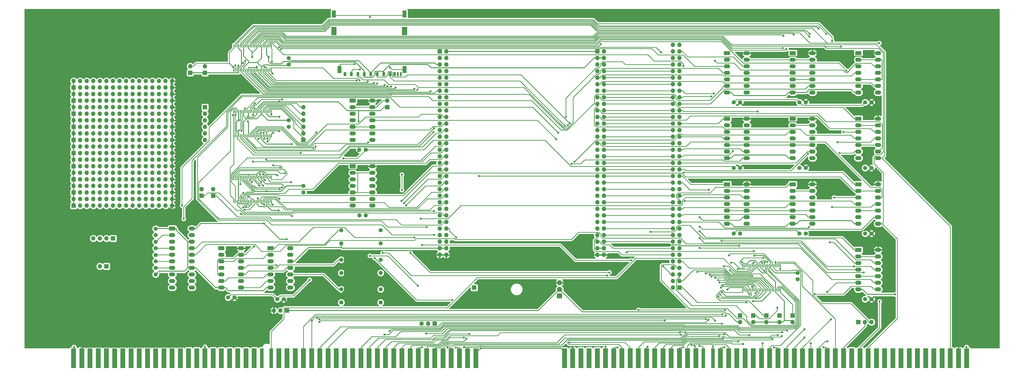
<source format=gbr>
G04 #@! TF.GenerationSoftware,KiCad,Pcbnew,(5.1.5)-3*
G04 #@! TF.CreationDate,2023-07-18T22:41:28-04:00*
G04 #@! TF.ProjectId,NovaFPGA,4e6f7661-4650-4474-912e-6b696361645f,rev?*
G04 #@! TF.SameCoordinates,Original*
G04 #@! TF.FileFunction,Copper,L1,Top*
G04 #@! TF.FilePolarity,Positive*
%FSLAX46Y46*%
G04 Gerber Fmt 4.6, Leading zero omitted, Abs format (unit mm)*
G04 Created by KiCad (PCBNEW (5.1.5)-3) date 2023-07-18 22:41:28*
%MOMM*%
%LPD*%
G04 APERTURE LIST*
%ADD10C,0.100000*%
%ADD11O,1.700000X1.700000*%
%ADD12R,1.700000X1.700000*%
%ADD13C,1.600000*%
%ADD14R,1.000000X1.500000*%
%ADD15R,0.700000X1.500000*%
%ADD16R,1.500000X2.800000*%
%ADD17R,1.905000X7.620000*%
%ADD18R,1.397000X7.620000*%
%ADD19O,1.600000X1.600000*%
%ADD20O,2.400000X1.600000*%
%ADD21R,2.400000X1.600000*%
%ADD22R,0.400000X1.200000*%
%ADD23R,2.000000X1.905000*%
%ADD24O,2.000000X1.905000*%
%ADD25C,0.800000*%
%ADD26C,0.350000*%
%ADD27C,0.250000*%
%ADD28C,0.254000*%
G04 APERTURE END LIST*
D10*
G36*
X99060000Y-48895000D02*
G01*
X97155000Y-48895000D01*
X97155000Y-45720000D01*
X99060000Y-45720000D01*
X99060000Y-48895000D01*
G37*
X99060000Y-48895000D02*
X97155000Y-48895000D01*
X97155000Y-45720000D01*
X99060000Y-45720000D01*
X99060000Y-48895000D01*
G36*
X126365000Y-48895000D02*
G01*
X124460000Y-48895000D01*
X124460000Y-45720000D01*
X126365000Y-45720000D01*
X126365000Y-48895000D01*
G37*
X126365000Y-48895000D02*
X124460000Y-48895000D01*
X124460000Y-45720000D01*
X126365000Y-45720000D01*
X126365000Y-48895000D01*
D11*
X35560000Y-112395000D03*
X35560000Y-114935000D03*
X33020000Y-112395000D03*
X33020000Y-114935000D03*
X30480000Y-112395000D03*
X30480000Y-114935000D03*
X27940000Y-112395000D03*
X27940000Y-114935000D03*
X25400000Y-112395000D03*
X25400000Y-114935000D03*
X22860000Y-112395000D03*
X22860000Y-114935000D03*
X20320000Y-112395000D03*
X20320000Y-114935000D03*
X17780000Y-112395000D03*
X17780000Y-114935000D03*
X15240000Y-112395000D03*
X15240000Y-114935000D03*
X12700000Y-112395000D03*
X12700000Y-114935000D03*
X10160000Y-112395000D03*
X10160000Y-114935000D03*
X7620000Y-112395000D03*
X7620000Y-114935000D03*
X5080000Y-112395000D03*
X5080000Y-114935000D03*
X2540000Y-112395000D03*
X2540000Y-114935000D03*
X0Y-112395000D03*
X0Y-114935000D03*
X-2540000Y-112395000D03*
D12*
X-2540000Y-114935000D03*
X-2540000Y-69215000D03*
D11*
X-2540000Y-66675000D03*
X0Y-69215000D03*
X0Y-66675000D03*
X2540000Y-69215000D03*
X2540000Y-66675000D03*
X5080000Y-69215000D03*
X5080000Y-66675000D03*
X7620000Y-69215000D03*
X7620000Y-66675000D03*
X10160000Y-69215000D03*
X10160000Y-66675000D03*
X12700000Y-69215000D03*
X12700000Y-66675000D03*
X15240000Y-69215000D03*
X15240000Y-66675000D03*
X17780000Y-69215000D03*
X17780000Y-66675000D03*
X20320000Y-69215000D03*
X20320000Y-66675000D03*
X22860000Y-69215000D03*
X22860000Y-66675000D03*
X25400000Y-69215000D03*
X25400000Y-66675000D03*
X27940000Y-69215000D03*
X27940000Y-66675000D03*
X30480000Y-69215000D03*
X30480000Y-66675000D03*
X33020000Y-69215000D03*
X33020000Y-66675000D03*
X35560000Y-69215000D03*
X35560000Y-66675000D03*
X35560000Y-71755000D03*
X35560000Y-74295000D03*
X33020000Y-71755000D03*
X33020000Y-74295000D03*
X30480000Y-71755000D03*
X30480000Y-74295000D03*
X27940000Y-71755000D03*
X27940000Y-74295000D03*
X25400000Y-71755000D03*
X25400000Y-74295000D03*
X22860000Y-71755000D03*
X22860000Y-74295000D03*
X20320000Y-71755000D03*
X20320000Y-74295000D03*
X17780000Y-71755000D03*
X17780000Y-74295000D03*
X15240000Y-71755000D03*
X15240000Y-74295000D03*
X12700000Y-71755000D03*
X12700000Y-74295000D03*
X10160000Y-71755000D03*
X10160000Y-74295000D03*
X7620000Y-71755000D03*
X7620000Y-74295000D03*
X5080000Y-71755000D03*
X5080000Y-74295000D03*
X2540000Y-71755000D03*
X2540000Y-74295000D03*
X0Y-71755000D03*
X0Y-74295000D03*
X-2540000Y-71755000D03*
D12*
X-2540000Y-74295000D03*
X-2540000Y-79375000D03*
D11*
X-2540000Y-76835000D03*
X0Y-79375000D03*
X0Y-76835000D03*
X2540000Y-79375000D03*
X2540000Y-76835000D03*
X5080000Y-79375000D03*
X5080000Y-76835000D03*
X7620000Y-79375000D03*
X7620000Y-76835000D03*
X10160000Y-79375000D03*
X10160000Y-76835000D03*
X12700000Y-79375000D03*
X12700000Y-76835000D03*
X15240000Y-79375000D03*
X15240000Y-76835000D03*
X17780000Y-79375000D03*
X17780000Y-76835000D03*
X20320000Y-79375000D03*
X20320000Y-76835000D03*
X22860000Y-79375000D03*
X22860000Y-76835000D03*
X25400000Y-79375000D03*
X25400000Y-76835000D03*
X27940000Y-79375000D03*
X27940000Y-76835000D03*
X30480000Y-79375000D03*
X30480000Y-76835000D03*
X33020000Y-79375000D03*
X33020000Y-76835000D03*
X35560000Y-79375000D03*
X35560000Y-76835000D03*
X35560000Y-81915000D03*
X35560000Y-84455000D03*
X33020000Y-81915000D03*
X33020000Y-84455000D03*
X30480000Y-81915000D03*
X30480000Y-84455000D03*
X27940000Y-81915000D03*
X27940000Y-84455000D03*
X25400000Y-81915000D03*
X25400000Y-84455000D03*
X22860000Y-81915000D03*
X22860000Y-84455000D03*
X20320000Y-81915000D03*
X20320000Y-84455000D03*
X17780000Y-81915000D03*
X17780000Y-84455000D03*
X15240000Y-81915000D03*
X15240000Y-84455000D03*
X12700000Y-81915000D03*
X12700000Y-84455000D03*
X10160000Y-81915000D03*
X10160000Y-84455000D03*
X7620000Y-81915000D03*
X7620000Y-84455000D03*
X5080000Y-81915000D03*
X5080000Y-84455000D03*
X2540000Y-81915000D03*
X2540000Y-84455000D03*
X0Y-81915000D03*
X0Y-84455000D03*
X-2540000Y-81915000D03*
D12*
X-2540000Y-84455000D03*
X-2540000Y-89535000D03*
D11*
X-2540000Y-86995000D03*
X0Y-89535000D03*
X0Y-86995000D03*
X2540000Y-89535000D03*
X2540000Y-86995000D03*
X5080000Y-89535000D03*
X5080000Y-86995000D03*
X7620000Y-89535000D03*
X7620000Y-86995000D03*
X10160000Y-89535000D03*
X10160000Y-86995000D03*
X12700000Y-89535000D03*
X12700000Y-86995000D03*
X15240000Y-89535000D03*
X15240000Y-86995000D03*
X17780000Y-89535000D03*
X17780000Y-86995000D03*
X20320000Y-89535000D03*
X20320000Y-86995000D03*
X22860000Y-89535000D03*
X22860000Y-86995000D03*
X25400000Y-89535000D03*
X25400000Y-86995000D03*
X27940000Y-89535000D03*
X27940000Y-86995000D03*
X30480000Y-89535000D03*
X30480000Y-86995000D03*
X33020000Y-89535000D03*
X33020000Y-86995000D03*
X35560000Y-89535000D03*
X35560000Y-86995000D03*
X35560000Y-92075000D03*
X35560000Y-94615000D03*
X33020000Y-92075000D03*
X33020000Y-94615000D03*
X30480000Y-92075000D03*
X30480000Y-94615000D03*
X27940000Y-92075000D03*
X27940000Y-94615000D03*
X25400000Y-92075000D03*
X25400000Y-94615000D03*
X22860000Y-92075000D03*
X22860000Y-94615000D03*
X20320000Y-92075000D03*
X20320000Y-94615000D03*
X17780000Y-92075000D03*
X17780000Y-94615000D03*
X15240000Y-92075000D03*
X15240000Y-94615000D03*
X12700000Y-92075000D03*
X12700000Y-94615000D03*
X10160000Y-92075000D03*
X10160000Y-94615000D03*
X7620000Y-92075000D03*
X7620000Y-94615000D03*
X5080000Y-92075000D03*
X5080000Y-94615000D03*
X2540000Y-92075000D03*
X2540000Y-94615000D03*
X0Y-92075000D03*
X0Y-94615000D03*
X-2540000Y-92075000D03*
D12*
X-2540000Y-94615000D03*
X-2540000Y-99695000D03*
D11*
X-2540000Y-97155000D03*
X0Y-99695000D03*
X0Y-97155000D03*
X2540000Y-99695000D03*
X2540000Y-97155000D03*
X5080000Y-99695000D03*
X5080000Y-97155000D03*
X7620000Y-99695000D03*
X7620000Y-97155000D03*
X10160000Y-99695000D03*
X10160000Y-97155000D03*
X12700000Y-99695000D03*
X12700000Y-97155000D03*
X15240000Y-99695000D03*
X15240000Y-97155000D03*
X17780000Y-99695000D03*
X17780000Y-97155000D03*
X20320000Y-99695000D03*
X20320000Y-97155000D03*
X22860000Y-99695000D03*
X22860000Y-97155000D03*
X25400000Y-99695000D03*
X25400000Y-97155000D03*
X27940000Y-99695000D03*
X27940000Y-97155000D03*
X30480000Y-99695000D03*
X30480000Y-97155000D03*
X33020000Y-99695000D03*
X33020000Y-97155000D03*
X35560000Y-99695000D03*
X35560000Y-97155000D03*
X35560000Y-102235000D03*
X35560000Y-104775000D03*
X33020000Y-102235000D03*
X33020000Y-104775000D03*
X30480000Y-102235000D03*
X30480000Y-104775000D03*
X27940000Y-102235000D03*
X27940000Y-104775000D03*
X25400000Y-102235000D03*
X25400000Y-104775000D03*
X22860000Y-102235000D03*
X22860000Y-104775000D03*
X20320000Y-102235000D03*
X20320000Y-104775000D03*
X17780000Y-102235000D03*
X17780000Y-104775000D03*
X15240000Y-102235000D03*
X15240000Y-104775000D03*
X12700000Y-102235000D03*
X12700000Y-104775000D03*
X10160000Y-102235000D03*
X10160000Y-104775000D03*
X7620000Y-102235000D03*
X7620000Y-104775000D03*
X5080000Y-102235000D03*
X5080000Y-104775000D03*
X2540000Y-102235000D03*
X2540000Y-104775000D03*
X0Y-102235000D03*
X0Y-104775000D03*
X-2540000Y-102235000D03*
D12*
X-2540000Y-104775000D03*
X-2540000Y-109855000D03*
D11*
X-2540000Y-107315000D03*
X0Y-109855000D03*
X0Y-107315000D03*
X2540000Y-109855000D03*
X2540000Y-107315000D03*
X5080000Y-109855000D03*
X5080000Y-107315000D03*
X7620000Y-109855000D03*
X7620000Y-107315000D03*
X10160000Y-109855000D03*
X10160000Y-107315000D03*
X12700000Y-109855000D03*
X12700000Y-107315000D03*
X15240000Y-109855000D03*
X15240000Y-107315000D03*
X17780000Y-109855000D03*
X17780000Y-107315000D03*
X20320000Y-109855000D03*
X20320000Y-107315000D03*
X22860000Y-109855000D03*
X22860000Y-107315000D03*
X25400000Y-109855000D03*
X25400000Y-107315000D03*
X27940000Y-109855000D03*
X27940000Y-107315000D03*
X30480000Y-109855000D03*
X30480000Y-107315000D03*
X33020000Y-109855000D03*
X33020000Y-107315000D03*
X35560000Y-109855000D03*
X35560000Y-107315000D03*
D13*
X107950000Y-93345000D03*
X110450000Y-93345000D03*
X107990000Y-118745000D03*
X110490000Y-118745000D03*
X303570000Y-74930000D03*
X306070000Y-74930000D03*
X306070000Y-100330000D03*
X303570000Y-100330000D03*
X29210000Y-126365000D03*
X29210000Y-123865000D03*
X29210000Y-141565000D03*
X29210000Y-139065000D03*
X306070000Y-125730000D03*
X303570000Y-125730000D03*
X255270000Y-74930000D03*
X252770000Y-74930000D03*
X29210000Y-128945000D03*
X29210000Y-131445000D03*
X29210000Y-134025000D03*
X29210000Y-136525000D03*
X57190000Y-150495000D03*
X59690000Y-150495000D03*
X306070000Y-151130000D03*
X303570000Y-151130000D03*
X278170000Y-74930000D03*
X280670000Y-74930000D03*
X255270000Y-100330000D03*
X252770000Y-100330000D03*
X278170000Y-100330000D03*
X280670000Y-100330000D03*
X255270000Y-125730000D03*
X252770000Y-125730000D03*
X278170000Y-125730000D03*
X280670000Y-125730000D03*
X78740000Y-151130000D03*
X76240000Y-151130000D03*
X277495000Y-143470000D03*
X277495000Y-140970000D03*
X80645000Y-60325000D03*
X80645000Y-57825000D03*
X80645000Y-81915000D03*
X80645000Y-84415000D03*
X86360000Y-109815000D03*
X86360000Y-107315000D03*
D11*
X141605000Y-133985000D03*
X139065000Y-133985000D03*
X141605000Y-131445000D03*
X139065000Y-131445000D03*
X141605000Y-128905000D03*
X139065000Y-128905000D03*
X141605000Y-126365000D03*
X139065000Y-126365000D03*
X141605000Y-123825000D03*
X139065000Y-123825000D03*
X141605000Y-121285000D03*
X139065000Y-121285000D03*
X141605000Y-118745000D03*
X139065000Y-118745000D03*
X141605000Y-116205000D03*
X139065000Y-116205000D03*
X141605000Y-113665000D03*
X139065000Y-113665000D03*
X141605000Y-111125000D03*
X139065000Y-111125000D03*
X141605000Y-108585000D03*
X139065000Y-108585000D03*
X141605000Y-106045000D03*
X139065000Y-106045000D03*
X141605000Y-103505000D03*
X139065000Y-103505000D03*
X141605000Y-100965000D03*
X139065000Y-100965000D03*
X141605000Y-98425000D03*
X139065000Y-98425000D03*
X141605000Y-95885000D03*
X139065000Y-95885000D03*
X141605000Y-93345000D03*
X139065000Y-93345000D03*
X141605000Y-90805000D03*
X139065000Y-90805000D03*
X141605000Y-88265000D03*
X139065000Y-88265000D03*
X141605000Y-85725000D03*
X139065000Y-85725000D03*
X141605000Y-83185000D03*
X139065000Y-83185000D03*
X141605000Y-80645000D03*
X139065000Y-80645000D03*
X141605000Y-78105000D03*
X139065000Y-78105000D03*
X141605000Y-75565000D03*
X139065000Y-75565000D03*
X141605000Y-73025000D03*
X139065000Y-73025000D03*
X141605000Y-70485000D03*
X139065000Y-70485000D03*
X141605000Y-67945000D03*
X139065000Y-67945000D03*
X141605000Y-65405000D03*
X139065000Y-65405000D03*
X141605000Y-62865000D03*
X139065000Y-62865000D03*
X141605000Y-60325000D03*
X139065000Y-60325000D03*
X141605000Y-57785000D03*
X139065000Y-57785000D03*
X141605000Y-55245000D03*
D12*
X139065000Y-55245000D03*
X200025000Y-55245000D03*
D11*
X202565000Y-55245000D03*
X200025000Y-57785000D03*
X202565000Y-57785000D03*
X200025000Y-60325000D03*
X202565000Y-60325000D03*
X200025000Y-62865000D03*
X202565000Y-62865000D03*
X200025000Y-65405000D03*
X202565000Y-65405000D03*
X200025000Y-67945000D03*
X202565000Y-67945000D03*
X200025000Y-70485000D03*
X202565000Y-70485000D03*
X200025000Y-73025000D03*
X202565000Y-73025000D03*
X200025000Y-75565000D03*
X202565000Y-75565000D03*
X200025000Y-78105000D03*
X202565000Y-78105000D03*
X200025000Y-80645000D03*
X202565000Y-80645000D03*
X200025000Y-83185000D03*
X202565000Y-83185000D03*
X200025000Y-85725000D03*
X202565000Y-85725000D03*
X200025000Y-88265000D03*
X202565000Y-88265000D03*
X200025000Y-90805000D03*
X202565000Y-90805000D03*
X200025000Y-93345000D03*
X202565000Y-93345000D03*
X200025000Y-95885000D03*
X202565000Y-95885000D03*
X200025000Y-98425000D03*
X202565000Y-98425000D03*
X200025000Y-100965000D03*
X202565000Y-100965000D03*
X200025000Y-103505000D03*
X202565000Y-103505000D03*
X200025000Y-106045000D03*
X202565000Y-106045000D03*
X200025000Y-108585000D03*
X202565000Y-108585000D03*
X200025000Y-111125000D03*
X202565000Y-111125000D03*
X200025000Y-113665000D03*
X202565000Y-113665000D03*
X200025000Y-116205000D03*
X202565000Y-116205000D03*
X200025000Y-118745000D03*
X202565000Y-118745000D03*
X200025000Y-121285000D03*
X202565000Y-121285000D03*
X200025000Y-123825000D03*
X202565000Y-123825000D03*
X200025000Y-126365000D03*
X202565000Y-126365000D03*
X200025000Y-128905000D03*
X202565000Y-128905000D03*
X200025000Y-131445000D03*
X202565000Y-131445000D03*
X200025000Y-133985000D03*
X202565000Y-133985000D03*
D14*
X104885000Y-64045000D03*
X107385000Y-64045000D03*
X109885000Y-64045000D03*
X112385000Y-64045000D03*
X114885000Y-64045000D03*
X117385000Y-64045000D03*
X119815000Y-64045000D03*
X121515000Y-64045000D03*
X102385000Y-64045000D03*
D15*
X122815000Y-64045000D03*
X124015000Y-64045000D03*
D16*
X100310000Y-62245000D03*
X98110000Y-40745000D03*
X125410000Y-40745000D03*
X125410000Y-62245000D03*
D17*
X-2540000Y-173990000D03*
X635000Y-173990000D03*
X3810000Y-173990000D03*
X6985000Y-173990000D03*
X10160000Y-173990000D03*
X13335000Y-173990000D03*
X16510000Y-173990000D03*
X19685000Y-173990000D03*
X22860000Y-173990000D03*
X26035000Y-173990000D03*
X29210000Y-173990000D03*
X32385000Y-173990000D03*
X35560000Y-173990000D03*
X38735000Y-173990000D03*
X41910000Y-173990000D03*
X45085000Y-173990000D03*
X48260000Y-173990000D03*
X51435000Y-173990000D03*
X54610000Y-173990000D03*
X57785000Y-173990000D03*
X60960000Y-173990000D03*
X64135000Y-173990000D03*
X67310000Y-173990000D03*
D18*
X70231000Y-173990000D03*
X73914000Y-173990000D03*
D17*
X76835000Y-173990000D03*
X80010000Y-173990000D03*
X83185000Y-173990000D03*
X86360000Y-173990000D03*
X89535000Y-173990000D03*
X92710000Y-173990000D03*
X95885000Y-173990000D03*
X99060000Y-173990000D03*
X102235000Y-173990000D03*
X105410000Y-173990000D03*
X108585000Y-173990000D03*
X111760000Y-173990000D03*
X114935000Y-173990000D03*
X118110000Y-173990000D03*
X121285000Y-173990000D03*
X124460000Y-173990000D03*
X127635000Y-173990000D03*
X130810000Y-173990000D03*
X133985000Y-173990000D03*
X137160000Y-173990000D03*
X140335000Y-173990000D03*
X143510000Y-173990000D03*
X146685000Y-173990000D03*
X149860000Y-173990000D03*
X153035000Y-173990000D03*
X187325000Y-173990000D03*
X190500000Y-173990000D03*
X193675000Y-173990000D03*
X196850000Y-173990000D03*
X200025000Y-173990000D03*
X203200000Y-173990000D03*
X206375000Y-173990000D03*
X209550000Y-173990000D03*
X212725000Y-173990000D03*
X215900000Y-173990000D03*
X219075000Y-173990000D03*
X222250000Y-173990000D03*
X225425000Y-173990000D03*
X228600000Y-173990000D03*
X231775000Y-173990000D03*
X234950000Y-173990000D03*
X238125000Y-173990000D03*
D18*
X241046000Y-173990000D03*
X244729000Y-173990000D03*
D17*
X247650000Y-173990000D03*
X250825000Y-173990000D03*
X254000000Y-173990000D03*
X257175000Y-173990000D03*
X260350000Y-173990000D03*
X263525000Y-173990000D03*
X266700000Y-173990000D03*
X269875000Y-173990000D03*
X273050000Y-173990000D03*
X276225000Y-173990000D03*
X279400000Y-173990000D03*
X282575000Y-173990000D03*
X285750000Y-173990000D03*
X288925000Y-173990000D03*
X292100000Y-173990000D03*
X295275000Y-173990000D03*
X298450000Y-173990000D03*
X301625000Y-173990000D03*
X304800000Y-173990000D03*
X307975000Y-173990000D03*
X311150000Y-173990000D03*
X314325000Y-173990000D03*
X317500000Y-173990000D03*
X320675000Y-173990000D03*
X323850000Y-173990000D03*
X327025000Y-173990000D03*
X330200000Y-173990000D03*
X333375000Y-173990000D03*
X336550000Y-173990000D03*
X339725000Y-173990000D03*
X342900000Y-173990000D03*
D12*
X12700000Y-127635000D03*
D11*
X10160000Y-127635000D03*
X7620000Y-127635000D03*
X5080000Y-127635000D03*
D12*
X80010000Y-155575000D03*
D11*
X77470000Y-155575000D03*
X74930000Y-155575000D03*
X7620000Y-138430000D03*
D12*
X10160000Y-138430000D03*
X152400000Y-146685000D03*
X231775000Y-146685000D03*
D11*
X229235000Y-146685000D03*
X231775000Y-144145000D03*
X229235000Y-144145000D03*
X231775000Y-141605000D03*
X229235000Y-141605000D03*
X231775000Y-139065000D03*
X229235000Y-139065000D03*
X231775000Y-136525000D03*
X229235000Y-136525000D03*
X231775000Y-133985000D03*
X229235000Y-133985000D03*
X231775000Y-131445000D03*
X229235000Y-131445000D03*
X231775000Y-128905000D03*
X229235000Y-128905000D03*
X231775000Y-126365000D03*
X229235000Y-126365000D03*
X231775000Y-123825000D03*
X229235000Y-123825000D03*
X231775000Y-121285000D03*
X229235000Y-121285000D03*
X231775000Y-118745000D03*
X229235000Y-118745000D03*
X231775000Y-116205000D03*
X229235000Y-116205000D03*
X231775000Y-113665000D03*
X229235000Y-113665000D03*
X231775000Y-111125000D03*
X229235000Y-111125000D03*
X231775000Y-108585000D03*
X229235000Y-108585000D03*
X231775000Y-106045000D03*
X229235000Y-106045000D03*
X231775000Y-103505000D03*
X229235000Y-103505000D03*
X231775000Y-100965000D03*
X229235000Y-100965000D03*
X231775000Y-98425000D03*
X229235000Y-98425000D03*
X231775000Y-95885000D03*
X229235000Y-95885000D03*
X231775000Y-93345000D03*
X229235000Y-93345000D03*
X231775000Y-90805000D03*
X229235000Y-90805000D03*
X231775000Y-88265000D03*
X229235000Y-88265000D03*
X231775000Y-85725000D03*
X229235000Y-85725000D03*
X231775000Y-83185000D03*
X229235000Y-83185000D03*
X231775000Y-80645000D03*
X229235000Y-80645000D03*
X231775000Y-78105000D03*
X229235000Y-78105000D03*
X231775000Y-75565000D03*
X229235000Y-75565000D03*
X231775000Y-73025000D03*
X229235000Y-73025000D03*
X231775000Y-70485000D03*
X229235000Y-70485000D03*
X231775000Y-67945000D03*
X229235000Y-67945000D03*
X231775000Y-65405000D03*
X229235000Y-65405000D03*
X231775000Y-62865000D03*
X229235000Y-62865000D03*
X231775000Y-60325000D03*
X229235000Y-60325000D03*
X231775000Y-57785000D03*
X229235000Y-57785000D03*
X231775000Y-55245000D03*
X229235000Y-55245000D03*
X231775000Y-52705000D03*
X229235000Y-52705000D03*
X132080000Y-160655000D03*
X134620000Y-160655000D03*
D12*
X137160000Y-160655000D03*
X300990000Y-160020000D03*
D11*
X303530000Y-160020000D03*
X306070000Y-160020000D03*
X48260000Y-89535000D03*
X48260000Y-86995000D03*
X48260000Y-84455000D03*
X48260000Y-81915000D03*
X48260000Y-79375000D03*
D12*
X48260000Y-76835000D03*
X86360000Y-89535000D03*
D11*
X86360000Y-86995000D03*
X86360000Y-84455000D03*
X86360000Y-81915000D03*
X86360000Y-79375000D03*
X86360000Y-76835000D03*
X265430000Y-160020000D03*
D12*
X265430000Y-157480000D03*
X270510000Y-157480000D03*
D11*
X270510000Y-160020000D03*
X260350000Y-160020000D03*
D12*
X260350000Y-157480000D03*
X275590000Y-157480000D03*
D11*
X275590000Y-160020000D03*
D12*
X46990000Y-111125000D03*
D11*
X46990000Y-108585000D03*
D12*
X51435000Y-111125000D03*
D11*
X51435000Y-108585000D03*
X118745000Y-74295000D03*
D12*
X118745000Y-76835000D03*
D11*
X48260000Y-60960000D03*
D12*
X48260000Y-63500000D03*
X42545000Y-63500000D03*
D11*
X42545000Y-60960000D03*
D12*
X255270000Y-157480000D03*
D11*
X255270000Y-160020000D03*
D19*
X100965000Y-124460000D03*
D13*
X116205000Y-124460000D03*
D19*
X100965000Y-135890000D03*
D13*
X116205000Y-135890000D03*
D19*
X100965000Y-147320000D03*
D13*
X116205000Y-147320000D03*
X100965000Y-129540000D03*
D19*
X116205000Y-129540000D03*
D13*
X100965000Y-140970000D03*
D19*
X116205000Y-140970000D03*
D13*
X100965000Y-152400000D03*
D19*
X116205000Y-152400000D03*
D20*
X113030000Y-74295000D03*
X105410000Y-89535000D03*
X113030000Y-76835000D03*
X105410000Y-86995000D03*
X113030000Y-79375000D03*
X105410000Y-84455000D03*
X113030000Y-81915000D03*
X105410000Y-81915000D03*
X113030000Y-84455000D03*
X105410000Y-79375000D03*
X113030000Y-86995000D03*
X105410000Y-76835000D03*
X113030000Y-89535000D03*
D21*
X105410000Y-74295000D03*
D20*
X113030000Y-99695000D03*
X105410000Y-114935000D03*
X113030000Y-102235000D03*
X105410000Y-112395000D03*
X113030000Y-104775000D03*
X105410000Y-109855000D03*
X113030000Y-107315000D03*
X105410000Y-107315000D03*
X113030000Y-109855000D03*
X105410000Y-104775000D03*
X113030000Y-112395000D03*
X105410000Y-102235000D03*
X113030000Y-114935000D03*
D21*
X105410000Y-99695000D03*
X300990000Y-55880000D03*
D20*
X308610000Y-71120000D03*
X300990000Y-58420000D03*
X308610000Y-68580000D03*
X300990000Y-60960000D03*
X308610000Y-66040000D03*
X300990000Y-63500000D03*
X308610000Y-63500000D03*
X300990000Y-66040000D03*
X308610000Y-60960000D03*
X300990000Y-68580000D03*
X308610000Y-58420000D03*
X300990000Y-71120000D03*
X308610000Y-55880000D03*
D21*
X300990000Y-81280000D03*
D20*
X308610000Y-96520000D03*
X300990000Y-83820000D03*
X308610000Y-93980000D03*
X300990000Y-86360000D03*
X308610000Y-91440000D03*
X300990000Y-88900000D03*
X308610000Y-88900000D03*
X300990000Y-91440000D03*
X308610000Y-86360000D03*
X300990000Y-93980000D03*
X308610000Y-83820000D03*
X300990000Y-96520000D03*
X308610000Y-81280000D03*
X308610000Y-106680000D03*
X300990000Y-121920000D03*
X308610000Y-109220000D03*
X300990000Y-119380000D03*
X308610000Y-111760000D03*
X300990000Y-116840000D03*
X308610000Y-114300000D03*
X300990000Y-114300000D03*
X308610000Y-116840000D03*
X300990000Y-111760000D03*
X308610000Y-119380000D03*
X300990000Y-109220000D03*
X308610000Y-121920000D03*
D21*
X300990000Y-106680000D03*
X300990000Y-132080000D03*
D20*
X308610000Y-147320000D03*
X300990000Y-134620000D03*
X308610000Y-144780000D03*
X300990000Y-137160000D03*
X308610000Y-142240000D03*
X300990000Y-139700000D03*
X308610000Y-139700000D03*
X300990000Y-142240000D03*
X308610000Y-137160000D03*
X300990000Y-144780000D03*
X308610000Y-134620000D03*
X300990000Y-147320000D03*
X308610000Y-132080000D03*
D22*
X59372500Y-87885000D03*
X60007500Y-87885000D03*
X60642500Y-87885000D03*
X61277500Y-87885000D03*
X61912500Y-87885000D03*
X62547500Y-87885000D03*
X63182500Y-87885000D03*
X63817500Y-87885000D03*
X64452500Y-87885000D03*
X65087500Y-87885000D03*
X65722500Y-87885000D03*
X66357500Y-87885000D03*
X66992500Y-87885000D03*
X67627500Y-87885000D03*
X68262500Y-87885000D03*
X68897500Y-87885000D03*
X69532500Y-87885000D03*
X70167500Y-87885000D03*
X70802500Y-87885000D03*
X71437500Y-87885000D03*
X72072500Y-87885000D03*
X72707500Y-87885000D03*
X73342500Y-87885000D03*
X73977500Y-87885000D03*
X73977500Y-78485000D03*
X73342500Y-78485000D03*
X72707500Y-78485000D03*
X72072500Y-78485000D03*
X71437500Y-78485000D03*
X70802500Y-78485000D03*
X70167500Y-78485000D03*
X69532500Y-78485000D03*
X68897500Y-78485000D03*
X68262500Y-78485000D03*
X67627500Y-78485000D03*
X66992500Y-78485000D03*
X66357500Y-78485000D03*
X65722500Y-78485000D03*
X65087500Y-78485000D03*
X64452500Y-78485000D03*
X63817500Y-78485000D03*
X63182500Y-78485000D03*
X62547500Y-78485000D03*
X61912500Y-78485000D03*
X61277500Y-78485000D03*
X60642500Y-78485000D03*
X60007500Y-78485000D03*
X59372500Y-78485000D03*
X59372500Y-62485000D03*
X60007500Y-62485000D03*
X60642500Y-62485000D03*
X61277500Y-62485000D03*
X61912500Y-62485000D03*
X62547500Y-62485000D03*
X63182500Y-62485000D03*
X63817500Y-62485000D03*
X64452500Y-62485000D03*
X65087500Y-62485000D03*
X65722500Y-62485000D03*
X66357500Y-62485000D03*
X66992500Y-62485000D03*
X67627500Y-62485000D03*
X68262500Y-62485000D03*
X68897500Y-62485000D03*
X69532500Y-62485000D03*
X70167500Y-62485000D03*
X70802500Y-62485000D03*
X71437500Y-62485000D03*
X72072500Y-62485000D03*
X72707500Y-62485000D03*
X73342500Y-62485000D03*
X73977500Y-62485000D03*
X73977500Y-53085000D03*
X73342500Y-53085000D03*
X72707500Y-53085000D03*
X72072500Y-53085000D03*
X71437500Y-53085000D03*
X70802500Y-53085000D03*
X70167500Y-53085000D03*
X69532500Y-53085000D03*
X68897500Y-53085000D03*
X68262500Y-53085000D03*
X67627500Y-53085000D03*
X66992500Y-53085000D03*
X66357500Y-53085000D03*
X65722500Y-53085000D03*
X65087500Y-53085000D03*
X64452500Y-53085000D03*
X63817500Y-53085000D03*
X63182500Y-53085000D03*
X62547500Y-53085000D03*
X61912500Y-53085000D03*
X61277500Y-53085000D03*
X60642500Y-53085000D03*
X60007500Y-53085000D03*
X59372500Y-53085000D03*
X59372500Y-103885000D03*
X60007500Y-103885000D03*
X60642500Y-103885000D03*
X61277500Y-103885000D03*
X61912500Y-103885000D03*
X62547500Y-103885000D03*
X63182500Y-103885000D03*
X63817500Y-103885000D03*
X64452500Y-103885000D03*
X65087500Y-103885000D03*
X65722500Y-103885000D03*
X66357500Y-103885000D03*
X66992500Y-103885000D03*
X67627500Y-103885000D03*
X68262500Y-103885000D03*
X68897500Y-103885000D03*
X69532500Y-103885000D03*
X70167500Y-103885000D03*
X70802500Y-103885000D03*
X71437500Y-103885000D03*
X72072500Y-103885000D03*
X72707500Y-103885000D03*
X73342500Y-103885000D03*
X73977500Y-103885000D03*
X73977500Y-113285000D03*
X73342500Y-113285000D03*
X72707500Y-113285000D03*
X72072500Y-113285000D03*
X71437500Y-113285000D03*
X70802500Y-113285000D03*
X70167500Y-113285000D03*
X69532500Y-113285000D03*
X68897500Y-113285000D03*
X68262500Y-113285000D03*
X67627500Y-113285000D03*
X66992500Y-113285000D03*
X66357500Y-113285000D03*
X65722500Y-113285000D03*
X65087500Y-113285000D03*
X64452500Y-113285000D03*
X63817500Y-113285000D03*
X63182500Y-113285000D03*
X62547500Y-113285000D03*
X61912500Y-113285000D03*
X61277500Y-113285000D03*
X60642500Y-113285000D03*
X60007500Y-113285000D03*
X59372500Y-113285000D03*
X256222500Y-138175000D03*
X256857500Y-138175000D03*
X257492500Y-138175000D03*
X258127500Y-138175000D03*
X258762500Y-138175000D03*
X259397500Y-138175000D03*
X260032500Y-138175000D03*
X260667500Y-138175000D03*
X261302500Y-138175000D03*
X261937500Y-138175000D03*
X262572500Y-138175000D03*
X263207500Y-138175000D03*
X263842500Y-138175000D03*
X264477500Y-138175000D03*
X265112500Y-138175000D03*
X265747500Y-138175000D03*
X266382500Y-138175000D03*
X267017500Y-138175000D03*
X267652500Y-138175000D03*
X268287500Y-138175000D03*
X268922500Y-138175000D03*
X269557500Y-138175000D03*
X270192500Y-138175000D03*
X270827500Y-138175000D03*
X270827500Y-147575000D03*
X270192500Y-147575000D03*
X269557500Y-147575000D03*
X268922500Y-147575000D03*
X268287500Y-147575000D03*
X267652500Y-147575000D03*
X267017500Y-147575000D03*
X266382500Y-147575000D03*
X265747500Y-147575000D03*
X265112500Y-147575000D03*
X264477500Y-147575000D03*
X263842500Y-147575000D03*
X263207500Y-147575000D03*
X262572500Y-147575000D03*
X261937500Y-147575000D03*
X261302500Y-147575000D03*
X260667500Y-147575000D03*
X260032500Y-147575000D03*
X259397500Y-147575000D03*
X258762500Y-147575000D03*
X258127500Y-147575000D03*
X257492500Y-147575000D03*
X256857500Y-147575000D03*
X256222500Y-147575000D03*
D23*
X185420000Y-149860000D03*
D24*
X185420000Y-147320000D03*
X185420000Y-144780000D03*
D21*
X250190000Y-55880000D03*
D20*
X257810000Y-71120000D03*
X250190000Y-58420000D03*
X257810000Y-68580000D03*
X250190000Y-60960000D03*
X257810000Y-66040000D03*
X250190000Y-63500000D03*
X257810000Y-63500000D03*
X250190000Y-66040000D03*
X257810000Y-60960000D03*
X250190000Y-68580000D03*
X257810000Y-58420000D03*
X250190000Y-71120000D03*
X257810000Y-55880000D03*
X283210000Y-55880000D03*
X275590000Y-71120000D03*
X283210000Y-58420000D03*
X275590000Y-68580000D03*
X283210000Y-60960000D03*
X275590000Y-66040000D03*
X283210000Y-63500000D03*
X275590000Y-63500000D03*
X283210000Y-66040000D03*
X275590000Y-60960000D03*
X283210000Y-68580000D03*
X275590000Y-58420000D03*
X283210000Y-71120000D03*
D21*
X275590000Y-55880000D03*
X250190000Y-81280000D03*
D20*
X257810000Y-96520000D03*
X250190000Y-83820000D03*
X257810000Y-93980000D03*
X250190000Y-86360000D03*
X257810000Y-91440000D03*
X250190000Y-88900000D03*
X257810000Y-88900000D03*
X250190000Y-91440000D03*
X257810000Y-86360000D03*
X250190000Y-93980000D03*
X257810000Y-83820000D03*
X250190000Y-96520000D03*
X257810000Y-81280000D03*
X283210000Y-81280000D03*
X275590000Y-96520000D03*
X283210000Y-83820000D03*
X275590000Y-93980000D03*
X283210000Y-86360000D03*
X275590000Y-91440000D03*
X283210000Y-88900000D03*
X275590000Y-88900000D03*
X283210000Y-91440000D03*
X275590000Y-86360000D03*
X283210000Y-93980000D03*
X275590000Y-83820000D03*
X283210000Y-96520000D03*
D21*
X275590000Y-81280000D03*
X250190000Y-106680000D03*
D20*
X257810000Y-121920000D03*
X250190000Y-109220000D03*
X257810000Y-119380000D03*
X250190000Y-111760000D03*
X257810000Y-116840000D03*
X250190000Y-114300000D03*
X257810000Y-114300000D03*
X250190000Y-116840000D03*
X257810000Y-111760000D03*
X250190000Y-119380000D03*
X257810000Y-109220000D03*
X250190000Y-121920000D03*
X257810000Y-106680000D03*
X283210000Y-106680000D03*
X275590000Y-121920000D03*
X283210000Y-109220000D03*
X275590000Y-119380000D03*
X283210000Y-111760000D03*
X275590000Y-116840000D03*
X283210000Y-114300000D03*
X275590000Y-114300000D03*
X283210000Y-116840000D03*
X275590000Y-111760000D03*
X283210000Y-119380000D03*
X275590000Y-109220000D03*
X283210000Y-121920000D03*
D21*
X275590000Y-106680000D03*
X73660000Y-131445000D03*
D20*
X81280000Y-146685000D03*
X73660000Y-133985000D03*
X81280000Y-144145000D03*
X73660000Y-136525000D03*
X81280000Y-141605000D03*
X73660000Y-139065000D03*
X81280000Y-139065000D03*
X73660000Y-141605000D03*
X81280000Y-136525000D03*
X73660000Y-144145000D03*
X81280000Y-133985000D03*
X73660000Y-146685000D03*
X81280000Y-131445000D03*
D21*
X54610000Y-131445000D03*
D20*
X62230000Y-146685000D03*
X54610000Y-133985000D03*
X62230000Y-144145000D03*
X54610000Y-136525000D03*
X62230000Y-141605000D03*
X54610000Y-139065000D03*
X62230000Y-139065000D03*
X54610000Y-141605000D03*
X62230000Y-136525000D03*
X54610000Y-144145000D03*
X62230000Y-133985000D03*
X54610000Y-146685000D03*
X62230000Y-131445000D03*
D21*
X35560000Y-123825000D03*
D20*
X43180000Y-146685000D03*
X35560000Y-126365000D03*
X43180000Y-144145000D03*
X35560000Y-128905000D03*
X43180000Y-141605000D03*
X35560000Y-131445000D03*
X43180000Y-139065000D03*
X35560000Y-133985000D03*
X43180000Y-136525000D03*
X35560000Y-136525000D03*
X43180000Y-133985000D03*
X35560000Y-139065000D03*
X43180000Y-131445000D03*
X35560000Y-141605000D03*
X43180000Y-128905000D03*
X35560000Y-144145000D03*
X43180000Y-126365000D03*
X35560000Y-146685000D03*
X43180000Y-123825000D03*
D25*
X88709400Y-143652100D03*
X101764400Y-96588900D03*
X64858700Y-82298900D03*
X61424200Y-81761500D03*
X64808800Y-80521400D03*
X72861500Y-57378900D03*
X76276400Y-103190300D03*
X66516100Y-57395100D03*
X315200600Y-149271000D03*
X77033600Y-80501900D03*
X258903000Y-149196300D03*
X76731400Y-116726100D03*
X77033600Y-86146500D03*
X63009200Y-59725200D03*
X107625000Y-82273600D03*
X77033600Y-74582800D03*
X268922500Y-136842400D03*
X261216600Y-148817300D03*
X261315600Y-150810600D03*
X48260000Y-169566800D03*
X71285200Y-61240700D03*
X68294900Y-61254700D03*
X-2410150Y-169674850D03*
X154940000Y-170180000D03*
X342770150Y-169674850D03*
X926200Y-169513500D03*
X254864500Y-130455400D03*
X206618600Y-130179900D03*
X148545700Y-169688900D03*
X102208500Y-100870400D03*
X190323800Y-169559400D03*
X339725000Y-169568000D03*
X99008300Y-132378900D03*
X187850100Y-80593100D03*
X145410500Y-127233800D03*
X111353900Y-90465600D03*
X126043500Y-114823600D03*
X125179600Y-113985100D03*
X124279200Y-113107600D03*
X108030900Y-66400800D03*
X106908600Y-66477200D03*
X111231200Y-66927500D03*
X66735600Y-97869700D03*
X62410100Y-111804800D03*
X113583100Y-67377800D03*
X71902700Y-97144400D03*
X63163600Y-109959600D03*
X114858600Y-67614500D03*
X136811600Y-116987200D03*
X117724400Y-68278400D03*
X118834700Y-68673600D03*
X120317900Y-68846800D03*
X121938400Y-69285100D03*
X91321300Y-86527600D03*
X129213200Y-69725800D03*
X90167400Y-92583500D03*
X130493600Y-69969700D03*
X90963100Y-91963700D03*
X135499400Y-70634700D03*
X136857700Y-84953600D03*
X85324200Y-94491500D03*
X63824800Y-58870100D03*
X136596500Y-86437400D03*
X61177500Y-60727500D03*
X60058400Y-79803200D03*
X60007500Y-60664200D03*
X72122000Y-109409800D03*
X81853200Y-91144500D03*
X260782100Y-134297100D03*
X79892900Y-127909300D03*
X71085400Y-121850400D03*
X259862900Y-146346300D03*
X71165000Y-114493400D03*
X260557000Y-136961200D03*
X260200300Y-151874700D03*
X245462500Y-58863600D03*
X233475000Y-102088800D03*
X233822900Y-113135700D03*
X239578400Y-123095000D03*
X239574200Y-124885100D03*
X239583700Y-127529700D03*
X239597600Y-131307400D03*
X220621100Y-125095000D03*
X154258400Y-103505000D03*
X108145400Y-62168600D03*
X188648300Y-83757200D03*
X189355700Y-83049800D03*
X187497400Y-84021100D03*
X225511300Y-138449900D03*
X112026400Y-41910000D03*
X106137600Y-60146400D03*
X119777300Y-61421000D03*
X67465800Y-77277400D03*
X61224300Y-85971300D03*
X66446300Y-105809800D03*
X65700000Y-105110800D03*
X66615400Y-108974100D03*
X69518500Y-102684000D03*
X70718900Y-102680000D03*
X71419900Y-105098000D03*
X69301700Y-107197500D03*
X69871800Y-105746800D03*
X248482800Y-156992500D03*
X254303500Y-139559900D03*
X70752400Y-107178900D03*
X249707100Y-157490600D03*
X255977200Y-136845600D03*
X74154300Y-59271800D03*
X59207400Y-61281500D03*
X89660200Y-159408900D03*
X74419600Y-63721400D03*
X62403200Y-85977900D03*
X242994200Y-159053800D03*
X251770600Y-136984500D03*
X77184700Y-108569900D03*
X248238100Y-160622300D03*
X78140400Y-107844600D03*
X81828900Y-118957600D03*
X62148500Y-118133500D03*
X61928300Y-106603700D03*
X77344300Y-100231200D03*
X78137000Y-73857400D03*
X273405200Y-163341500D03*
X79221100Y-102378700D03*
X258826700Y-165020000D03*
X81607200Y-105814600D03*
X234133400Y-163889200D03*
X117664600Y-164846200D03*
X150486900Y-164581600D03*
X119703900Y-163464600D03*
X231929500Y-164085100D03*
X248996300Y-138365200D03*
X148377000Y-166032300D03*
X190042300Y-98722000D03*
X149401100Y-166358400D03*
X191148100Y-97996600D03*
X131684100Y-120015000D03*
X132206000Y-169728900D03*
X133864000Y-164420900D03*
X271504100Y-163928200D03*
X232483600Y-164945700D03*
X269779900Y-165043800D03*
X249116300Y-164803100D03*
X142019700Y-169867900D03*
X130632800Y-145932000D03*
X112007900Y-134348000D03*
X133955800Y-123236200D03*
X145243300Y-169806100D03*
X143921100Y-151509700D03*
X113807300Y-135200900D03*
X136842700Y-126250900D03*
X203170200Y-169548400D03*
X211412100Y-132987200D03*
X260573400Y-132625800D03*
X207816700Y-169806100D03*
X215893300Y-155270200D03*
X249519000Y-155401100D03*
X247160700Y-165465200D03*
X189262100Y-167859500D03*
X184138800Y-89211600D03*
X271352000Y-165426400D03*
X219393500Y-169554600D03*
X203837800Y-141986600D03*
X116989000Y-133226000D03*
X248718400Y-166350600D03*
X267749200Y-166539300D03*
X254518400Y-167588800D03*
X233242100Y-169763500D03*
X204663300Y-140766900D03*
X127714200Y-133154200D03*
X256390900Y-168483300D03*
X184840800Y-86717000D03*
X237617000Y-169291000D03*
X251354000Y-139928300D03*
X213113900Y-136057300D03*
X132243200Y-130175000D03*
X124410500Y-108880200D03*
X124410500Y-102903700D03*
X239522000Y-169291000D03*
X241971000Y-158873300D03*
X92507700Y-158925600D03*
X63722800Y-77266500D03*
X244729000Y-169545000D03*
X250945800Y-134176800D03*
X249124100Y-169799000D03*
X245537200Y-159459400D03*
X91572500Y-158412400D03*
X67570000Y-75318900D03*
X236349500Y-168811800D03*
X226085100Y-159470800D03*
X92482600Y-159980900D03*
X66840300Y-79885400D03*
X263744900Y-136962200D03*
X263976500Y-168236500D03*
X264745300Y-136947200D03*
X268316800Y-169854700D03*
X264631300Y-140180700D03*
X265745700Y-136707700D03*
X276005100Y-48722300D03*
X280155800Y-162748900D03*
X292921400Y-90314700D03*
X284101900Y-149147400D03*
X201268800Y-52416400D03*
X293646700Y-94598200D03*
X281985700Y-49416600D03*
X280137800Y-165941900D03*
X271778100Y-53973500D03*
X290777900Y-115497900D03*
X289936400Y-129124500D03*
X273118700Y-54285600D03*
X290345600Y-158909100D03*
X271978200Y-49170000D03*
X291520100Y-111760000D03*
X282151900Y-48412500D03*
X295242000Y-86432200D03*
X282575000Y-168275000D03*
X290810500Y-51220900D03*
X294268000Y-53313800D03*
X289002100Y-167458600D03*
X296402200Y-62709500D03*
X288887400Y-148351600D03*
X287464800Y-169758400D03*
X288579700Y-48400900D03*
X248017200Y-128547900D03*
X233314300Y-60849400D03*
X299267200Y-138430000D03*
X309032800Y-51992500D03*
X309181600Y-152019600D03*
X285549700Y-46413000D03*
X76854300Y-53596800D03*
X224684000Y-55604500D03*
X39370000Y-114935000D03*
X40005000Y-120015000D03*
X77583400Y-54332000D03*
X257677200Y-152448200D03*
X259853200Y-142123900D03*
X238704000Y-140524500D03*
X241967700Y-141185000D03*
X243443600Y-141637500D03*
X244165200Y-142330700D03*
X246738400Y-150019500D03*
X281937200Y-123209500D03*
X239590700Y-119425200D03*
X243190900Y-108826200D03*
X281474400Y-94862300D03*
X252465700Y-93725300D03*
X245615900Y-142822800D03*
X247445800Y-149312100D03*
X246744000Y-143746300D03*
X261991900Y-78509300D03*
X244132300Y-72610000D03*
X245089300Y-71584100D03*
X247306500Y-144598500D03*
X248239300Y-148390900D03*
X247831100Y-146668100D03*
X248657400Y-146079600D03*
X250288400Y-147438100D03*
X303092700Y-140811500D03*
X129221400Y-127287400D03*
X72435100Y-90090400D03*
X72391300Y-89090000D03*
X71082700Y-89096000D03*
X71039300Y-86681700D03*
X68927800Y-89094900D03*
X69903600Y-86678200D03*
X264170600Y-135140600D03*
X269665800Y-154401900D03*
X270725200Y-139419400D03*
X59033800Y-79972800D03*
X74424400Y-114541900D03*
X74642700Y-86734600D03*
X73866900Y-79717600D03*
X74670500Y-99283000D03*
X77004300Y-112304500D03*
X67290100Y-130752700D03*
X68741500Y-112076500D03*
X63610000Y-116522500D03*
X65214400Y-111425400D03*
X64027200Y-115488900D03*
X63026800Y-115691000D03*
X75878600Y-138052500D03*
D26*
X-2540000Y-71755000D02*
X-2540000Y-112395000D01*
D27*
X-2540000Y-114227880D02*
X-2893560Y-114581440D01*
D26*
X-2540000Y-112395000D02*
X-2540000Y-114227880D01*
D27*
X35352890Y-114434990D02*
X35206440Y-114581440D01*
X35560000Y-114434990D02*
X35352890Y-114434990D01*
X252770000Y-125730000D02*
X253907300Y-124592700D01*
X253907300Y-124592700D02*
X277032700Y-124592700D01*
X277032700Y-124592700D02*
X278170000Y-125730000D01*
X252770000Y-74930000D02*
X253895400Y-73804600D01*
X253895400Y-73804600D02*
X277044600Y-73804600D01*
X277044600Y-73804600D02*
X278170000Y-74930000D01*
X88709400Y-143652100D02*
X82463000Y-149898500D01*
X82463000Y-149898500D02*
X77471500Y-149898500D01*
X77471500Y-149898500D02*
X76240000Y-151130000D01*
X252770000Y-100330000D02*
X252219400Y-99779400D01*
X252219400Y-99779400D02*
X189889500Y-99779400D01*
X189889500Y-99779400D02*
X179721200Y-89611100D01*
X179721200Y-89611100D02*
X136595900Y-89611100D01*
X136595900Y-89611100D02*
X132862000Y-93345000D01*
X132862000Y-93345000D02*
X110450000Y-93345000D01*
X76240000Y-151130000D02*
X74473900Y-149363900D01*
X74473900Y-149363900D02*
X58321100Y-149363900D01*
X58321100Y-149363900D02*
X57190000Y-150495000D01*
X110450000Y-93345000D02*
X107206100Y-96588900D01*
X107206100Y-96588900D02*
X101764400Y-96588900D01*
X278170000Y-74930000D02*
X279295400Y-76055400D01*
X279295400Y-76055400D02*
X302444600Y-76055400D01*
X302444600Y-76055400D02*
X303570000Y-74930000D01*
D26*
X61277500Y-113285000D02*
X61277500Y-114260300D01*
X61277500Y-114260300D02*
X64863100Y-114260300D01*
X64863100Y-114260300D02*
X65087500Y-114035900D01*
X65087500Y-114035900D02*
X65087500Y-113285000D01*
X61277500Y-103885000D02*
X61277500Y-106155200D01*
X61277500Y-106155200D02*
X61153000Y-106279700D01*
X61153000Y-106279700D02*
X61153000Y-112281000D01*
X61153000Y-112281000D02*
X61277500Y-112405500D01*
X61277500Y-112405500D02*
X61277500Y-113285000D01*
X66516100Y-55488900D02*
X65087500Y-54060300D01*
X66516100Y-57395100D02*
X66516100Y-55488900D01*
X66516100Y-55488900D02*
X66833900Y-55488900D01*
X66833900Y-55488900D02*
X68262500Y-54060300D01*
X68262500Y-53085000D02*
X68262500Y-54060300D01*
X61277500Y-103885000D02*
X61277500Y-102909700D01*
X65087500Y-102909700D02*
X61277500Y-102909700D01*
X68262500Y-102909700D02*
X65087500Y-102909700D01*
X65087500Y-80521400D02*
X65087500Y-78485000D01*
X68262500Y-78485000D02*
X68262500Y-79607200D01*
X68262500Y-79607200D02*
X67161900Y-80707800D01*
X67161900Y-80707800D02*
X65273900Y-80707800D01*
X65273900Y-80707800D02*
X65087500Y-80521400D01*
X65087500Y-80521400D02*
X64808800Y-80521400D01*
X64858700Y-82298900D02*
X65087500Y-82527700D01*
X65087500Y-82527700D02*
X65087500Y-87885000D01*
X68262500Y-87534900D02*
X68262500Y-87885000D01*
X68262500Y-87534900D02*
X68262500Y-86909700D01*
X72072500Y-86374100D02*
X72504900Y-85941700D01*
X72504900Y-85941700D02*
X76828800Y-85941700D01*
X76828800Y-85941700D02*
X77033600Y-86146500D01*
X72072500Y-79460300D02*
X73114100Y-80501900D01*
X73114100Y-80501900D02*
X77033600Y-80501900D01*
X68262500Y-78485000D02*
X68262500Y-77602600D01*
X68262500Y-77602600D02*
X68266500Y-77598600D01*
X68266500Y-77598600D02*
X68266500Y-77369400D01*
X68266500Y-77369400D02*
X70828000Y-74807900D01*
X70828000Y-74807900D02*
X77033600Y-74807900D01*
X61277500Y-81761500D02*
X60448900Y-82590100D01*
X60448900Y-82590100D02*
X60448900Y-86292300D01*
X60448900Y-86292300D02*
X61066300Y-86909700D01*
X61066300Y-86909700D02*
X61277500Y-86909700D01*
X61424200Y-81761500D02*
X61277500Y-81761500D01*
X61277500Y-81761500D02*
X61277500Y-79460300D01*
X72072500Y-86909700D02*
X72072500Y-86374100D01*
X72072500Y-86374100D02*
X71585000Y-85886600D01*
X71585000Y-85886600D02*
X69159000Y-85886600D01*
X69159000Y-85886600D02*
X68262500Y-86783100D01*
X68262500Y-86783100D02*
X68262500Y-86909700D01*
X68262500Y-113285000D02*
X68262500Y-114260300D01*
X72151100Y-114915000D02*
X72151100Y-114338900D01*
X72151100Y-114338900D02*
X72072500Y-114260300D01*
X72151100Y-114915000D02*
X71752900Y-115313200D01*
X71752900Y-115313200D02*
X69315400Y-115313200D01*
X69315400Y-115313200D02*
X68262500Y-114260300D01*
X76731400Y-116726100D02*
X73962200Y-116726100D01*
X73962200Y-116726100D02*
X72151100Y-114915000D01*
X61277500Y-61509700D02*
X61491800Y-61509700D01*
X61491800Y-61509700D02*
X62393100Y-60608400D01*
X62393100Y-60608400D02*
X62393100Y-59725200D01*
X112385000Y-63482300D02*
X107723500Y-58820800D01*
X107723500Y-58820800D02*
X81370800Y-58820800D01*
X81370800Y-58820800D02*
X81116600Y-59075000D01*
X81116600Y-59075000D02*
X78667300Y-59075000D01*
X78667300Y-59075000D02*
X77692400Y-60049900D01*
X77692400Y-60049900D02*
X73785800Y-60049900D01*
X73785800Y-60049900D02*
X72861500Y-59125600D01*
X72861500Y-59125600D02*
X72861500Y-57378900D01*
X72072500Y-53085000D02*
X72072500Y-56589900D01*
X72072500Y-56589900D02*
X72861500Y-57378900D01*
X265424700Y-140983000D02*
X265424700Y-139606600D01*
X265424700Y-139606600D02*
X265112500Y-139294400D01*
X265112500Y-139294400D02*
X265112500Y-138175000D01*
X268922500Y-147575000D02*
X268922500Y-144480800D01*
X268922500Y-144480800D02*
X265424700Y-140983000D01*
X265424700Y-140983000D02*
X263770200Y-140983000D01*
X263770200Y-140983000D02*
X261937500Y-139150300D01*
X261937500Y-138175000D02*
X261937500Y-139150300D01*
X268922500Y-148062600D02*
X268922500Y-147575000D01*
X268922500Y-148062600D02*
X268922500Y-148550300D01*
X272305100Y-159450200D02*
X271735300Y-160020000D01*
X275590000Y-159450200D02*
X272305100Y-159450200D01*
X272305100Y-159450200D02*
X272305100Y-151932900D01*
X272305100Y-151932900D02*
X268922500Y-148550300D01*
X265112500Y-148550300D02*
X262852200Y-150810600D01*
X262852200Y-150810600D02*
X261315600Y-150810600D01*
X261937500Y-148550300D02*
X261483600Y-148550300D01*
X261483600Y-148550300D02*
X261216600Y-148817300D01*
X261937500Y-137199700D02*
X260910200Y-136172400D01*
X260910200Y-136172400D02*
X259154800Y-136172400D01*
X259154800Y-136172400D02*
X258127500Y-137199700D01*
X258127500Y-148550300D02*
X258257000Y-148550300D01*
X258257000Y-148550300D02*
X258903000Y-149196300D01*
X139065000Y-60325000D02*
X137839700Y-60325000D01*
X137839700Y-60325000D02*
X137200200Y-59685500D01*
X137200200Y-59685500D02*
X116181800Y-59685500D01*
X116181800Y-59685500D02*
X112385000Y-63482300D01*
X41604700Y-139065000D02*
X41604700Y-128905000D01*
X76276400Y-103190300D02*
X75995800Y-102909700D01*
X75995800Y-102909700D02*
X72072500Y-102909700D01*
X112385000Y-64045000D02*
X112385000Y-63482300D01*
X72072500Y-102909700D02*
X72072500Y-102783500D01*
X72072500Y-102783500D02*
X71190200Y-101901200D01*
X71190200Y-101901200D02*
X69170700Y-101901200D01*
X69170700Y-101901200D02*
X68262500Y-102809400D01*
X68262500Y-102809400D02*
X68262500Y-102909700D01*
X68262500Y-103885000D02*
X68262500Y-102909700D01*
X72072500Y-103885000D02*
X72072500Y-102909700D01*
X61277500Y-53085000D02*
X61277500Y-54060300D01*
X61277500Y-54060300D02*
X62393100Y-55175900D01*
X62393100Y-55175900D02*
X62393100Y-59725200D01*
X65087500Y-103885000D02*
X65087500Y-102909700D01*
X300990000Y-147320000D02*
X302565300Y-147320000D01*
X302565300Y-147320000D02*
X304516300Y-149271000D01*
X304516300Y-149271000D02*
X315200600Y-149271000D01*
X258127500Y-147575000D02*
X258127500Y-148550300D01*
X72072500Y-78485000D02*
X72072500Y-79460300D01*
X49485300Y-63500000D02*
X61237800Y-63500000D01*
X61237800Y-63500000D02*
X61277500Y-63460300D01*
X82855300Y-136525000D02*
X88233300Y-131147000D01*
X88233300Y-131147000D02*
X100965000Y-131147000D01*
X275590000Y-121920000D02*
X277165300Y-121920000D01*
X300990000Y-121920000D02*
X299414700Y-121920000D01*
X299414700Y-121920000D02*
X298224200Y-120729500D01*
X298224200Y-120729500D02*
X278355800Y-120729500D01*
X278355800Y-120729500D02*
X277165300Y-121920000D01*
X100965000Y-131147000D02*
X101263000Y-131445000D01*
X101263000Y-131445000D02*
X137839700Y-131445000D01*
X63009200Y-59725200D02*
X62393100Y-59725200D01*
X61277500Y-62485000D02*
X61277500Y-61509700D01*
X68262500Y-61509700D02*
X65087500Y-61509700D01*
X107625000Y-78185800D02*
X107625000Y-82273600D01*
X117519700Y-76835000D02*
X116168900Y-78185800D01*
X116168900Y-78185800D02*
X107625000Y-78185800D01*
X77033600Y-74807900D02*
X99907900Y-74807900D01*
X99907900Y-74807900D02*
X103285800Y-78185800D01*
X103285800Y-78185800D02*
X107625000Y-78185800D01*
X48260000Y-63500000D02*
X49485300Y-63500000D01*
X61277500Y-62485000D02*
X61277500Y-63460300D01*
X77033600Y-74807900D02*
X77033600Y-74582800D01*
X72072500Y-113285000D02*
X72072500Y-114260300D01*
X65087500Y-53085000D02*
X65087500Y-54060300D01*
X141605000Y-55245000D02*
X200025000Y-55245000D01*
X118745000Y-76835000D02*
X117519700Y-76835000D01*
X275590000Y-71120000D02*
X274014700Y-71120000D01*
X250190000Y-71120000D02*
X251765300Y-71120000D01*
X251765300Y-71120000D02*
X252940600Y-72295300D01*
X252940600Y-72295300D02*
X272839400Y-72295300D01*
X272839400Y-72295300D02*
X274014700Y-71120000D01*
X61277500Y-78485000D02*
X61277500Y-79460300D01*
X268922500Y-138175000D02*
X268922500Y-136842400D01*
X261937500Y-147575000D02*
X261937500Y-148550300D01*
X61277500Y-87885000D02*
X61277500Y-86909700D01*
X72072500Y-62485000D02*
X72072500Y-61509700D01*
X72072500Y-61509700D02*
X71554200Y-61509700D01*
X71554200Y-61509700D02*
X71285200Y-61240700D01*
X275590000Y-160020000D02*
X275590000Y-159450200D01*
X250190000Y-121920000D02*
X251765300Y-121920000D01*
X275590000Y-121920000D02*
X274014700Y-121920000D01*
X274014700Y-121920000D02*
X272821300Y-123113400D01*
X272821300Y-123113400D02*
X252958700Y-123113400D01*
X252958700Y-123113400D02*
X251765300Y-121920000D01*
X265430000Y-160020000D02*
X260350000Y-160020000D01*
X270510000Y-160020000D02*
X265430000Y-160020000D01*
X29210000Y-141565000D02*
X30440000Y-140335000D01*
X30440000Y-140335000D02*
X40334700Y-140335000D01*
X40334700Y-140335000D02*
X41604700Y-139065000D01*
X43180000Y-139065000D02*
X41604700Y-139065000D01*
X43180000Y-139065000D02*
X44755300Y-139065000D01*
X44755300Y-139065000D02*
X52375300Y-146685000D01*
X52375300Y-146685000D02*
X54610000Y-146685000D01*
X300990000Y-71120000D02*
X299414700Y-71120000D01*
X299414700Y-71120000D02*
X298236300Y-69941600D01*
X298236300Y-69941600D02*
X281990200Y-69941600D01*
X281990200Y-69941600D02*
X280811800Y-71120000D01*
X280811800Y-71120000D02*
X275590000Y-71120000D01*
X153815700Y-174770700D02*
X153035000Y-173990000D01*
X187325000Y-173990000D02*
X186544300Y-174770700D01*
X270510000Y-160020000D02*
X271735300Y-160020000D01*
X265112500Y-147575000D02*
X265112500Y-148550300D01*
X81280000Y-136525000D02*
X82855300Y-136525000D01*
X68294900Y-61254700D02*
X68294900Y-61477300D01*
X68294900Y-61477300D02*
X68262500Y-61509700D01*
X65087500Y-62485000D02*
X65087500Y-61509700D01*
X48260000Y-169804700D02*
X48260000Y-169566800D01*
X48260000Y-173990000D02*
X48260000Y-169804700D01*
X35560000Y-123825000D02*
X37135300Y-123825000D01*
X43180000Y-128905000D02*
X41604700Y-128905000D01*
X41604700Y-128905000D02*
X37135300Y-124435600D01*
X37135300Y-124435600D02*
X37135300Y-123825000D01*
X258127500Y-138175000D02*
X258127500Y-137199700D01*
X261937500Y-138175000D02*
X261937500Y-137199700D01*
X251765300Y-96520000D02*
X252955800Y-95329500D01*
X252955800Y-95329500D02*
X272824200Y-95329500D01*
X272824200Y-95329500D02*
X274014700Y-96520000D01*
X100965000Y-131147000D02*
X100965000Y-129540000D01*
X139065000Y-131445000D02*
X137839700Y-131445000D01*
X54610000Y-146685000D02*
X56185300Y-146685000D01*
X73660000Y-146685000D02*
X72084700Y-146685000D01*
X72084700Y-146685000D02*
X70905200Y-147864500D01*
X70905200Y-147864500D02*
X57364800Y-147864500D01*
X57364800Y-147864500D02*
X56185300Y-146685000D01*
X72072500Y-87885000D02*
X72072500Y-86909700D01*
X68262500Y-62485000D02*
X68262500Y-61509700D01*
X141605000Y-131445000D02*
X139065000Y-131445000D01*
X202565000Y-131445000D02*
X200025000Y-131445000D01*
X42545000Y-63500000D02*
X48260000Y-63500000D01*
X275590000Y-96520000D02*
X274014700Y-96520000D01*
X250190000Y-96520000D02*
X251765300Y-96520000D01*
X35560000Y-123825000D02*
X29250000Y-123825000D01*
X29250000Y-123825000D02*
X29210000Y-123865000D01*
X-2410150Y-173860150D02*
X-2540000Y-173990000D01*
X-2410150Y-169674850D02*
X-2410150Y-173860150D01*
X154744091Y-170180000D02*
X153035000Y-171889091D01*
X153035000Y-171889091D02*
X153035000Y-173990000D01*
X186055000Y-170180000D02*
X154744091Y-170180000D01*
X187325000Y-173990000D02*
X187325000Y-171450000D01*
X187325000Y-171450000D02*
X186055000Y-170180000D01*
X342770150Y-173860150D02*
X342900000Y-173990000D01*
X342770150Y-169674850D02*
X342770150Y-173860150D01*
X-2540000Y-71755000D02*
X-2540000Y-66675000D01*
D27*
X35560000Y-139065000D02*
X29210000Y-139065000D01*
X35560000Y-126365000D02*
X31790000Y-126365000D01*
X31790000Y-126365000D02*
X29210000Y-128945000D01*
X35560000Y-131445000D02*
X29210000Y-131445000D01*
X35560000Y-133985000D02*
X29250000Y-133985000D01*
X29250000Y-133985000D02*
X29210000Y-134025000D01*
X35560000Y-136525000D02*
X29210000Y-136525000D01*
D26*
X635000Y-169804700D02*
X926200Y-169513500D01*
X59690000Y-150495000D02*
X40380300Y-169804700D01*
X40380300Y-169804700D02*
X635000Y-169804700D01*
X73704700Y-155575000D02*
X68624700Y-150495000D01*
X68624700Y-150495000D02*
X59690000Y-150495000D01*
X635000Y-173990000D02*
X635000Y-169804700D01*
X206618600Y-130179900D02*
X232242900Y-130179900D01*
X232242900Y-130179900D02*
X232518400Y-130455400D01*
X232518400Y-130455400D02*
X254864500Y-130455400D01*
X149860000Y-169804700D02*
X148661500Y-169804700D01*
X148661500Y-169804700D02*
X148545700Y-169688900D01*
X190500000Y-169804700D02*
X190342800Y-169647500D01*
X190342800Y-169647500D02*
X190323800Y-169647500D01*
X190323800Y-169647500D02*
X190323800Y-169559400D01*
X149860000Y-173990000D02*
X149860000Y-169804700D01*
X111454700Y-99695000D02*
X110279300Y-100870400D01*
X110279300Y-100870400D02*
X102208500Y-100870400D01*
X113030000Y-99695000D02*
X111454700Y-99695000D01*
X280670000Y-125730000D02*
X301442300Y-125730000D01*
X301442300Y-125730000D02*
X302620600Y-124551700D01*
X302620600Y-124551700D02*
X304891700Y-124551700D01*
X304891700Y-124551700D02*
X306070000Y-125730000D01*
X283210000Y-81280000D02*
X281634700Y-81280000D01*
X257810000Y-81280000D02*
X259385300Y-81280000D01*
X259385300Y-81280000D02*
X260560600Y-82455300D01*
X260560600Y-82455300D02*
X280459400Y-82455300D01*
X280459400Y-82455300D02*
X281634700Y-81280000D01*
X102153700Y-132378900D02*
X99008300Y-132378900D01*
X137839700Y-133985000D02*
X136233600Y-132378900D01*
X136233600Y-132378900D02*
X102153700Y-132378900D01*
X102153700Y-132378900D02*
X102153700Y-147831600D01*
X102153700Y-147831600D02*
X98855300Y-151130000D01*
X98855300Y-151130000D02*
X78740000Y-151130000D01*
X283210000Y-55880000D02*
X284785300Y-55880000D01*
X308610000Y-55880000D02*
X307034700Y-55880000D01*
X307034700Y-55880000D02*
X305859400Y-57055300D01*
X305859400Y-57055300D02*
X285960600Y-57055300D01*
X285960600Y-57055300D02*
X284785300Y-55880000D01*
X190500000Y-173990000D02*
X190500000Y-169804700D01*
X281634700Y-55880000D02*
X280459400Y-57055300D01*
X280459400Y-57055300D02*
X260560600Y-57055300D01*
X260560600Y-57055300D02*
X259385300Y-55880000D01*
X74930000Y-155575000D02*
X73704700Y-155575000D01*
X339725000Y-169804700D02*
X339725000Y-169568000D01*
X339725000Y-173990000D02*
X339725000Y-169804700D01*
X257810000Y-55880000D02*
X259385300Y-55880000D01*
X283210000Y-55880000D02*
X281634700Y-55880000D01*
X139065000Y-133985000D02*
X137839700Y-133985000D01*
X150017200Y-169647500D02*
X149860000Y-169804700D01*
X190323800Y-169559400D02*
X155466402Y-169559400D01*
X155312001Y-169404999D02*
X154445001Y-169404999D01*
X154445001Y-169404999D02*
X154202500Y-169647500D01*
X155466402Y-169559400D02*
X155312001Y-169404999D01*
X154202500Y-169647500D02*
X150017200Y-169647500D01*
X34925000Y-115570000D02*
X35224117Y-115270883D01*
X926200Y-162903800D02*
X24765000Y-139065000D01*
X926200Y-169513500D02*
X926200Y-162903800D01*
X24765000Y-139065000D02*
X24765000Y-126365000D01*
X24765000Y-126365000D02*
X34925000Y-116205000D01*
X34925000Y-116205000D02*
X34925000Y-115570000D01*
X35084990Y-67150010D02*
X35224117Y-67010883D01*
X35084990Y-72549990D02*
X35084990Y-67150010D01*
X35560000Y-73025000D02*
X35560000Y-114434990D01*
X35560000Y-73025000D02*
X35084990Y-72549990D01*
X35560000Y-71755000D02*
X35560000Y-73025000D01*
D27*
X229235000Y-60325000D02*
X210865300Y-60325000D01*
X210865300Y-60325000D02*
X209689900Y-59149600D01*
X209689900Y-59149600D02*
X202039400Y-59149600D01*
X202039400Y-59149600D02*
X201277100Y-59911900D01*
X201277100Y-59911900D02*
X201277100Y-60764800D01*
X201277100Y-60764800D02*
X200446900Y-61595000D01*
X200446900Y-61595000D02*
X199548400Y-61595000D01*
X199548400Y-61595000D02*
X187850200Y-73293200D01*
X187850200Y-73293200D02*
X187850200Y-80593100D01*
X187850200Y-80593100D02*
X187850100Y-80593100D01*
X142780300Y-123825000D02*
X142780300Y-124603600D01*
X142780300Y-124603600D02*
X145410500Y-127233800D01*
X141605000Y-123825000D02*
X142780300Y-123825000D01*
X140429700Y-121285000D02*
X140429700Y-121652400D01*
X140429700Y-121652400D02*
X139621800Y-122460300D01*
X139621800Y-122460300D02*
X124312600Y-122460300D01*
X124312600Y-122460300D02*
X122166300Y-120314000D01*
X122166300Y-120314000D02*
X74185900Y-120314000D01*
X74185900Y-120314000D02*
X73193200Y-119321300D01*
X73193200Y-119321300D02*
X60806600Y-119321300D01*
X60806600Y-119321300D02*
X52610300Y-111125000D01*
X141605000Y-121285000D02*
X140429700Y-121285000D01*
X51435000Y-111125000D02*
X52610300Y-111125000D01*
X141605000Y-118745000D02*
X140429700Y-118745000D01*
X46990000Y-111125000D02*
X48165300Y-111125000D01*
X48165300Y-111125000D02*
X49340700Y-109949600D01*
X49340700Y-109949600D02*
X53684100Y-109949600D01*
X53684100Y-109949600D02*
X60590700Y-116856200D01*
X60590700Y-116856200D02*
X62066200Y-116856200D01*
X62066200Y-116856200D02*
X63125600Y-117915600D01*
X63125600Y-117915600D02*
X82417500Y-117915600D01*
X82417500Y-117915600D02*
X82757100Y-117576000D01*
X82757100Y-117576000D02*
X111277500Y-117576000D01*
X111277500Y-117576000D02*
X111461000Y-117759500D01*
X111461000Y-117759500D02*
X137347100Y-117759500D01*
X137347100Y-117759500D02*
X137536900Y-117569700D01*
X137536900Y-117569700D02*
X139621800Y-117569700D01*
X139621800Y-117569700D02*
X140429700Y-118377600D01*
X140429700Y-118377600D02*
X140429700Y-118745000D01*
X67627500Y-87885000D02*
X67627500Y-88860000D01*
X67627500Y-88860000D02*
X70870700Y-92103200D01*
X70870700Y-92103200D02*
X89223500Y-92103200D01*
X89223500Y-92103200D02*
X90573400Y-90753300D01*
X90573400Y-90753300D02*
X111066200Y-90753300D01*
X111066200Y-90753300D02*
X111353900Y-90465600D01*
X141605000Y-113665000D02*
X140429700Y-113665000D01*
X72707500Y-113285000D02*
X72707500Y-114210300D01*
X72707500Y-114210300D02*
X73779600Y-115282400D01*
X73779600Y-115282400D02*
X78001300Y-115282400D01*
X78001300Y-115282400D02*
X79281700Y-116562800D01*
X79281700Y-116562800D02*
X135263700Y-116562800D01*
X135263700Y-116562800D02*
X136986200Y-114840300D01*
X136986200Y-114840300D02*
X139621800Y-114840300D01*
X139621800Y-114840300D02*
X140429700Y-114032400D01*
X140429700Y-114032400D02*
X140429700Y-113665000D01*
X140429700Y-111125000D02*
X140429700Y-111492400D01*
X140429700Y-111492400D02*
X139621800Y-112300300D01*
X139621800Y-112300300D02*
X134260200Y-112300300D01*
X134260200Y-112300300D02*
X130500100Y-116060400D01*
X130500100Y-116060400D02*
X79734600Y-116060400D01*
X79734600Y-116060400D02*
X78063500Y-114389300D01*
X78063500Y-114389300D02*
X77426500Y-114389300D01*
X77426500Y-114389300D02*
X75396900Y-112359700D01*
X75396900Y-112359700D02*
X71437500Y-112359700D01*
X71437500Y-113285000D02*
X71437500Y-112359700D01*
X141605000Y-111125000D02*
X140429700Y-111125000D01*
X70802500Y-113285000D02*
X70802500Y-112332600D01*
X70802500Y-112332600D02*
X71254800Y-111880300D01*
X71254800Y-111880300D02*
X75554400Y-111880300D01*
X75554400Y-111880300D02*
X77416700Y-113742600D01*
X77416700Y-113742600D02*
X117532000Y-113742600D01*
X117532000Y-113742600D02*
X119338300Y-115548900D01*
X119338300Y-115548900D02*
X130149400Y-115548900D01*
X130149400Y-115548900D02*
X135938000Y-109760300D01*
X135938000Y-109760300D02*
X139621800Y-109760300D01*
X139621800Y-109760300D02*
X140429700Y-108952400D01*
X140429700Y-108952400D02*
X140429700Y-108585000D01*
X141605000Y-108585000D02*
X140429700Y-108585000D01*
X126043500Y-114823600D02*
X133592300Y-107274800D01*
X133592300Y-107274800D02*
X139567400Y-107274800D01*
X139567400Y-107274800D02*
X140429700Y-106412500D01*
X140429700Y-106412500D02*
X140429700Y-106045000D01*
X141605000Y-106045000D02*
X140429700Y-106045000D01*
X125179600Y-113985100D02*
X134484400Y-104680300D01*
X134484400Y-104680300D02*
X139621800Y-104680300D01*
X139621800Y-104680300D02*
X140429700Y-103872400D01*
X140429700Y-103872400D02*
X140429700Y-103505000D01*
X141605000Y-103505000D02*
X140429700Y-103505000D01*
X308610000Y-109220000D02*
X300990000Y-109220000D01*
X308610000Y-58420000D02*
X310135300Y-58420000D01*
X308610000Y-66040000D02*
X310135300Y-66040000D01*
X310135300Y-66040000D02*
X310135300Y-58420000D01*
X300990000Y-66040000D02*
X308610000Y-66040000D01*
X308610000Y-58420000D02*
X300990000Y-58420000D01*
X300990000Y-134620000D02*
X308610000Y-134620000D01*
X308610000Y-91440000D02*
X300990000Y-91440000D01*
X308610000Y-116840000D02*
X300990000Y-116840000D01*
X308610000Y-83820000D02*
X300990000Y-83820000D01*
X300990000Y-142240000D02*
X308610000Y-142240000D01*
X300990000Y-109220000D02*
X299464700Y-109220000D01*
X234154500Y-103794000D02*
X232671500Y-102311000D01*
X294038700Y-103794000D02*
X234154500Y-103794000D01*
X140259000Y-102311000D02*
X139065000Y-103505000D01*
X299464700Y-109220000D02*
X294038700Y-103794000D01*
X232671500Y-102311000D02*
X140259000Y-102311000D01*
X124279200Y-113107600D02*
X135151800Y-102235000D01*
X135151800Y-102235000D02*
X139473200Y-102235000D01*
X139473200Y-102235000D02*
X140429700Y-101278500D01*
X140429700Y-101278500D02*
X140429700Y-100965000D01*
X141605000Y-100965000D02*
X140429700Y-100965000D01*
X73342500Y-61559700D02*
X93872200Y-61559700D01*
X93872200Y-61559700D02*
X97906600Y-65594100D01*
X97906600Y-65594100D02*
X107224200Y-65594100D01*
X107224200Y-65594100D02*
X108030900Y-66400800D01*
X73342500Y-62485000D02*
X73342500Y-61559700D01*
X141605000Y-98425000D02*
X140429700Y-98425000D01*
X64452500Y-113285000D02*
X64452500Y-112359700D01*
X64452500Y-112359700D02*
X64452500Y-111161600D01*
X64452500Y-111161600D02*
X64914000Y-110700100D01*
X64914000Y-110700100D02*
X76566300Y-110700100D01*
X76566300Y-110700100D02*
X76877000Y-111010800D01*
X76877000Y-111010800D02*
X125053000Y-111010800D01*
X125053000Y-111010800D02*
X136463500Y-99600300D01*
X136463500Y-99600300D02*
X139621800Y-99600300D01*
X139621800Y-99600300D02*
X140429700Y-98792400D01*
X140429700Y-98792400D02*
X140429700Y-98425000D01*
X72707500Y-63410300D02*
X75774400Y-66477200D01*
X75774400Y-66477200D02*
X106908600Y-66477200D01*
X72707500Y-62485000D02*
X72707500Y-63410300D01*
X140429700Y-95885000D02*
X140429700Y-96252400D01*
X140429700Y-96252400D02*
X139621800Y-97060300D01*
X139621800Y-97060300D02*
X135196100Y-97060300D01*
X135196100Y-97060300D02*
X133686800Y-98569600D01*
X133686800Y-98569600D02*
X99902000Y-98569600D01*
X99902000Y-98569600D02*
X89906600Y-108565000D01*
X89906600Y-108565000D02*
X80661000Y-108565000D01*
X80661000Y-108565000D02*
X78976200Y-110249800D01*
X78976200Y-110249800D02*
X64727400Y-110249800D01*
X64727400Y-110249800D02*
X63817500Y-111159700D01*
X63817500Y-111159700D02*
X63817500Y-112359700D01*
X141605000Y-95885000D02*
X140429700Y-95885000D01*
X63817500Y-113285000D02*
X63817500Y-112359700D01*
X111231200Y-66927500D02*
X110956100Y-67202600D01*
X110956100Y-67202600D02*
X75468400Y-67202600D01*
X75468400Y-67202600D02*
X71437500Y-63171700D01*
X71437500Y-63171700D02*
X71437500Y-62485000D01*
X62547500Y-113285000D02*
X62547500Y-111942200D01*
X62547500Y-111942200D02*
X62410100Y-111804800D01*
X66735600Y-97869700D02*
X132348700Y-97869700D01*
X132348700Y-97869700D02*
X135698100Y-94520300D01*
X135698100Y-94520300D02*
X139621800Y-94520300D01*
X139621800Y-94520300D02*
X140429700Y-93712400D01*
X140429700Y-93712400D02*
X140429700Y-93345000D01*
X141605000Y-93345000D02*
X140429700Y-93345000D01*
X113583100Y-67377800D02*
X113308000Y-67652900D01*
X113308000Y-67652900D02*
X75045100Y-67652900D01*
X75045100Y-67652900D02*
X70802500Y-63410300D01*
X70802500Y-62485000D02*
X70802500Y-63410300D01*
X140429700Y-90805000D02*
X140429700Y-91172400D01*
X140429700Y-91172400D02*
X139621800Y-91980300D01*
X139621800Y-91980300D02*
X137271900Y-91980300D01*
X137271900Y-91980300D02*
X131906600Y-97345600D01*
X131906600Y-97345600D02*
X72103900Y-97345600D01*
X72103900Y-97345600D02*
X71902700Y-97144400D01*
X63163600Y-109959600D02*
X61684800Y-111438400D01*
X61684800Y-111438400D02*
X61684800Y-112105200D01*
X61684800Y-112105200D02*
X61912500Y-112332900D01*
X61912500Y-112332900D02*
X61912500Y-112359700D01*
X61912500Y-113285000D02*
X61912500Y-112359700D01*
X141605000Y-90805000D02*
X140429700Y-90805000D01*
X114858600Y-67614500D02*
X114369900Y-68103200D01*
X114369900Y-68103200D02*
X74512800Y-68103200D01*
X74512800Y-68103200D02*
X69532500Y-63122900D01*
X69532500Y-63122900D02*
X69532500Y-62485000D01*
X60642500Y-114210300D02*
X60642500Y-114639700D01*
X60642500Y-114639700D02*
X63466300Y-117463500D01*
X63466300Y-117463500D02*
X82007800Y-117463500D01*
X82007800Y-117463500D02*
X82458100Y-117013200D01*
X82458100Y-117013200D02*
X136785600Y-117013200D01*
X136785600Y-117013200D02*
X136811600Y-116987200D01*
X60642500Y-113285000D02*
X60642500Y-114210300D01*
X117724400Y-68278400D02*
X117449300Y-68553500D01*
X117449300Y-68553500D02*
X74040700Y-68553500D01*
X74040700Y-68553500D02*
X68897500Y-63410300D01*
X68897500Y-62485000D02*
X68897500Y-63410300D01*
X141605000Y-85725000D02*
X140429700Y-85725000D01*
X60007500Y-113285000D02*
X60007500Y-107408300D01*
X60007500Y-107408300D02*
X58392100Y-105792900D01*
X58392100Y-105792900D02*
X58392100Y-102638400D01*
X58392100Y-102638400D02*
X64611500Y-96419000D01*
X64611500Y-96419000D02*
X100095700Y-96419000D01*
X100095700Y-96419000D02*
X104295000Y-92219700D01*
X104295000Y-92219700D02*
X132418700Y-92219700D01*
X132418700Y-92219700D02*
X137738100Y-86900300D01*
X137738100Y-86900300D02*
X139621800Y-86900300D01*
X139621800Y-86900300D02*
X140429700Y-86092400D01*
X140429700Y-86092400D02*
X140429700Y-85725000D01*
X118834700Y-68673600D02*
X118504500Y-69003800D01*
X118504500Y-69003800D02*
X73221000Y-69003800D01*
X73221000Y-69003800D02*
X67627500Y-63410300D01*
X67627500Y-62485000D02*
X67627500Y-63410300D01*
X140429700Y-83185000D02*
X140429700Y-83552400D01*
X140429700Y-83552400D02*
X139621800Y-84360300D01*
X139621800Y-84360300D02*
X137452900Y-84360300D01*
X137452900Y-84360300D02*
X137260200Y-84167600D01*
X137260200Y-84167600D02*
X136618000Y-84167600D01*
X136618000Y-84167600D02*
X135141100Y-85644500D01*
X135141100Y-85644500D02*
X135141100Y-85644600D01*
X135141100Y-85644600D02*
X94886000Y-85644600D01*
X94886000Y-85644600D02*
X88882900Y-91647700D01*
X88882900Y-91647700D02*
X84006300Y-91647700D01*
X84006300Y-91647700D02*
X77693400Y-85334800D01*
X77693400Y-85334800D02*
X68853400Y-85334800D01*
X68853400Y-85334800D02*
X66992500Y-87195700D01*
X66992500Y-87195700D02*
X66992500Y-87885000D01*
X141605000Y-83185000D02*
X140429700Y-83185000D01*
X120317900Y-68846800D02*
X119687300Y-68846800D01*
X119687300Y-68846800D02*
X119080000Y-69454100D01*
X119080000Y-69454100D02*
X73027500Y-69454100D01*
X73027500Y-69454100D02*
X66992500Y-63419100D01*
X66992500Y-63419100D02*
X66992500Y-62485000D01*
X140429700Y-80645000D02*
X140429700Y-80277600D01*
X140429700Y-80277600D02*
X139621800Y-79469700D01*
X139621800Y-79469700D02*
X131930400Y-79469700D01*
X131930400Y-79469700D02*
X130755100Y-80645000D01*
X130755100Y-80645000D02*
X110335700Y-80645000D01*
X110335700Y-80645000D02*
X107651100Y-83329600D01*
X107651100Y-83329600D02*
X95553000Y-83329600D01*
X95553000Y-83329600D02*
X87721900Y-91160700D01*
X87721900Y-91160700D02*
X84311300Y-91160700D01*
X84311300Y-91160700D02*
X77973200Y-84822600D01*
X77973200Y-84822600D02*
X68494600Y-84822600D01*
X68494600Y-84822600D02*
X66357500Y-86959700D01*
X141605000Y-80645000D02*
X140429700Y-80645000D01*
X66357500Y-87885000D02*
X66357500Y-86959700D01*
X121938400Y-69285100D02*
X121650400Y-69573100D01*
X121650400Y-69573100D02*
X119597900Y-69573100D01*
X119597900Y-69573100D02*
X119266600Y-69904400D01*
X119266600Y-69904400D02*
X72772000Y-69904400D01*
X72772000Y-69904400D02*
X66357500Y-63489900D01*
X66357500Y-63489900D02*
X66357500Y-63410300D01*
X66357500Y-62485000D02*
X66357500Y-63410300D01*
X91321300Y-86527600D02*
X91321300Y-86765300D01*
X91321300Y-86765300D02*
X87376200Y-90710400D01*
X87376200Y-90710400D02*
X84497900Y-90710400D01*
X84497900Y-90710400D02*
X78159800Y-84372300D01*
X78159800Y-84372300D02*
X68270000Y-84372300D01*
X68270000Y-84372300D02*
X65722500Y-86919800D01*
X65722500Y-86919800D02*
X65722500Y-87885000D01*
X129213200Y-69725800D02*
X128915600Y-70023400D01*
X128915600Y-70023400D02*
X119784500Y-70023400D01*
X119784500Y-70023400D02*
X119453200Y-70354700D01*
X119453200Y-70354700D02*
X72581100Y-70354700D01*
X72581100Y-70354700D02*
X65722500Y-63496100D01*
X65722500Y-63496100D02*
X65722500Y-62485000D01*
X64452500Y-87885000D02*
X64452500Y-88810300D01*
X64452500Y-88810300D02*
X68225700Y-92583500D01*
X68225700Y-92583500D02*
X90167400Y-92583500D01*
X130493600Y-69969700D02*
X129989600Y-70473700D01*
X129989600Y-70473700D02*
X119971100Y-70473700D01*
X119971100Y-70473700D02*
X119639800Y-70805000D01*
X119639800Y-70805000D02*
X72143100Y-70805000D01*
X72143100Y-70805000D02*
X64452500Y-63114400D01*
X64452500Y-63114400D02*
X64452500Y-62485000D01*
X63817500Y-87885000D02*
X63817500Y-88853800D01*
X63817500Y-88853800D02*
X68279500Y-93315800D01*
X68279500Y-93315800D02*
X90471500Y-93315800D01*
X90471500Y-93315800D02*
X90963100Y-92824200D01*
X90963100Y-92824200D02*
X90963100Y-91963700D01*
X135499400Y-70634700D02*
X135210100Y-70924000D01*
X135210100Y-70924000D02*
X120157700Y-70924000D01*
X120157700Y-70924000D02*
X119826400Y-71255300D01*
X119826400Y-71255300D02*
X71662500Y-71255300D01*
X71662500Y-71255300D02*
X63817500Y-63410300D01*
X63817500Y-62485000D02*
X63817500Y-63410300D01*
X62547500Y-87885000D02*
X62547500Y-88539100D01*
X62547500Y-88539100D02*
X67774500Y-93766100D01*
X67774500Y-93766100D02*
X100212400Y-93766100D01*
X100212400Y-93766100D02*
X102774800Y-91203700D01*
X102774800Y-91203700D02*
X130607600Y-91203700D01*
X130607600Y-91203700D02*
X136857700Y-84953600D01*
X137889700Y-70485000D02*
X137000400Y-71374300D01*
X137000400Y-71374300D02*
X120344300Y-71374300D01*
X120344300Y-71374300D02*
X120013000Y-71705600D01*
X120013000Y-71705600D02*
X70842800Y-71705600D01*
X70842800Y-71705600D02*
X62547500Y-63410300D01*
X139065000Y-70485000D02*
X137889700Y-70485000D01*
X62547500Y-62485000D02*
X62547500Y-63410300D01*
X61912500Y-88810300D02*
X67593700Y-94491500D01*
X67593700Y-94491500D02*
X85324200Y-94491500D01*
X61912500Y-87885000D02*
X61912500Y-88810300D01*
X61912500Y-62485000D02*
X61912500Y-61847800D01*
X61912500Y-61847800D02*
X63824800Y-59935500D01*
X63824800Y-59935500D02*
X63824800Y-58870100D01*
X136596500Y-86437400D02*
X131264700Y-91769200D01*
X131264700Y-91769200D02*
X104108600Y-91769200D01*
X104108600Y-91769200D02*
X100661000Y-95216800D01*
X100661000Y-95216800D02*
X67049000Y-95216800D01*
X67049000Y-95216800D02*
X60642500Y-88810300D01*
X60642500Y-87885000D02*
X60642500Y-88810300D01*
X60642500Y-62485000D02*
X60642500Y-61262500D01*
X60642500Y-61262500D02*
X61177500Y-60727500D01*
X60007500Y-86959700D02*
X59925900Y-86878100D01*
X59925900Y-86878100D02*
X59925900Y-79935700D01*
X59925900Y-79935700D02*
X60058400Y-79803200D01*
X60007500Y-87885000D02*
X60007500Y-86959700D01*
X60007500Y-62485000D02*
X60007500Y-60664200D01*
D26*
X254044700Y-160020000D02*
X250740000Y-156715300D01*
X250740000Y-156715300D02*
X249736500Y-156715300D01*
X249736500Y-156715300D02*
X249066800Y-156045600D01*
X249066800Y-156045600D02*
X194145600Y-156045600D01*
X194145600Y-156045600D02*
X185420000Y-147320000D01*
X64310800Y-81296800D02*
X68331000Y-81296800D01*
X68331000Y-81296800D02*
X70167500Y-79460300D01*
X80645000Y-81915000D02*
X72622200Y-81915000D01*
X72622200Y-81915000D02*
X70167500Y-79460300D01*
X64310800Y-81296800D02*
X63182500Y-82425100D01*
X63182500Y-82425100D02*
X63182500Y-87885000D01*
X63182500Y-79460300D02*
X63182500Y-80168500D01*
X63182500Y-80168500D02*
X64310800Y-81296800D01*
X70167500Y-78485000D02*
X70167500Y-79460300D01*
X70167500Y-87885000D02*
X70167500Y-89327200D01*
X70167500Y-89327200D02*
X71984700Y-91144400D01*
X71984700Y-91144400D02*
X81853200Y-91144400D01*
X81853200Y-91144400D02*
X81853200Y-91144500D01*
X67390700Y-109296300D02*
X67504200Y-109409800D01*
X67504200Y-109409800D02*
X72122000Y-109409800D01*
X63182500Y-103885000D02*
X63182500Y-105037100D01*
X63182500Y-105037100D02*
X66344200Y-108198800D01*
X66344200Y-108198800D02*
X66936600Y-108198800D01*
X66936600Y-108198800D02*
X67390700Y-108652900D01*
X67390700Y-108652900D02*
X67390700Y-109296300D01*
X67390700Y-109296300D02*
X66937500Y-109749500D01*
X66937500Y-109749500D02*
X64520100Y-109749500D01*
X64520100Y-109749500D02*
X63185500Y-111084100D01*
X63185500Y-111084100D02*
X63185500Y-112306700D01*
X63185500Y-112306700D02*
X63182500Y-112309700D01*
X79271500Y-107830900D02*
X79787400Y-107315000D01*
X79787400Y-107315000D02*
X86360000Y-107315000D01*
X72122000Y-109409800D02*
X77692600Y-109409800D01*
X77692600Y-109409800D02*
X79271500Y-107830900D01*
X70167500Y-103885000D02*
X70167500Y-104945900D01*
X70167500Y-104945900D02*
X71759700Y-106538100D01*
X71759700Y-106538100D02*
X77978700Y-106538100D01*
X77978700Y-106538100D02*
X79271500Y-107830900D01*
X63182500Y-78485000D02*
X63182500Y-79460300D01*
X63182500Y-113285000D02*
X63182500Y-112309700D01*
X198799700Y-57785000D02*
X194989700Y-61595000D01*
X194989700Y-61595000D02*
X135746500Y-61595000D01*
X135746500Y-61595000D02*
X134408900Y-60257400D01*
X134408900Y-60257400D02*
X119844500Y-60257400D01*
X119844500Y-60257400D02*
X117385000Y-62716900D01*
X117385000Y-62716900D02*
X117385000Y-62919700D01*
X109885000Y-62919700D02*
X109885000Y-62797300D01*
X109885000Y-62797300D02*
X106458800Y-59371100D01*
X106458800Y-59371100D02*
X81598900Y-59371100D01*
X81598900Y-59371100D02*
X80645000Y-60325000D01*
X65134900Y-59557300D02*
X65134900Y-59043400D01*
X65134900Y-59043400D02*
X63182500Y-57091000D01*
X63182500Y-57091000D02*
X63182500Y-53085000D01*
X260782100Y-134297100D02*
X264432300Y-134297100D01*
X264432300Y-134297100D02*
X267017500Y-136882300D01*
X267017500Y-136882300D02*
X267017500Y-138175000D01*
X267017500Y-139150300D02*
X268837200Y-140970000D01*
X268837200Y-140970000D02*
X277495000Y-140970000D01*
X260032500Y-137199700D02*
X260318500Y-137199700D01*
X260318500Y-137199700D02*
X260557000Y-136961200D01*
X260032500Y-146599700D02*
X260032500Y-146515900D01*
X260032500Y-146515900D02*
X259862900Y-146346300D01*
X260200300Y-151874700D02*
X263693100Y-151874700D01*
X263693100Y-151874700D02*
X267017500Y-148550300D01*
X71085400Y-121850400D02*
X77144300Y-127909300D01*
X77144300Y-127909300D02*
X79892900Y-127909300D01*
X44755300Y-123825000D02*
X46729900Y-121850400D01*
X46729900Y-121850400D02*
X71085400Y-121850400D01*
X70167500Y-61258300D02*
X70963200Y-60462600D01*
X70963200Y-60462600D02*
X73013300Y-60462600D01*
X73013300Y-60462600D02*
X73168100Y-60617400D01*
X73168100Y-60617400D02*
X80352600Y-60617400D01*
X80352600Y-60617400D02*
X80645000Y-60325000D01*
X68466500Y-59557300D02*
X65134900Y-59557300D01*
X70167500Y-61258300D02*
X68466500Y-59557300D01*
X68466500Y-59557300D02*
X70167500Y-57856300D01*
X70167500Y-57856300D02*
X70167500Y-53085000D01*
X70167500Y-114260300D02*
X70931900Y-114260300D01*
X70931900Y-114260300D02*
X71165000Y-114493400D01*
X65134900Y-59557300D02*
X63182500Y-61509700D01*
X267017500Y-138175000D02*
X267017500Y-139150300D01*
X260032500Y-138175000D02*
X260032500Y-137199700D01*
X267017500Y-147575000D02*
X267017500Y-148550300D01*
X43180000Y-123825000D02*
X44755300Y-123825000D01*
X109885000Y-64045000D02*
X109885000Y-62919700D01*
X260032500Y-147575000D02*
X260032500Y-146599700D01*
X109885000Y-64045000D02*
X109885000Y-65170300D01*
X117385000Y-62919700D02*
X114207900Y-62919700D01*
X114207900Y-62919700D02*
X114009600Y-63118000D01*
X114009600Y-63118000D02*
X114009600Y-64239800D01*
X114009600Y-64239800D02*
X113079100Y-65170300D01*
X113079100Y-65170300D02*
X109885000Y-65170300D01*
X117385000Y-63057300D02*
X117385000Y-62919700D01*
X117385000Y-64045000D02*
X117385000Y-63057300D01*
X200025000Y-57785000D02*
X198799700Y-57785000D01*
X80010000Y-155575000D02*
X81235300Y-155575000D01*
X81235300Y-155575000D02*
X177165000Y-155575000D01*
X177165000Y-155575000D02*
X185420000Y-147320000D01*
X70167500Y-113285000D02*
X70167500Y-114260300D01*
X70167500Y-61509700D02*
X70167500Y-61258300D01*
X63182500Y-62485000D02*
X63182500Y-61509700D01*
X255270000Y-160020000D02*
X254044700Y-160020000D01*
X70167500Y-62485000D02*
X70167500Y-61509700D01*
X202565000Y-57785000D02*
X200025000Y-57785000D01*
D27*
X203740300Y-62865000D02*
X228059700Y-62865000D01*
X202565000Y-62865000D02*
X203740300Y-62865000D01*
X229235000Y-62865000D02*
X228059700Y-62865000D01*
X200025000Y-65405000D02*
X201200300Y-65405000D01*
X300990000Y-63500000D02*
X299464700Y-63500000D01*
X299464700Y-63500000D02*
X298307000Y-64657700D01*
X298307000Y-64657700D02*
X249092700Y-64657700D01*
X249092700Y-64657700D02*
X248664700Y-64229700D01*
X248664700Y-64229700D02*
X202008200Y-64229700D01*
X202008200Y-64229700D02*
X201200300Y-65037600D01*
X201200300Y-65037600D02*
X201200300Y-65405000D01*
X229235000Y-65405000D02*
X202565000Y-65405000D01*
X200025000Y-67945000D02*
X201200300Y-67945000D01*
X308610000Y-68580000D02*
X307084700Y-68580000D01*
X307084700Y-68580000D02*
X305890100Y-67385400D01*
X305890100Y-67385400D02*
X249086800Y-67385400D01*
X249086800Y-67385400D02*
X248471100Y-66769700D01*
X248471100Y-66769700D02*
X202008200Y-66769700D01*
X202008200Y-66769700D02*
X201200300Y-67577600D01*
X201200300Y-67577600D02*
X201200300Y-67945000D01*
X203740300Y-67945000D02*
X228059700Y-67945000D01*
X202565000Y-67945000D02*
X203740300Y-67945000D01*
X229235000Y-67945000D02*
X228059700Y-67945000D01*
X307084700Y-60960000D02*
X305927300Y-59802600D01*
X305927300Y-59802600D02*
X300087400Y-59802600D01*
X300087400Y-59802600D02*
X297214600Y-62675400D01*
X297214600Y-62675400D02*
X297214600Y-62923000D01*
X297214600Y-62923000D02*
X296699800Y-63437800D01*
X296699800Y-63437800D02*
X296082200Y-63437800D01*
X296082200Y-63437800D02*
X295019000Y-62374600D01*
X295019000Y-62374600D02*
X255554600Y-62374600D01*
X255554600Y-62374600D02*
X252870000Y-59690000D01*
X252870000Y-59690000D02*
X246288900Y-59690000D01*
X246288900Y-59690000D02*
X245462500Y-58863600D01*
X308610000Y-60960000D02*
X307084700Y-60960000D01*
X229235000Y-70485000D02*
X202565000Y-70485000D01*
X201200300Y-73025000D02*
X201200300Y-73392400D01*
X201200300Y-73392400D02*
X202008200Y-74200300D01*
X202008200Y-74200300D02*
X229613000Y-74200300D01*
X229613000Y-74200300D02*
X230410400Y-74997700D01*
X230410400Y-74997700D02*
X230410400Y-75901400D01*
X230410400Y-75901400D02*
X231387000Y-76878000D01*
X231387000Y-76878000D02*
X295062700Y-76878000D01*
X295062700Y-76878000D02*
X299464700Y-81280000D01*
X200025000Y-73025000D02*
X201200300Y-73025000D01*
X300990000Y-81280000D02*
X299464700Y-81280000D01*
X202565000Y-73025000D02*
X229235000Y-73025000D01*
X300990000Y-88900000D02*
X299464700Y-88900000D01*
X200025000Y-75565000D02*
X200025000Y-76740300D01*
X299464700Y-88900000D02*
X298194700Y-87630000D01*
X298194700Y-87630000D02*
X280858100Y-87630000D01*
X280858100Y-87630000D02*
X278462700Y-85234600D01*
X278462700Y-85234600D02*
X249349600Y-85234600D01*
X249349600Y-85234600D02*
X248570000Y-84455000D01*
X248570000Y-84455000D02*
X199626700Y-84455000D01*
X199626700Y-84455000D02*
X198849700Y-83678000D01*
X198849700Y-83678000D02*
X198849700Y-77548200D01*
X198849700Y-77548200D02*
X199657600Y-76740300D01*
X199657600Y-76740300D02*
X200025000Y-76740300D01*
X229235000Y-75565000D02*
X228059700Y-75565000D01*
X202565000Y-75565000D02*
X203740300Y-75565000D01*
X203740300Y-75565000D02*
X228059700Y-75565000D01*
X200025000Y-78105000D02*
X201200300Y-78105000D01*
X308610000Y-93980000D02*
X310153700Y-92436300D01*
X310153700Y-92436300D02*
X310153700Y-83357100D01*
X310153700Y-83357100D02*
X309202000Y-82405400D01*
X309202000Y-82405400D02*
X288432300Y-82405400D01*
X288432300Y-82405400D02*
X285307200Y-79280300D01*
X285307200Y-79280300D02*
X202008200Y-79280300D01*
X202008200Y-79280300D02*
X201200300Y-78472400D01*
X201200300Y-78472400D02*
X201200300Y-78105000D01*
X229235000Y-78105000D02*
X202565000Y-78105000D01*
X200025000Y-80645000D02*
X201200300Y-80645000D01*
X308610000Y-86360000D02*
X307084700Y-86360000D01*
X307084700Y-86360000D02*
X305814700Y-85090000D01*
X305814700Y-85090000D02*
X289971100Y-85090000D01*
X289971100Y-85090000D02*
X285035700Y-80154600D01*
X285035700Y-80154600D02*
X235986200Y-80154600D01*
X235986200Y-80154600D02*
X234320500Y-81820300D01*
X234320500Y-81820300D02*
X202008200Y-81820300D01*
X202008200Y-81820300D02*
X201200300Y-81012400D01*
X201200300Y-81012400D02*
X201200300Y-80645000D01*
X229235000Y-80645000D02*
X202565000Y-80645000D01*
X299464700Y-106680000D02*
X294873500Y-102088800D01*
X294873500Y-102088800D02*
X233475000Y-102088800D01*
X300990000Y-106680000D02*
X299464700Y-106680000D01*
X229235000Y-83185000D02*
X202565000Y-83185000D01*
X300990000Y-114300000D02*
X299464700Y-114300000D01*
X299464700Y-114300000D02*
X298300400Y-113135700D01*
X298300400Y-113135700D02*
X233822900Y-113135700D01*
X229235000Y-85725000D02*
X202565000Y-85725000D01*
X307084700Y-119380000D02*
X302398200Y-124066500D01*
X302398200Y-124066500D02*
X240549900Y-124066500D01*
X240549900Y-124066500D02*
X239578400Y-123095000D01*
X308610000Y-119380000D02*
X307084700Y-119380000D01*
X229235000Y-88265000D02*
X202565000Y-88265000D01*
X200025000Y-90805000D02*
X201200300Y-90805000D01*
X308610000Y-111760000D02*
X310135300Y-111760000D01*
X310135300Y-111760000D02*
X310135300Y-108714100D01*
X310135300Y-108714100D02*
X309267200Y-107846000D01*
X309267200Y-107846000D02*
X305735700Y-107846000D01*
X305735700Y-107846000D02*
X288158800Y-90269100D01*
X288158800Y-90269100D02*
X236139000Y-90269100D01*
X236139000Y-90269100D02*
X234427800Y-91980300D01*
X234427800Y-91980300D02*
X202008200Y-91980300D01*
X202008200Y-91980300D02*
X201200300Y-91172400D01*
X201200300Y-91172400D02*
X201200300Y-90805000D01*
X229235000Y-90805000D02*
X202565000Y-90805000D01*
X300990000Y-132080000D02*
X299464700Y-132080000D01*
X299464700Y-132080000D02*
X294717200Y-127332500D01*
X294717200Y-127332500D02*
X242021600Y-127332500D01*
X242021600Y-127332500D02*
X239574200Y-124885100D01*
X229235000Y-93345000D02*
X202565000Y-93345000D01*
X300990000Y-139700000D02*
X289213000Y-139700000D01*
X289213000Y-139700000D02*
X278786300Y-129273300D01*
X278786300Y-129273300D02*
X241327300Y-129273300D01*
X241327300Y-129273300D02*
X239583700Y-127529700D01*
X229235000Y-95885000D02*
X202565000Y-95885000D01*
X239597600Y-131307400D02*
X278512200Y-131307400D01*
X278512200Y-131307400D02*
X290714800Y-143510000D01*
X290714800Y-143510000D02*
X305814700Y-143510000D01*
X305814700Y-143510000D02*
X307084700Y-144780000D01*
X308610000Y-144780000D02*
X307084700Y-144780000D01*
X229235000Y-98425000D02*
X202565000Y-98425000D01*
X220621100Y-125095000D02*
X229689200Y-125095000D01*
X229689200Y-125095000D02*
X230599600Y-124184600D01*
X230599600Y-124184600D02*
X230599600Y-123316500D01*
X230599600Y-123316500D02*
X231361100Y-122555000D01*
X231361100Y-122555000D02*
X235758200Y-122555000D01*
X235758200Y-122555000D02*
X240986100Y-127782900D01*
X240986100Y-127782900D02*
X291887900Y-127782900D01*
X291887900Y-127782900D02*
X299995000Y-135890000D01*
X299995000Y-135890000D02*
X305814700Y-135890000D01*
X305814700Y-135890000D02*
X307084700Y-137160000D01*
X308610000Y-137160000D02*
X307084700Y-137160000D01*
X229235000Y-100965000D02*
X202565000Y-100965000D01*
X104885000Y-62969700D02*
X105686100Y-62168600D01*
X105686100Y-62168600D02*
X108145400Y-62168600D01*
X104885000Y-64045000D02*
X104885000Y-62969700D01*
X200025000Y-103505000D02*
X198849700Y-103505000D01*
X198849700Y-103505000D02*
X154258400Y-103505000D01*
X229235000Y-103505000D02*
X202565000Y-103505000D01*
X188648300Y-83757200D02*
X188648300Y-83896200D01*
X188648300Y-83896200D02*
X187790100Y-84754400D01*
X187790100Y-84754400D02*
X187205000Y-84754400D01*
X187205000Y-84754400D02*
X171665700Y-69215100D01*
X171665700Y-69215100D02*
X171665700Y-69215000D01*
X171665700Y-69215000D02*
X130764800Y-69215000D01*
X130764800Y-69215000D02*
X129500800Y-67951000D01*
X129500800Y-67951000D02*
X119342800Y-67951000D01*
X119342800Y-67951000D02*
X117594000Y-66202200D01*
X117594000Y-66202200D02*
X109542200Y-66202200D01*
X109542200Y-66202200D02*
X108460300Y-65120300D01*
X108460300Y-65120300D02*
X107385000Y-65120300D01*
X107385000Y-64045000D02*
X107385000Y-65120300D01*
X229235000Y-106045000D02*
X202565000Y-106045000D01*
X114885000Y-65120300D02*
X118039000Y-65120300D01*
X118039000Y-65120300D02*
X118989600Y-64169700D01*
X118989600Y-64169700D02*
X118989600Y-63129100D01*
X118989600Y-63129100D02*
X119149100Y-62969600D01*
X119149100Y-62969600D02*
X120454000Y-62969600D01*
X120454000Y-62969600D02*
X120640400Y-63156000D01*
X120640400Y-63156000D02*
X120640400Y-64882500D01*
X120640400Y-64882500D02*
X120878300Y-65120400D01*
X120878300Y-65120400D02*
X125764700Y-65120400D01*
X125764700Y-65120400D02*
X126658200Y-64226900D01*
X126658200Y-64226900D02*
X170458200Y-64226900D01*
X170458200Y-64226900D02*
X189281100Y-83049800D01*
X189281100Y-83049800D02*
X189355700Y-83049800D01*
X114885000Y-64045000D02*
X114885000Y-65120300D01*
X229235000Y-108585000D02*
X202565000Y-108585000D01*
X119815000Y-65120300D02*
X121303800Y-66609100D01*
X121303800Y-66609100D02*
X170085400Y-66609100D01*
X170085400Y-66609100D02*
X187497400Y-84021100D01*
X119815000Y-64045000D02*
X119815000Y-65120300D01*
X229235000Y-111125000D02*
X202565000Y-111125000D01*
X229235000Y-113665000D02*
X202565000Y-113665000D01*
X229235000Y-116205000D02*
X202565000Y-116205000D01*
X229235000Y-141605000D02*
X228059700Y-141605000D01*
X228059700Y-141605000D02*
X228059700Y-140998300D01*
X228059700Y-140998300D02*
X225511300Y-138449900D01*
X229235000Y-118745000D02*
X202565000Y-118745000D01*
X229235000Y-121285000D02*
X203740300Y-121285000D01*
X202565000Y-121285000D02*
X203740300Y-121285000D01*
X229235000Y-123825000D02*
X203740300Y-123825000D01*
X202565000Y-123825000D02*
X203740300Y-123825000D01*
X200025000Y-127540300D02*
X199657600Y-127540300D01*
X199657600Y-127540300D02*
X198849700Y-128348200D01*
X198849700Y-128348200D02*
X198849700Y-131959900D01*
X198849700Y-131959900D02*
X199604800Y-132715000D01*
X199604800Y-132715000D02*
X208168100Y-132715000D01*
X208168100Y-132715000D02*
X209438100Y-133985000D01*
X209438100Y-133985000D02*
X228059700Y-133985000D01*
X200025000Y-126365000D02*
X200025000Y-127540300D01*
X229235000Y-133985000D02*
X228059700Y-133985000D01*
X202565000Y-126365000D02*
X229235000Y-126365000D01*
X200025000Y-128905000D02*
X201200300Y-128905000D01*
X229235000Y-131445000D02*
X206131500Y-131445000D01*
X206131500Y-131445000D02*
X204766800Y-130080300D01*
X204766800Y-130080300D02*
X202008200Y-130080300D01*
X202008200Y-130080300D02*
X201200300Y-129272400D01*
X201200300Y-129272400D02*
X201200300Y-128905000D01*
X203740300Y-128905000D02*
X228059700Y-128905000D01*
X202565000Y-128905000D02*
X203740300Y-128905000D01*
X229235000Y-128905000D02*
X228059700Y-128905000D01*
X125410000Y-62245000D02*
X120601300Y-62245000D01*
X120601300Y-62245000D02*
X119777300Y-61421000D01*
X100310000Y-60519700D02*
X100724100Y-60105600D01*
X100724100Y-60105600D02*
X106096800Y-60105600D01*
X106096800Y-60105600D02*
X106137600Y-60146400D01*
X112026400Y-41275000D02*
X125410000Y-41275000D01*
X98110000Y-41275000D02*
X112026400Y-41275000D01*
X100310000Y-62245000D02*
X100310000Y-60519700D01*
X112026400Y-41344315D02*
X112026400Y-41275000D01*
X112026400Y-41910000D02*
X112026400Y-41344315D01*
X67627500Y-78485000D02*
X67627500Y-77439100D01*
X67627500Y-77439100D02*
X67465800Y-77277400D01*
X61224300Y-85971300D02*
X62149500Y-85046100D01*
X62149500Y-85046100D02*
X62149500Y-81461000D01*
X62149500Y-81461000D02*
X61912500Y-81224000D01*
X61912500Y-81224000D02*
X61912500Y-79410300D01*
X61912500Y-78485000D02*
X61912500Y-79410300D01*
X66357500Y-103885000D02*
X66446300Y-103973800D01*
X66446300Y-103973800D02*
X66446300Y-105809800D01*
X65722500Y-104810300D02*
X65700000Y-104832800D01*
X65700000Y-104832800D02*
X65700000Y-105110800D01*
X65722500Y-103885000D02*
X65722500Y-104810300D01*
X62547500Y-104810300D02*
X62547500Y-105131400D01*
X62547500Y-105131400D02*
X66390200Y-108974100D01*
X66390200Y-108974100D02*
X66615400Y-108974100D01*
X62547500Y-103885000D02*
X62547500Y-104810300D01*
X69532500Y-102959700D02*
X69532500Y-102698000D01*
X69532500Y-102698000D02*
X69518500Y-102684000D01*
X69532500Y-103885000D02*
X69532500Y-102959700D01*
X73914000Y-173990000D02*
X73914000Y-163691600D01*
X73914000Y-163691600D02*
X78834600Y-158771000D01*
X78834600Y-158771000D02*
X78834600Y-154543900D01*
X78834600Y-154543900D02*
X78978900Y-154399600D01*
X78978900Y-154399600D02*
X142057000Y-154399600D01*
X142057000Y-154399600D02*
X153662800Y-142793800D01*
X153662800Y-142793800D02*
X207403200Y-142793800D01*
X207403200Y-142793800D02*
X214852400Y-135344600D01*
X214852400Y-135344600D02*
X248678000Y-135344600D01*
X248678000Y-135344600D02*
X253618600Y-140285200D01*
X253618600Y-140285200D02*
X258212600Y-140285200D01*
X258212600Y-140285200D02*
X259397500Y-139100300D01*
X259397500Y-138175000D02*
X259397500Y-139100300D01*
X71437500Y-102959700D02*
X70998600Y-102959700D01*
X70998600Y-102959700D02*
X70718900Y-102680000D01*
X71437500Y-103885000D02*
X71437500Y-102959700D01*
X70802500Y-104810300D02*
X71132200Y-104810300D01*
X71132200Y-104810300D02*
X71419900Y-105098000D01*
X70802500Y-103885000D02*
X70802500Y-104810300D01*
X66992500Y-103885000D02*
X66992500Y-104888300D01*
X66992500Y-104888300D02*
X69301700Y-107197500D01*
X68897500Y-103885000D02*
X68897500Y-104810300D01*
X68897500Y-104810300D02*
X68935300Y-104810300D01*
X68935300Y-104810300D02*
X69871800Y-105746800D01*
X86360000Y-169854700D02*
X86360000Y-161683400D01*
X86360000Y-161683400D02*
X91050900Y-156992500D01*
X91050900Y-156992500D02*
X248482800Y-156992500D01*
X254303500Y-139559900D02*
X258020500Y-139559900D01*
X258020500Y-139559900D02*
X258762500Y-138817900D01*
X258762500Y-138817900D02*
X258762500Y-138175000D01*
X86360000Y-173990000D02*
X86360000Y-169854700D01*
X67627500Y-104810300D02*
X69289400Y-106472200D01*
X69289400Y-106472200D02*
X70045700Y-106472200D01*
X70045700Y-106472200D02*
X70752400Y-107178900D01*
X67627500Y-103885000D02*
X67627500Y-104810300D01*
X257492500Y-137249700D02*
X256381300Y-137249700D01*
X256381300Y-137249700D02*
X255977200Y-136845600D01*
X257492500Y-138175000D02*
X257492500Y-137249700D01*
X249707100Y-157490600D02*
X249457100Y-157740600D01*
X249457100Y-157740600D02*
X248205100Y-157740600D01*
X248205100Y-157740600D02*
X248130700Y-157666200D01*
X248130700Y-157666200D02*
X91208500Y-157666200D01*
X91208500Y-157666200D02*
X89660200Y-159214500D01*
X89660200Y-159214500D02*
X89660200Y-159408900D01*
X89535000Y-169854700D02*
X89535000Y-159534100D01*
X89535000Y-159534100D02*
X89660200Y-159408900D01*
X57710600Y-59784700D02*
X44895600Y-59784700D01*
X44895600Y-59784700D02*
X43720300Y-60960000D01*
X59207400Y-61281500D02*
X57710600Y-59784700D01*
X59372500Y-54010300D02*
X57710600Y-55672200D01*
X57710600Y-55672200D02*
X57710600Y-59784700D01*
X59372500Y-53085000D02*
X59372500Y-54010300D01*
X42545000Y-60960000D02*
X43720300Y-60960000D01*
X59207400Y-61281500D02*
X59372500Y-61446600D01*
X59372500Y-61446600D02*
X59372500Y-61559700D01*
X73977500Y-53085000D02*
X73977500Y-54010300D01*
X74154300Y-59271800D02*
X74154300Y-54187100D01*
X74154300Y-54187100D02*
X73977500Y-54010300D01*
X59372500Y-62485000D02*
X59372500Y-61559700D01*
X89535000Y-173990000D02*
X89535000Y-169854700D01*
X73977500Y-63410300D02*
X74108500Y-63410300D01*
X74108500Y-63410300D02*
X74419600Y-63721400D01*
X73977500Y-62485000D02*
X73977500Y-63410300D01*
X62547500Y-79410300D02*
X62599900Y-79462700D01*
X62599900Y-79462700D02*
X62599900Y-85781200D01*
X62599900Y-85781200D02*
X62403200Y-85977900D01*
X62547500Y-78485000D02*
X62547500Y-79410300D01*
X242994200Y-159053800D02*
X241840300Y-160207700D01*
X241840300Y-160207700D02*
X139987300Y-160207700D01*
X139987300Y-160207700D02*
X138364700Y-161830300D01*
X138364700Y-161830300D02*
X100734400Y-161830300D01*
X100734400Y-161830300D02*
X92710000Y-169854700D01*
X251770600Y-136984500D02*
X252754000Y-136984500D01*
X252754000Y-136984500D02*
X254869800Y-139100300D01*
X254869800Y-139100300D02*
X256857500Y-139100300D01*
X256857500Y-138175000D02*
X256857500Y-139100300D01*
X92710000Y-173990000D02*
X92710000Y-169854700D01*
X77184700Y-108569900D02*
X68015300Y-108569900D01*
X68015300Y-108569900D02*
X67143900Y-107698500D01*
X67143900Y-107698500D02*
X66557600Y-107698500D01*
X66557600Y-107698500D02*
X63817500Y-104958400D01*
X63817500Y-104958400D02*
X63817500Y-103885000D01*
X248238100Y-160622300D02*
X248202400Y-160658000D01*
X248202400Y-160658000D02*
X140492200Y-160658000D01*
X140492200Y-160658000D02*
X138869600Y-162280600D01*
X138869600Y-162280600D02*
X103459100Y-162280600D01*
X103459100Y-162280600D02*
X95885000Y-169854700D01*
X95885000Y-173990000D02*
X95885000Y-169854700D01*
X78140400Y-107844600D02*
X76884300Y-107844600D01*
X76884300Y-107844600D02*
X76800500Y-107928400D01*
X76800500Y-107928400D02*
X68010700Y-107928400D01*
X68010700Y-107928400D02*
X67330500Y-107248200D01*
X67330500Y-107248200D02*
X66785800Y-107248200D01*
X66785800Y-107248200D02*
X64452500Y-104914900D01*
X64452500Y-104914900D02*
X64452500Y-103885000D01*
X61912500Y-103885000D02*
X61912500Y-104810300D01*
X61912500Y-104810300D02*
X61928300Y-104826100D01*
X61928300Y-104826100D02*
X61928300Y-106603700D01*
X62148500Y-118133500D02*
X62474100Y-118459100D01*
X62474100Y-118459100D02*
X81330400Y-118459100D01*
X81330400Y-118459100D02*
X81828900Y-118957600D01*
X77344300Y-100231200D02*
X61442400Y-100231200D01*
X61442400Y-100231200D02*
X58847200Y-102826400D01*
X58847200Y-102826400D02*
X58847200Y-104689800D01*
X58847200Y-104689800D02*
X58967700Y-104810300D01*
X58967700Y-104810300D02*
X60642500Y-104810300D01*
X60642500Y-103885000D02*
X60642500Y-104810300D01*
X78137000Y-73857400D02*
X70059800Y-73857400D01*
X70059800Y-73857400D02*
X67862600Y-76054600D01*
X67862600Y-76054600D02*
X67605400Y-76054600D01*
X67605400Y-76054600D02*
X66357500Y-77302500D01*
X66357500Y-77302500D02*
X66357500Y-77559700D01*
X66357500Y-78485000D02*
X66357500Y-77559700D01*
X273405200Y-163341500D02*
X273262900Y-163199200D01*
X273262900Y-163199200D02*
X254968400Y-163199200D01*
X254968400Y-163199200D02*
X254026400Y-162257200D01*
X254026400Y-162257200D02*
X233276200Y-162257200D01*
X233276200Y-162257200D02*
X233027900Y-162008900D01*
X233027900Y-162008900D02*
X141415500Y-162008900D01*
X141415500Y-162008900D02*
X139792800Y-163631600D01*
X139792800Y-163631600D02*
X124000500Y-163631600D01*
X124000500Y-163631600D02*
X122060500Y-165571600D01*
X122060500Y-165571600D02*
X112868100Y-165571600D01*
X112868100Y-165571600D02*
X108585000Y-169854700D01*
X108585000Y-173990000D02*
X108585000Y-169854700D01*
X79221100Y-102378700D02*
X77379000Y-102378700D01*
X77379000Y-102378700D02*
X76374800Y-101374500D01*
X76374800Y-101374500D02*
X61823000Y-101374500D01*
X61823000Y-101374500D02*
X60007500Y-103190000D01*
X60007500Y-103190000D02*
X60007500Y-103885000D01*
X258826700Y-165020000D02*
X254914500Y-165020000D01*
X254914500Y-165020000D02*
X253052300Y-163157800D01*
X253052300Y-163157800D02*
X232903000Y-163157800D01*
X232903000Y-163157800D02*
X232654700Y-162909500D01*
X232654700Y-162909500D02*
X142975300Y-162909500D01*
X142975300Y-162909500D02*
X140795100Y-165089700D01*
X140795100Y-165089700D02*
X136671100Y-165089700D01*
X136671100Y-165089700D02*
X135513700Y-166247100D01*
X135513700Y-166247100D02*
X115367600Y-166247100D01*
X115367600Y-166247100D02*
X111760000Y-169854700D01*
X111760000Y-173990000D02*
X111760000Y-169854700D01*
X72707500Y-104810300D02*
X73711800Y-105814600D01*
X73711800Y-105814600D02*
X81607200Y-105814600D01*
X72707500Y-103885000D02*
X72707500Y-104810300D01*
X234133400Y-163889200D02*
X232759400Y-163889200D01*
X232759400Y-163889200D02*
X232230000Y-163359800D01*
X232230000Y-163359800D02*
X143174600Y-163359800D01*
X143174600Y-163359800D02*
X140769100Y-165765300D01*
X140769100Y-165765300D02*
X137269400Y-165765300D01*
X137269400Y-165765300D02*
X136337200Y-166697500D01*
X136337200Y-166697500D02*
X118092200Y-166697500D01*
X118092200Y-166697500D02*
X114935000Y-169854700D01*
X114935000Y-173990000D02*
X114935000Y-169854700D01*
X266382500Y-139100300D02*
X266509000Y-139226800D01*
X266509000Y-139226800D02*
X266509000Y-139982800D01*
X266509000Y-139982800D02*
X278130600Y-151604400D01*
X278130600Y-151604400D02*
X278130600Y-161134300D01*
X278130600Y-161134300D02*
X276653600Y-162611300D01*
X276653600Y-162611300D02*
X255017400Y-162611300D01*
X255017400Y-162611300D02*
X254213000Y-161806900D01*
X254213000Y-161806900D02*
X233462800Y-161806900D01*
X233462800Y-161806900D02*
X233214500Y-161558600D01*
X233214500Y-161558600D02*
X140865400Y-161558600D01*
X140865400Y-161558600D02*
X139242800Y-163181200D01*
X139242800Y-163181200D02*
X121013100Y-163181200D01*
X121013100Y-163181200D02*
X119348100Y-164846200D01*
X119348100Y-164846200D02*
X117664600Y-164846200D01*
X266382500Y-138175000D02*
X266382500Y-139100300D01*
X150486900Y-164581600D02*
X142589800Y-164581600D01*
X142589800Y-164581600D02*
X140730800Y-166440600D01*
X140730800Y-166440600D02*
X137231100Y-166440600D01*
X137231100Y-166440600D02*
X136073700Y-167598000D01*
X136073700Y-167598000D02*
X120366700Y-167598000D01*
X120366700Y-167598000D02*
X118110000Y-169854700D01*
X118110000Y-173990000D02*
X118110000Y-169854700D01*
X265747500Y-139100300D02*
X265747500Y-139184300D01*
X265747500Y-139184300D02*
X266058700Y-139495500D01*
X266058700Y-139495500D02*
X266058700Y-140169500D01*
X266058700Y-140169500D02*
X277680300Y-151791100D01*
X277680300Y-151791100D02*
X277680300Y-160947700D01*
X277680300Y-160947700D02*
X276467000Y-162161000D01*
X276467000Y-162161000D02*
X255204000Y-162161000D01*
X255204000Y-162161000D02*
X254392100Y-161349100D01*
X254392100Y-161349100D02*
X233641900Y-161349100D01*
X233641900Y-161349100D02*
X233401100Y-161108300D01*
X233401100Y-161108300D02*
X140678800Y-161108300D01*
X140678800Y-161108300D02*
X139056200Y-162730900D01*
X139056200Y-162730900D02*
X120437600Y-162730900D01*
X120437600Y-162730900D02*
X119703900Y-163464600D01*
X265747500Y-138175000D02*
X265747500Y-139100300D01*
X231929500Y-164085100D02*
X162672600Y-164085100D01*
X162672600Y-164085100D02*
X161450800Y-165306900D01*
X161450800Y-165306900D02*
X143138300Y-165306900D01*
X143138300Y-165306900D02*
X141554300Y-166890900D01*
X141554300Y-166890900D02*
X137735900Y-166890900D01*
X137735900Y-166890900D02*
X136578400Y-168048400D01*
X136578400Y-168048400D02*
X123091300Y-168048400D01*
X123091300Y-168048400D02*
X121285000Y-169854700D01*
X121285000Y-173990000D02*
X121285000Y-169854700D01*
X260667500Y-138175000D02*
X260667500Y-138861700D01*
X260667500Y-138861700D02*
X258791800Y-140737400D01*
X258791800Y-140737400D02*
X253188900Y-140737400D01*
X253188900Y-140737400D02*
X250816700Y-138365200D01*
X250816700Y-138365200D02*
X248996300Y-138365200D01*
X124460000Y-169854700D02*
X125761600Y-168553100D01*
X125761600Y-168553100D02*
X138570500Y-168553100D01*
X138570500Y-168553100D02*
X139782300Y-167341300D01*
X139782300Y-167341300D02*
X141740800Y-167341300D01*
X141740800Y-167341300D02*
X143049800Y-166032300D01*
X143049800Y-166032300D02*
X148377000Y-166032300D01*
X256284700Y-96520000D02*
X255105300Y-97699400D01*
X255105300Y-97699400D02*
X249114400Y-97699400D01*
X249114400Y-97699400D02*
X248638000Y-97223000D01*
X248638000Y-97223000D02*
X195116500Y-97223000D01*
X195116500Y-97223000D02*
X193617500Y-98722000D01*
X193617500Y-98722000D02*
X190042300Y-98722000D01*
X257810000Y-96520000D02*
X256284700Y-96520000D01*
X124460000Y-173990000D02*
X124460000Y-169854700D01*
X149401100Y-166358400D02*
X148300800Y-167458700D01*
X148300800Y-167458700D02*
X142260300Y-167458700D01*
X142260300Y-167458700D02*
X141927400Y-167791600D01*
X141927400Y-167791600D02*
X139968900Y-167791600D01*
X139968900Y-167791600D02*
X138757000Y-169003500D01*
X138757000Y-169003500D02*
X128486200Y-169003500D01*
X128486200Y-169003500D02*
X127635000Y-169854700D01*
X274064700Y-86360000D02*
X272891700Y-87533000D01*
X272891700Y-87533000D02*
X232943200Y-87533000D01*
X232943200Y-87533000D02*
X232499800Y-87089600D01*
X232499800Y-87089600D02*
X231249400Y-87089600D01*
X231249400Y-87089600D02*
X230410400Y-87928600D01*
X230410400Y-87928600D02*
X230410400Y-88832300D01*
X230410400Y-88832300D02*
X229707700Y-89535000D01*
X229707700Y-89535000D02*
X199609700Y-89535000D01*
X199609700Y-89535000D02*
X191148100Y-97996600D01*
X275590000Y-86360000D02*
X274064700Y-86360000D01*
X127635000Y-173990000D02*
X127635000Y-169854700D01*
X250190000Y-111760000D02*
X234140900Y-111760000D01*
X234140900Y-111760000D02*
X233002900Y-112898000D01*
X233002900Y-112898000D02*
X233002900Y-114171200D01*
X233002900Y-114171200D02*
X232239100Y-114935000D01*
X232239100Y-114935000D02*
X147315200Y-114935000D01*
X147315200Y-114935000D02*
X142235200Y-120015000D01*
X142235200Y-120015000D02*
X131684100Y-120015000D01*
X130810000Y-169854700D02*
X132080200Y-169854700D01*
X132080200Y-169854700D02*
X132206000Y-169728900D01*
X130810000Y-173990000D02*
X130810000Y-169854700D01*
X271504100Y-163928200D02*
X255060500Y-163928200D01*
X255060500Y-163928200D02*
X253839800Y-162707500D01*
X253839800Y-162707500D02*
X233089600Y-162707500D01*
X233089600Y-162707500D02*
X232841300Y-162459200D01*
X232841300Y-162459200D02*
X142151800Y-162459200D01*
X142151800Y-162459200D02*
X140190100Y-164420900D01*
X140190100Y-164420900D02*
X133864000Y-164420900D01*
X133985000Y-169854700D02*
X133985000Y-173990000D01*
X156827379Y-168004969D02*
X153305031Y-168004969D01*
X156839110Y-168016700D02*
X156827379Y-168004969D01*
X138943400Y-169453510D02*
X134386190Y-169453510D01*
X184334500Y-168016700D02*
X156839110Y-168016700D01*
X142339200Y-168016700D02*
X142114000Y-168241900D01*
X187405500Y-164945700D02*
X184334500Y-168016700D01*
X232483600Y-164945700D02*
X187405500Y-164945700D01*
X153305031Y-168004969D02*
X153293300Y-168016700D01*
X134386190Y-169453510D02*
X133985000Y-169854700D01*
X142114000Y-168241900D02*
X140155010Y-168241900D01*
X153293300Y-168016700D02*
X142339200Y-168016700D01*
X140155010Y-168241900D02*
X138943400Y-169453510D01*
X269779900Y-165043800D02*
X267582100Y-165043800D01*
X267582100Y-165043800D02*
X266880600Y-165745300D01*
X266880600Y-165745300D02*
X251084300Y-165745300D01*
X251084300Y-165745300D02*
X249416800Y-164077800D01*
X249416800Y-164077800D02*
X235014300Y-164077800D01*
X235014300Y-164077800D02*
X234477500Y-164614600D01*
X234477500Y-164614600D02*
X233840600Y-164614600D01*
X233840600Y-164614600D02*
X232280700Y-166174500D01*
X232280700Y-166174500D02*
X187450500Y-166174500D01*
X187450500Y-166174500D02*
X185158000Y-168467000D01*
X142525800Y-168467000D02*
X142300600Y-168692200D01*
X137160000Y-171925600D02*
X137160000Y-173990000D01*
X185158000Y-168467000D02*
X156653000Y-168467000D01*
X153478000Y-168467000D02*
X142525800Y-168467000D01*
X153490021Y-168454979D02*
X153478000Y-168467000D01*
X156640979Y-168454979D02*
X153490021Y-168454979D01*
X156653000Y-168467000D02*
X156640979Y-168454979D01*
X142300600Y-168692200D02*
X140393400Y-168692200D01*
X139182080Y-169903520D02*
X140393400Y-168692200D01*
X137186480Y-169903520D02*
X139182080Y-169903520D01*
X137160000Y-169930000D02*
X137186480Y-169903520D01*
X137160000Y-173990000D02*
X137160000Y-169930000D01*
X234989100Y-164739900D02*
X249053100Y-164739900D01*
X234664100Y-165064900D02*
X234989100Y-164739900D01*
X234027200Y-165064900D02*
X234664100Y-165064900D01*
X232447100Y-166645000D02*
X234027200Y-165064900D01*
X249053100Y-164739900D02*
X249116300Y-164803100D01*
X144597100Y-168917400D02*
X154225480Y-168917400D01*
X144372000Y-169142500D02*
X144597100Y-168917400D01*
X154225480Y-168917400D02*
X154237891Y-168904989D01*
X186223000Y-168917400D02*
X188495400Y-166645000D01*
X140335000Y-169854700D02*
X141047200Y-169142500D01*
X154237891Y-168904989D02*
X156454579Y-168904989D01*
X141047200Y-169142500D02*
X144372000Y-169142500D01*
X140335000Y-173990000D02*
X140335000Y-169854700D01*
X156454579Y-168904989D02*
X156466990Y-168917400D01*
X156466990Y-168917400D02*
X186223000Y-168917400D01*
X188495400Y-166645000D02*
X232447100Y-166645000D01*
X143510000Y-169854700D02*
X142032900Y-169854700D01*
X142032900Y-169854700D02*
X142019700Y-169867900D01*
X130632800Y-145932000D02*
X119048800Y-134348000D01*
X119048800Y-134348000D02*
X112007900Y-134348000D01*
X143510000Y-173990000D02*
X143510000Y-169854700D01*
X60007500Y-78485000D02*
X60007500Y-77559700D01*
X60007500Y-77559700D02*
X58988800Y-77559700D01*
X58988800Y-77559700D02*
X58113600Y-78434900D01*
X58113600Y-78434900D02*
X58113600Y-93702200D01*
X58113600Y-93702200D02*
X45814600Y-106001200D01*
X45814600Y-106001200D02*
X45814600Y-112163000D01*
X45814600Y-112163000D02*
X53648200Y-119996600D01*
X53648200Y-119996600D02*
X72913300Y-119996600D01*
X72913300Y-119996600D02*
X73735600Y-120818900D01*
X73735600Y-120818900D02*
X116504000Y-120818900D01*
X116504000Y-120818900D02*
X118921300Y-123236200D01*
X118921300Y-123236200D02*
X133955800Y-123236200D01*
X113807300Y-135200900D02*
X130116100Y-151509700D01*
X130116100Y-151509700D02*
X143921100Y-151509700D01*
X146685000Y-169854700D02*
X145291900Y-169854700D01*
X145291900Y-169854700D02*
X145243300Y-169806100D01*
X146685000Y-173990000D02*
X146685000Y-169854700D01*
X136842700Y-126250900D02*
X120577600Y-126250900D01*
X120577600Y-126250900D02*
X116693900Y-122367200D01*
X116693900Y-122367200D02*
X74009700Y-122367200D01*
X74009700Y-122367200D02*
X72248500Y-120606000D01*
X72248500Y-120606000D02*
X53620700Y-120606000D01*
X53620700Y-120606000D02*
X45351000Y-112336300D01*
X45351000Y-112336300D02*
X45351000Y-96171800D01*
X45351000Y-96171800D02*
X57000900Y-84521900D01*
X57000900Y-84521900D02*
X57000900Y-78910700D01*
X57000900Y-78910700D02*
X58853600Y-77058000D01*
X58853600Y-77058000D02*
X60215400Y-77058000D01*
X60215400Y-77058000D02*
X60642500Y-77485100D01*
X60642500Y-77485100D02*
X60642500Y-78485000D01*
X211412100Y-132987200D02*
X211773500Y-132625800D01*
X211773500Y-132625800D02*
X260573400Y-132625800D01*
X203200000Y-169854700D02*
X203170200Y-169824900D01*
X203170200Y-169824900D02*
X203170200Y-169548400D01*
X203200000Y-173990000D02*
X203200000Y-169854700D01*
X215893300Y-155270200D02*
X249388100Y-155270200D01*
X249388100Y-155270200D02*
X249519000Y-155401100D01*
X206375000Y-169854700D02*
X207768100Y-169854700D01*
X207768100Y-169854700D02*
X207816700Y-169806100D01*
X206375000Y-173990000D02*
X206375000Y-169854700D01*
X247160700Y-165465200D02*
X247110700Y-165515200D01*
X247110700Y-165515200D02*
X234213800Y-165515200D01*
X234213800Y-165515200D02*
X232633600Y-167095400D01*
X232633600Y-167095400D02*
X188945700Y-167095400D01*
X188945700Y-167095400D02*
X188533100Y-167508000D01*
X188533100Y-167508000D02*
X188533100Y-168156200D01*
X188533100Y-168156200D02*
X189052700Y-168675800D01*
X189052700Y-168675800D02*
X208371200Y-168675800D01*
X208371200Y-168675800D02*
X208371200Y-168675900D01*
X208371200Y-168675900D02*
X209550000Y-169854700D01*
X209550000Y-173990000D02*
X209550000Y-169854700D01*
X113030000Y-81915000D02*
X176842200Y-81915000D01*
X176842200Y-81915000D02*
X184138800Y-89211600D01*
X212725000Y-169854700D02*
X210729800Y-167859500D01*
X210729800Y-167859500D02*
X189262100Y-167859500D01*
X212725000Y-173990000D02*
X212725000Y-169854700D01*
X271352000Y-165426400D02*
X270964400Y-165814000D01*
X270964400Y-165814000D02*
X267448800Y-165814000D01*
X267448800Y-165814000D02*
X267041000Y-166221800D01*
X267041000Y-166221800D02*
X249809000Y-166221800D01*
X249809000Y-166221800D02*
X249198500Y-165611300D01*
X249198500Y-165611300D02*
X248432000Y-165611300D01*
X248432000Y-165611300D02*
X247852800Y-166190500D01*
X247852800Y-166190500D02*
X234175400Y-166190500D01*
X234175400Y-166190500D02*
X232707700Y-167658200D01*
X232707700Y-167658200D02*
X218096500Y-167658200D01*
X218096500Y-167658200D02*
X215900000Y-169854700D01*
X215900000Y-173990000D02*
X215900000Y-169854700D01*
X219393500Y-169554600D02*
X219093400Y-169854700D01*
X219093400Y-169854700D02*
X219075000Y-169854700D01*
X219075000Y-173990000D02*
X219075000Y-169854700D01*
X116989000Y-133226000D02*
X119293000Y-133226000D01*
X119293000Y-133226000D02*
X128053600Y-141986600D01*
X128053600Y-141986600D02*
X203837800Y-141986600D01*
X248718400Y-166350600D02*
X248428100Y-166640900D01*
X248428100Y-166640900D02*
X234361900Y-166640900D01*
X234361900Y-166640900D02*
X232894300Y-168108500D01*
X232894300Y-168108500D02*
X223996200Y-168108500D01*
X223996200Y-168108500D02*
X222250000Y-169854700D01*
X222250000Y-173990000D02*
X222250000Y-169854700D01*
X267749200Y-166539300D02*
X267425000Y-166863500D01*
X267425000Y-166863500D02*
X252089500Y-166863500D01*
X252089500Y-166863500D02*
X251861800Y-167091200D01*
X251861800Y-167091200D02*
X234548500Y-167091200D01*
X234548500Y-167091200D02*
X233080800Y-168558900D01*
X233080800Y-168558900D02*
X226720800Y-168558900D01*
X226720800Y-168558900D02*
X225425000Y-169854700D01*
X225425000Y-173990000D02*
X225425000Y-169854700D01*
X228600000Y-169854700D02*
X229445400Y-169009300D01*
X229445400Y-169009300D02*
X233267300Y-169009300D01*
X233267300Y-169009300D02*
X234687800Y-167588800D01*
X234687800Y-167588800D02*
X254518400Y-167588800D01*
X228600000Y-173990000D02*
X228600000Y-169854700D01*
X204663300Y-140766900D02*
X135326900Y-140766900D01*
X135326900Y-140766900D02*
X127714200Y-133154200D01*
X231775000Y-169854700D02*
X233150900Y-169854700D01*
X233150900Y-169854700D02*
X233242100Y-169763500D01*
X231775000Y-173990000D02*
X231775000Y-169854700D01*
X234950000Y-169854700D02*
X234950000Y-169185600D01*
X234950000Y-169185600D02*
X236049100Y-168086500D01*
X236049100Y-168086500D02*
X251861900Y-168086500D01*
X251861900Y-168086500D02*
X252258700Y-168483300D01*
X252258700Y-168483300D02*
X256390900Y-168483300D01*
X234950000Y-173990000D02*
X234950000Y-169854700D01*
X174958800Y-76835000D02*
X184840800Y-86717000D01*
X64452500Y-78485000D02*
X64452500Y-77384000D01*
X119920400Y-73112800D02*
X123642600Y-76835000D01*
X123642600Y-76835000D02*
X174958800Y-76835000D01*
X68723700Y-73112800D02*
X119920400Y-73112800D01*
X64452500Y-77384000D02*
X68723700Y-73112800D01*
X238125000Y-173990000D02*
X238125000Y-169930000D01*
X238125000Y-169930000D02*
X238125000Y-169926000D01*
X238125000Y-169926000D02*
X237617000Y-169418000D01*
X237617000Y-169418000D02*
X237617000Y-169291000D01*
X237617000Y-169291000D02*
X237617000Y-169291000D01*
X261302500Y-139100300D02*
X261214000Y-139100300D01*
X261214000Y-139100300D02*
X259126600Y-141187700D01*
X259126600Y-141187700D02*
X252613400Y-141187700D01*
X252613400Y-141187700D02*
X251354000Y-139928300D01*
X261302500Y-138175000D02*
X261302500Y-139100300D01*
X124410500Y-102903700D02*
X124410500Y-108880200D01*
X213113900Y-136057300D02*
X191505700Y-136057300D01*
X191505700Y-136057300D02*
X185623400Y-130175000D01*
X185623400Y-130175000D02*
X132243200Y-130175000D01*
X240713000Y-169521700D02*
X241046000Y-169854700D01*
X241046000Y-173990000D02*
X241046000Y-169854700D01*
X240713000Y-169521700D02*
X240641700Y-169521700D01*
X240641700Y-169521700D02*
X240411000Y-169291000D01*
X240411000Y-169291000D02*
X239522000Y-169291000D01*
X239522000Y-169291000D02*
X239522000Y-169291000D01*
X241971000Y-158873300D02*
X241843200Y-158745500D01*
X241843200Y-158745500D02*
X92687800Y-158745500D01*
X92687800Y-158745500D02*
X92507700Y-158925600D01*
X63817500Y-77559700D02*
X63817500Y-77361200D01*
X63817500Y-77361200D02*
X63722800Y-77266500D01*
X63817500Y-78485000D02*
X63817500Y-77559700D01*
X244729000Y-173680300D02*
X244729000Y-169545000D01*
X244729000Y-169545000D02*
X244729000Y-169545000D01*
X267652500Y-138175000D02*
X267652500Y-136808400D01*
X267652500Y-136808400D02*
X264369300Y-133525200D01*
X264369300Y-133525200D02*
X251597400Y-133525200D01*
X251597400Y-133525200D02*
X250945800Y-134176800D01*
X91572500Y-158412400D02*
X91855000Y-158129900D01*
X91855000Y-158129900D02*
X244207700Y-158129900D01*
X244207700Y-158129900D02*
X245537200Y-159459400D01*
X247650000Y-169854700D02*
X249068400Y-169854700D01*
X249068400Y-169854700D02*
X249124100Y-169799000D01*
X67570000Y-75318900D02*
X65722500Y-77166400D01*
X65722500Y-77166400D02*
X65722500Y-78485000D01*
X247650000Y-173990000D02*
X247650000Y-169854700D01*
X66992500Y-79410300D02*
X66992500Y-79733200D01*
X66992500Y-79733200D02*
X66840300Y-79885400D01*
X66992500Y-78485000D02*
X66992500Y-79410300D01*
X226085100Y-159470800D02*
X92992700Y-159470800D01*
X92992700Y-159470800D02*
X92482600Y-159980900D01*
X250825000Y-173990000D02*
X250825000Y-169854700D01*
X236349500Y-168811800D02*
X236384300Y-168777000D01*
X249747300Y-168777000D02*
X250825000Y-169854700D01*
X236915185Y-168811800D02*
X236349500Y-168811800D01*
X237175660Y-168551325D02*
X236915185Y-168811800D01*
X244382325Y-168551325D02*
X237175660Y-168551325D01*
X244608000Y-168777000D02*
X244382325Y-168551325D01*
X249747300Y-168777000D02*
X244608000Y-168777000D01*
X263842500Y-137249700D02*
X263744900Y-137152100D01*
X263744900Y-137152100D02*
X263744900Y-136962200D01*
X263842500Y-138175000D02*
X263842500Y-137249700D01*
X264477500Y-138175000D02*
X264477500Y-137215000D01*
X264477500Y-137215000D02*
X264745300Y-136947200D01*
X263976500Y-168236500D02*
X263976500Y-169403200D01*
X263976500Y-169403200D02*
X263525000Y-169854700D01*
X263525000Y-173990000D02*
X263525000Y-169854700D01*
X266700000Y-173990000D02*
X266700000Y-169854700D01*
X268287500Y-138175000D02*
X268287500Y-139100300D01*
X268287500Y-139100300D02*
X269332100Y-140144900D01*
X269332100Y-140144900D02*
X275197800Y-140144900D01*
X275197800Y-140144900D02*
X275504200Y-139838500D01*
X275504200Y-139838500D02*
X277992100Y-139838500D01*
X277992100Y-139838500D02*
X278631700Y-140478100D01*
X278631700Y-140478100D02*
X278631700Y-161271400D01*
X278631700Y-161271400D02*
X270807300Y-169095800D01*
X270807300Y-169095800D02*
X267458900Y-169095800D01*
X267458900Y-169095800D02*
X266700000Y-169854700D01*
X263207500Y-139100300D02*
X263550900Y-139100300D01*
X263550900Y-139100300D02*
X264631300Y-140180700D01*
X263207500Y-138175000D02*
X263207500Y-139100300D01*
X269875000Y-169854700D02*
X268316800Y-169854700D01*
X269875000Y-173990000D02*
X269875000Y-169854700D01*
X262572500Y-138175000D02*
X262572500Y-137068900D01*
X262572500Y-137068900D02*
X263423900Y-136217500D01*
X263423900Y-136217500D02*
X265255500Y-136217500D01*
X265255500Y-136217500D02*
X265745700Y-136707700D01*
X273050000Y-169854700D02*
X280155800Y-162748900D01*
X276005100Y-48722300D02*
X275713900Y-48431100D01*
X70046000Y-48431100D02*
X66357500Y-52119600D01*
X66357500Y-52119600D02*
X66357500Y-53085000D01*
X273050000Y-173990000D02*
X273050000Y-169854700D01*
X307084700Y-88900000D02*
X305670000Y-90314700D01*
X305670000Y-90314700D02*
X292921400Y-90314700D01*
X308610000Y-88900000D02*
X307084700Y-88900000D01*
X70046000Y-48431100D02*
X78278920Y-48431100D01*
X78278920Y-48431100D02*
X79562810Y-49714990D01*
X79562810Y-49714990D02*
X198564370Y-49714990D01*
X198564370Y-49714990D02*
X200019360Y-48260000D01*
X275542800Y-48260000D02*
X276005100Y-48722300D01*
X200019360Y-48260000D02*
X275542800Y-48260000D01*
X307084700Y-147320000D02*
X305894100Y-146129400D01*
X305894100Y-146129400D02*
X298241100Y-146129400D01*
X298241100Y-146129400D02*
X295223100Y-149147400D01*
X295223100Y-149147400D02*
X284101900Y-149147400D01*
X308610000Y-147320000D02*
X307084700Y-147320000D01*
X72707500Y-52157800D02*
X73155900Y-51709400D01*
X200538410Y-53146790D02*
X201268800Y-52416400D01*
X72707500Y-53085000D02*
X72707500Y-52157800D01*
X77477292Y-53146790D02*
X200538410Y-53146790D01*
X73155900Y-51709400D02*
X76039902Y-51709400D01*
X76039902Y-51709400D02*
X77477292Y-53146790D01*
X280137800Y-165941900D02*
X276225000Y-169854700D01*
X300990000Y-93980000D02*
X299464700Y-93980000D01*
X293646700Y-94598200D02*
X298846500Y-94598200D01*
X298846500Y-94598200D02*
X299464700Y-93980000D01*
X276225000Y-173990000D02*
X276225000Y-169854700D01*
X280099500Y-47530400D02*
X281985700Y-49416600D01*
X279929082Y-47359982D02*
X280099500Y-47530400D01*
X199759981Y-47359982D02*
X279929082Y-47359982D01*
X197485000Y-45085000D02*
X199759981Y-47359982D01*
X64452500Y-52159700D02*
X69081800Y-47530400D01*
X64452500Y-53085000D02*
X64452500Y-52159700D01*
X69081800Y-47530400D02*
X94520400Y-47530400D01*
X96965800Y-45085000D02*
X197485000Y-45085000D01*
X94520400Y-47530400D02*
X96965800Y-45085000D01*
X307084700Y-114300000D02*
X305886800Y-115497900D01*
X305886800Y-115497900D02*
X290777900Y-115497900D01*
X308610000Y-114300000D02*
X307084700Y-114300000D01*
X69532500Y-52159700D02*
X69532500Y-53085000D01*
X76945110Y-50273700D02*
X71418500Y-50273700D01*
X78291400Y-51619990D02*
X76945110Y-50273700D01*
X252056700Y-53973500D02*
X248356900Y-50273700D01*
X271778100Y-53973500D02*
X252056700Y-53973500D01*
X71418500Y-50273700D02*
X69532500Y-52159700D01*
X248356900Y-50273700D02*
X200551300Y-50273700D01*
X200551300Y-50273700D02*
X199205010Y-51619990D01*
X199205010Y-51619990D02*
X78291400Y-51619990D01*
X289936400Y-129124500D02*
X291429200Y-129124500D01*
X291429200Y-129124500D02*
X299464700Y-137160000D01*
X300990000Y-137160000D02*
X299464700Y-137160000D01*
X290345600Y-158909100D02*
X279400000Y-169854700D01*
X279400000Y-173990000D02*
X279400000Y-169854700D01*
X272704300Y-54700000D02*
X273118700Y-54285600D01*
X252107000Y-54700000D02*
X272704300Y-54700000D01*
X201251788Y-50724000D02*
X248131000Y-50724000D01*
X199905788Y-52070000D02*
X201251788Y-50724000D01*
X248131000Y-50724000D02*
X252107000Y-54700000D01*
X70802500Y-52130900D02*
X72209400Y-50724000D01*
X72209400Y-50724000D02*
X76759000Y-50724000D01*
X70802500Y-53085000D02*
X70802500Y-52130900D01*
X76759000Y-50724000D02*
X78105000Y-52070000D01*
X78105000Y-52070000D02*
X199905788Y-52070000D01*
X271978200Y-49170000D02*
X271731000Y-48922800D01*
X70229400Y-48922800D02*
X66992500Y-52159700D01*
X66992500Y-53085000D02*
X66992500Y-52159700D01*
X300990000Y-111760000D02*
X291520100Y-111760000D01*
X70229400Y-48922800D02*
X78134210Y-48922800D01*
X78134210Y-48923090D02*
X78134501Y-48923091D01*
X78134210Y-48922800D02*
X78134210Y-48923090D01*
X79376410Y-50165000D02*
X198750770Y-50165000D01*
X78134501Y-48923091D02*
X79376410Y-50165000D01*
X199992099Y-48923671D02*
X199996329Y-48923671D01*
X198750770Y-50165000D02*
X199992099Y-48923671D01*
X271578201Y-48770001D02*
X271978200Y-49170000D01*
X200149999Y-48770001D02*
X271578201Y-48770001D01*
X199996329Y-48923671D02*
X200149999Y-48770001D01*
X282575000Y-173990000D02*
X282575000Y-169854700D01*
X300990000Y-86360000D02*
X299464700Y-86360000D01*
X295242000Y-86432200D02*
X299392500Y-86432200D01*
X299392500Y-86432200D02*
X299464700Y-86360000D01*
X63817500Y-52079800D02*
X63817500Y-52159700D01*
X96779400Y-44634990D02*
X94334290Y-47080100D01*
X68817200Y-47080100D02*
X63817500Y-52079800D01*
X197671400Y-44634990D02*
X96779400Y-44634990D01*
X282151900Y-48412500D02*
X280819500Y-47080100D01*
X280285610Y-47080100D02*
X280115482Y-46909972D01*
X94334290Y-47080100D02*
X68817200Y-47080100D01*
X280115482Y-46909972D02*
X199946381Y-46909972D01*
X63817500Y-52159700D02*
X63817500Y-53085000D01*
X280819500Y-47080100D02*
X280285610Y-47080100D01*
X199946381Y-46909972D02*
X197671400Y-44634990D01*
X282575000Y-169854700D02*
X282575000Y-168275000D01*
X282575000Y-168275000D02*
X282575000Y-168275000D01*
X285662700Y-44450000D02*
X290810500Y-49597800D01*
X200032048Y-44450000D02*
X285662700Y-44450000D01*
X198417001Y-42834953D02*
X200032048Y-44450000D01*
X60007500Y-52139100D02*
X66921200Y-45225400D01*
X290810500Y-49597800D02*
X290810500Y-51220900D01*
X60007500Y-53085000D02*
X60007500Y-52139100D01*
X66921200Y-45225400D02*
X93643352Y-45225400D01*
X93643352Y-45225400D02*
X96033800Y-42834953D01*
X96033800Y-42834953D02*
X198417001Y-42834953D01*
X67627500Y-53085000D02*
X67627500Y-52392400D01*
X67627500Y-52392400D02*
X70646800Y-49373100D01*
X248758800Y-49373100D02*
X251979800Y-52594100D01*
X251979800Y-52594100D02*
X287825400Y-52594100D01*
X287825400Y-52594100D02*
X288545100Y-53313800D01*
X288545100Y-53313800D02*
X294268000Y-53313800D01*
X289002100Y-167458600D02*
X288146100Y-167458600D01*
X288146100Y-167458600D02*
X285750000Y-169854700D01*
X285750000Y-173990000D02*
X285750000Y-169854700D01*
X247806320Y-49373680D02*
X200178500Y-49373680D01*
X248758800Y-49373100D02*
X247806900Y-49373100D01*
X247806900Y-49373100D02*
X247806320Y-49373680D01*
X200178500Y-49373680D02*
X198832210Y-50719970D01*
X198832210Y-50719970D02*
X79294970Y-50719970D01*
X77948100Y-49373100D02*
X70646800Y-49373100D01*
X79294970Y-50719970D02*
X77948100Y-49373100D01*
X296402200Y-62709500D02*
X293382700Y-59690000D01*
X293382700Y-59690000D02*
X256460100Y-59690000D01*
X256460100Y-59690000D02*
X247973600Y-51203500D01*
X72393700Y-51203500D02*
X71437500Y-52159700D01*
X300990000Y-144780000D02*
X292459000Y-144780000D01*
X292459000Y-144780000D02*
X288887400Y-148351600D01*
X71437500Y-53085000D02*
X71437500Y-52159700D01*
X72393700Y-51203500D02*
X76170412Y-51203500D01*
X76170412Y-51203500D02*
X77663692Y-52696780D01*
X77663692Y-52696780D02*
X199915418Y-52696780D01*
X247742100Y-51435000D02*
X247973600Y-51203500D01*
X201177198Y-51435000D02*
X247742100Y-51435000D01*
X199915418Y-52696780D02*
X201177198Y-51435000D01*
X288925000Y-169854700D02*
X287561100Y-169854700D01*
X287561100Y-169854700D02*
X287464800Y-169758400D01*
X288925000Y-173990000D02*
X288925000Y-169854700D01*
X68535700Y-45675700D02*
X67126500Y-45675700D01*
X60642500Y-52159700D02*
X60642500Y-53085000D01*
X68536380Y-45676380D02*
X68535700Y-45675700D01*
X276042124Y-45267876D02*
X276040010Y-45269990D01*
X198230601Y-43284963D02*
X96220200Y-43284963D01*
X285386476Y-45267876D02*
X276042124Y-45267876D01*
X288579700Y-48400900D02*
X285854500Y-45675700D01*
X285854500Y-45675700D02*
X285794300Y-45675700D01*
X67126500Y-45675700D02*
X60642500Y-52159700D01*
X276040010Y-45269990D02*
X200844990Y-45269990D01*
X285794300Y-45675700D02*
X285386476Y-45267876D01*
X200844990Y-45269990D02*
X200660000Y-45085000D01*
X200660000Y-45085000D02*
X200030640Y-45085000D01*
X93828781Y-45676380D02*
X68536380Y-45676380D01*
X200030640Y-45085000D02*
X198230601Y-43284963D01*
X96220200Y-43284963D02*
X93828781Y-45676380D01*
X299267200Y-138430000D02*
X288656700Y-138430000D01*
X288656700Y-138430000D02*
X278774600Y-128547900D01*
X278774600Y-128547900D02*
X248017200Y-128547900D01*
X233314300Y-60849400D02*
X233314300Y-60121800D01*
X233314300Y-60121800D02*
X232152900Y-58960400D01*
X232152900Y-58960400D02*
X221939000Y-58960400D01*
X221939000Y-58960400D02*
X219493600Y-56515000D01*
X219493600Y-56515000D02*
X78734800Y-56515000D01*
X78734800Y-56515000D02*
X74379500Y-52159700D01*
X74379500Y-52159700D02*
X73342500Y-52159700D01*
X73342500Y-53085000D02*
X73342500Y-52159700D01*
X307084700Y-139700000D02*
X305814700Y-138430000D01*
X305814700Y-138430000D02*
X299267200Y-138430000D01*
X308610000Y-139700000D02*
X307084700Y-139700000D01*
X270192500Y-137249700D02*
X276040200Y-137249700D01*
X276040200Y-137249700D02*
X279234500Y-140444000D01*
X279234500Y-140444000D02*
X279234500Y-145942600D01*
X279234500Y-145942600D02*
X292100000Y-158808100D01*
X292100000Y-158808100D02*
X292100000Y-169854700D01*
X292100000Y-173990000D02*
X292100000Y-169854700D01*
X270192500Y-138175000D02*
X270192500Y-137249700D01*
X295275000Y-173990000D02*
X295275000Y-169854700D01*
X303530000Y-160020000D02*
X303530000Y-161599700D01*
X303530000Y-161599700D02*
X295275000Y-169854700D01*
X309181600Y-152019600D02*
X309181600Y-162212900D01*
X309181600Y-162212900D02*
X301625000Y-169769500D01*
X301625000Y-169769500D02*
X301625000Y-173990000D01*
X283220800Y-46355000D02*
X288858300Y-51992500D01*
X288858300Y-51992500D02*
X309032800Y-51992500D01*
X200027820Y-46355000D02*
X283220800Y-46355000D01*
X197857801Y-44184981D02*
X200027820Y-46355000D01*
X62547500Y-53085000D02*
X62547500Y-52427700D01*
X68398800Y-46576400D02*
X94201580Y-46576400D01*
X94201580Y-46576400D02*
X96593000Y-44184980D01*
X62547500Y-52427700D02*
X68398800Y-46576400D01*
X96593000Y-44184980D02*
X197857801Y-44184981D01*
X310022700Y-121920000D02*
X310135300Y-121920000D01*
X308610000Y-121920000D02*
X310022700Y-121920000D01*
X304800000Y-173990000D02*
X304800000Y-169854700D01*
X310135300Y-121920000D02*
X315997400Y-127782100D01*
X315997400Y-127782100D02*
X315997400Y-158657300D01*
X315997400Y-158657300D02*
X304800000Y-169854700D01*
X307084600Y-96044400D02*
X307084600Y-98706500D01*
X307952900Y-95176100D02*
X307084600Y-96044400D01*
X309486500Y-95176100D02*
X307952900Y-95176100D01*
X310621500Y-121433800D02*
X310135300Y-121920000D01*
X310604100Y-55814800D02*
X310604100Y-94058500D01*
X308828400Y-54039100D02*
X310604100Y-55814800D01*
X71101800Y-49823400D02*
X77131220Y-49823400D01*
X78477800Y-51169980D02*
X199018610Y-51169980D01*
X310621500Y-102243400D02*
X310621500Y-121433800D01*
X68897500Y-53085000D02*
X68897500Y-52027700D01*
X307084600Y-98706500D02*
X310621500Y-102243400D01*
X310604100Y-94058500D02*
X309486500Y-95176100D01*
X199018610Y-51169980D02*
X200364900Y-49823690D01*
X251925700Y-53176900D02*
X287771300Y-53176900D01*
X68897500Y-52027700D02*
X71101800Y-49823400D01*
X200364900Y-49823690D02*
X248571910Y-49823690D01*
X248571910Y-49823690D02*
X248572200Y-49823400D01*
X248572200Y-49823400D02*
X251925700Y-53176900D01*
X288633500Y-54039100D02*
X308828400Y-54039100D01*
X77131220Y-49823400D02*
X78477800Y-51169980D01*
X287771300Y-53176900D02*
X288633500Y-54039100D01*
X285262700Y-46126000D02*
X285549700Y-46413000D01*
X68351000Y-46126000D02*
X68351390Y-46126390D01*
X198044202Y-43734972D02*
X200029230Y-45720000D01*
X67946200Y-46126000D02*
X68351000Y-46126000D01*
X68351390Y-46126390D02*
X94015180Y-46126390D01*
X200029230Y-45720000D02*
X284852470Y-45720000D01*
X61912500Y-53085000D02*
X61912500Y-52159700D01*
X284854585Y-45717885D02*
X285262700Y-46126000D01*
X61912500Y-52159700D02*
X67946200Y-46126000D01*
X284852470Y-45720000D02*
X284854585Y-45717885D01*
X94015180Y-46126390D02*
X96406601Y-43734971D01*
X96406601Y-43734971D02*
X198044202Y-43734972D01*
X308610000Y-96520000D02*
X310135300Y-96520000D01*
X310135300Y-96520000D02*
X336550000Y-122934700D01*
X336550000Y-122934700D02*
X336550000Y-173990000D01*
X308610000Y-96520000D02*
X310135300Y-96520000D01*
X69821400Y-47980700D02*
X65722500Y-52079600D01*
X79749210Y-49264980D02*
X78465320Y-47981090D01*
X198377970Y-49264980D02*
X79749210Y-49264980D01*
X308016800Y-52568700D02*
X288755200Y-52568700D01*
X275899910Y-47980700D02*
X275729200Y-47809990D01*
X78465320Y-47981090D02*
X69821790Y-47981090D01*
X311076800Y-55628700D02*
X308016800Y-52568700D01*
X288755200Y-52568700D02*
X288173000Y-51986500D01*
X69821790Y-47981090D02*
X69821400Y-47980700D01*
X310135300Y-96520000D02*
X311076800Y-95578500D01*
X311076800Y-95578500D02*
X311076800Y-55628700D01*
X288173000Y-51986500D02*
X282255300Y-51986500D01*
X65722500Y-52079600D02*
X65722500Y-52159700D01*
X282255300Y-51986500D02*
X278249500Y-47980700D01*
X65722500Y-52159700D02*
X65722500Y-53085000D01*
X278249500Y-47980700D02*
X275899910Y-47980700D01*
X275729200Y-47809990D02*
X199832959Y-47809991D01*
X199832959Y-47809991D02*
X198377970Y-49264980D01*
X224684000Y-55604500D02*
X222676300Y-53596800D01*
X222676300Y-53596800D02*
X76854300Y-53596800D01*
X248664700Y-63500000D02*
X246854300Y-61689600D01*
X246854300Y-61689600D02*
X202039400Y-61689600D01*
X202039400Y-61689600D02*
X201261600Y-62467400D01*
X201261600Y-62467400D02*
X201261600Y-63312600D01*
X201261600Y-63312600D02*
X200439200Y-64135000D01*
X200439200Y-64135000D02*
X199583100Y-64135000D01*
X199583100Y-64135000D02*
X190623100Y-73095000D01*
X190623100Y-73095000D02*
X190623100Y-82808300D01*
X190623100Y-82808300D02*
X188154900Y-85276500D01*
X188154900Y-85276500D02*
X187090200Y-85276500D01*
X187090200Y-85276500D02*
X173638400Y-71824700D01*
X173638400Y-71824700D02*
X120530800Y-71824700D01*
X120530800Y-71824700D02*
X120199600Y-72155900D01*
X120199600Y-72155900D02*
X62424500Y-72155900D01*
X62424500Y-72155900D02*
X49868800Y-84711600D01*
X49868800Y-84711600D02*
X49868800Y-89643400D01*
X250190000Y-63500000D02*
X248664700Y-63500000D01*
X49868800Y-89643400D02*
X39370000Y-100142200D01*
X39370000Y-100142200D02*
X39370000Y-114935000D01*
X39370000Y-114935000D02*
X39370000Y-114935000D01*
X43249400Y-97493400D02*
X56521600Y-84221200D01*
X56521600Y-84221200D02*
X56521600Y-78695700D01*
X56521600Y-78695700D02*
X62558200Y-72659100D01*
X62558200Y-72659100D02*
X134764800Y-72659100D01*
X134764800Y-72659100D02*
X136400700Y-74295000D01*
X136400700Y-74295000D02*
X174671700Y-74295000D01*
X174671700Y-74295000D02*
X186104300Y-85727600D01*
X186104300Y-85727600D02*
X188358000Y-85727600D01*
X188358000Y-85727600D02*
X198849600Y-75236000D01*
X198849600Y-75236000D02*
X198849600Y-72536500D01*
X198849600Y-72536500D02*
X199544700Y-71841400D01*
X199544700Y-71841400D02*
X229775900Y-71841400D01*
X229775900Y-71841400D02*
X230410400Y-72475900D01*
X230410400Y-72475900D02*
X230410400Y-73402800D01*
X230410400Y-73402800D02*
X231210600Y-74203000D01*
X231210600Y-74203000D02*
X243631900Y-74203000D01*
X243631900Y-74203000D02*
X248664700Y-69170200D01*
X248664700Y-69170200D02*
X248664700Y-68580000D01*
X250190000Y-68580000D02*
X248664700Y-68580000D01*
X43249400Y-112128602D02*
X43249400Y-97493400D01*
X40005000Y-115373002D02*
X43249400Y-112128602D01*
X40005000Y-120015000D02*
X40005000Y-115373002D01*
X250190000Y-60960000D02*
X237545700Y-60960000D01*
X237545700Y-60960000D02*
X233155700Y-56570000D01*
X233155700Y-56570000D02*
X223555100Y-56570000D01*
X223555100Y-56570000D02*
X221054800Y-54069700D01*
X221054800Y-54069700D02*
X77845700Y-54069700D01*
X77845700Y-54069700D02*
X77583400Y-54332000D01*
X232950300Y-146685000D02*
X238713500Y-152448200D01*
X238713500Y-152448200D02*
X257677200Y-152448200D01*
X231775000Y-146685000D02*
X232950300Y-146685000D01*
X232950300Y-144145000D02*
X237327100Y-139768200D01*
X237327100Y-139768200D02*
X249114800Y-139768200D01*
X249114800Y-139768200D02*
X251435700Y-142089100D01*
X251435700Y-142089100D02*
X259818400Y-142089100D01*
X259818400Y-142089100D02*
X259853200Y-142123900D01*
X231775000Y-144145000D02*
X232950300Y-144145000D01*
X231775000Y-141605000D02*
X231775000Y-142780300D01*
X270192500Y-147575000D02*
X270192500Y-146649700D01*
X270192500Y-146649700D02*
X271215200Y-146649700D01*
X271215200Y-146649700D02*
X276779700Y-152214200D01*
X276779700Y-152214200D02*
X276779700Y-160496500D01*
X276779700Y-160496500D02*
X276015800Y-161260400D01*
X276015800Y-161260400D02*
X259870300Y-161260400D01*
X259870300Y-161260400D02*
X257810000Y-159200100D01*
X257810000Y-159200100D02*
X257810000Y-157807800D01*
X257810000Y-157807800D02*
X253626000Y-153623800D01*
X253626000Y-153623800D02*
X236547500Y-153623800D01*
X236547500Y-153623800D02*
X230599700Y-147676000D01*
X230599700Y-147676000D02*
X230599700Y-143588200D01*
X230599700Y-143588200D02*
X231407600Y-142780300D01*
X231407600Y-142780300D02*
X231775000Y-142780300D01*
X230599700Y-139065000D02*
X230599700Y-138697600D01*
X230599700Y-138697600D02*
X229626700Y-137724600D01*
X229626700Y-137724600D02*
X225158400Y-137724600D01*
X225158400Y-137724600D02*
X224735700Y-138147300D01*
X224735700Y-138147300D02*
X224735700Y-143857700D01*
X224735700Y-143857700D02*
X235540800Y-154662800D01*
X235540800Y-154662800D02*
X250229000Y-154662800D01*
X250229000Y-154662800D02*
X254221600Y-158655400D01*
X254221600Y-158655400D02*
X256497700Y-158655400D01*
X256497700Y-158655400D02*
X259553000Y-161710700D01*
X259553000Y-161710700D02*
X276280400Y-161710700D01*
X276280400Y-161710700D02*
X277230000Y-160761100D01*
X277230000Y-160761100D02*
X277230000Y-152027600D01*
X277230000Y-152027600D02*
X271401800Y-146199400D01*
X271401800Y-146199400D02*
X270005900Y-146199400D01*
X270005900Y-146199400D02*
X269557600Y-146647700D01*
X269557600Y-146647700D02*
X269557600Y-146649700D01*
X269557600Y-146649700D02*
X269557500Y-146649700D01*
X269557500Y-147575000D02*
X269557500Y-146649700D01*
X231775000Y-139065000D02*
X230599700Y-139065000D01*
X231775000Y-136525000D02*
X232950300Y-136525000D01*
X232950300Y-136525000D02*
X235515800Y-139090500D01*
X235515800Y-139090500D02*
X249074000Y-139090500D01*
X249074000Y-139090500D02*
X251621500Y-141638000D01*
X251621500Y-141638000D02*
X259313200Y-141638000D01*
X259313200Y-141638000D02*
X259620000Y-141331200D01*
X259620000Y-141331200D02*
X262969000Y-141331200D01*
X262969000Y-141331200D02*
X268287500Y-146649700D01*
X268287500Y-147575000D02*
X268287500Y-146649700D01*
X238704000Y-140524500D02*
X238804100Y-140424400D01*
X238804100Y-140424400D02*
X249134100Y-140424400D01*
X249134100Y-140424400D02*
X251249100Y-142539400D01*
X251249100Y-142539400D02*
X259243000Y-142539400D01*
X259243000Y-142539400D02*
X259552800Y-142849200D01*
X259552800Y-142849200D02*
X263630900Y-142849200D01*
X263630900Y-142849200D02*
X267652500Y-146870800D01*
X267652500Y-146870800D02*
X267652500Y-147575000D01*
X241967700Y-141185000D02*
X242274900Y-140877800D01*
X242274900Y-140877800D02*
X248950600Y-140877800D01*
X248950600Y-140877800D02*
X251062500Y-142989700D01*
X251062500Y-142989700D02*
X259056400Y-142989700D01*
X259056400Y-142989700D02*
X259366200Y-143299500D01*
X259366200Y-143299500D02*
X263032300Y-143299500D01*
X263032300Y-143299500D02*
X266382500Y-146649700D01*
X266382500Y-147575000D02*
X266382500Y-146649700D01*
X243443600Y-141637500D02*
X243495500Y-141585600D01*
X243495500Y-141585600D02*
X249021500Y-141585600D01*
X249021500Y-141585600D02*
X250875900Y-143440000D01*
X250875900Y-143440000D02*
X258869800Y-143440000D01*
X258869800Y-143440000D02*
X259179600Y-143749800D01*
X259179600Y-143749800D02*
X262614800Y-143749800D01*
X262614800Y-143749800D02*
X265747500Y-146882500D01*
X265747500Y-146882500D02*
X265747500Y-147575000D01*
X244165200Y-142330700D02*
X244460000Y-142035900D01*
X244460000Y-142035900D02*
X248834900Y-142035900D01*
X248834900Y-142035900D02*
X250689300Y-143890300D01*
X250689300Y-143890300D02*
X258577500Y-143890300D01*
X258577500Y-143890300D02*
X258887300Y-144200100D01*
X258887300Y-144200100D02*
X262027900Y-144200100D01*
X262027900Y-144200100D02*
X264477500Y-146649700D01*
X264477500Y-147575000D02*
X264477500Y-146649700D01*
X263842500Y-148500300D02*
X262257500Y-150085300D01*
X262257500Y-150085300D02*
X261015200Y-150085300D01*
X261015200Y-150085300D02*
X260278300Y-150822200D01*
X260278300Y-150822200D02*
X247541100Y-150822200D01*
X247541100Y-150822200D02*
X246738400Y-150019500D01*
X263842500Y-147575000D02*
X263842500Y-148500300D01*
X281937200Y-123209500D02*
X281530600Y-123616100D01*
X281530600Y-123616100D02*
X249367300Y-123616100D01*
X249367300Y-123616100D02*
X247036200Y-121285000D01*
X247036200Y-121285000D02*
X232950300Y-121285000D01*
X231775000Y-121285000D02*
X232950300Y-121285000D01*
X231775000Y-118745000D02*
X232950300Y-118745000D01*
X283210000Y-119380000D02*
X281684700Y-119380000D01*
X281684700Y-119380000D02*
X280557100Y-118252400D01*
X280557100Y-118252400D02*
X233442900Y-118252400D01*
X233442900Y-118252400D02*
X232950300Y-118745000D01*
X232950300Y-116205000D02*
X233470000Y-115685300D01*
X233470000Y-115685300D02*
X272679400Y-115685300D01*
X272679400Y-115685300D02*
X274064700Y-114300000D01*
X231775000Y-116205000D02*
X232950300Y-116205000D01*
X275590000Y-114300000D02*
X274064700Y-114300000D01*
X231775000Y-113665000D02*
X231775000Y-112489700D01*
X275590000Y-106680000D02*
X274064700Y-106680000D01*
X274064700Y-106680000D02*
X272939400Y-107805300D01*
X272939400Y-107805300D02*
X245790900Y-107805300D01*
X245790900Y-107805300D02*
X243646600Y-109949600D01*
X243646600Y-109949600D02*
X231249400Y-109949600D01*
X231249400Y-109949600D02*
X230599700Y-110599300D01*
X230599700Y-110599300D02*
X230599700Y-111681800D01*
X230599700Y-111681800D02*
X231407600Y-112489700D01*
X231407600Y-112489700D02*
X231775000Y-112489700D01*
X231775000Y-111125000D02*
X232950300Y-111125000D01*
X257810000Y-111760000D02*
X256284700Y-111760000D01*
X256284700Y-111760000D02*
X255157500Y-110632800D01*
X255157500Y-110632800D02*
X233442500Y-110632800D01*
X233442500Y-110632800D02*
X232950300Y-111125000D01*
X257810000Y-119380000D02*
X256284700Y-119380000D01*
X256284700Y-119380000D02*
X255094100Y-120570600D01*
X255094100Y-120570600D02*
X240736100Y-120570600D01*
X240736100Y-120570600D02*
X239590700Y-119425200D01*
X232950300Y-106045000D02*
X235731500Y-108826200D01*
X235731500Y-108826200D02*
X243190900Y-108826200D01*
X231775000Y-106045000D02*
X232950300Y-106045000D01*
X248664700Y-106680000D02*
X236125300Y-106680000D01*
X236125300Y-106680000D02*
X232950300Y-103505000D01*
X231775000Y-103505000D02*
X232950300Y-103505000D01*
X250190000Y-106680000D02*
X248664700Y-106680000D01*
X281474400Y-94862300D02*
X274867900Y-101468800D01*
X274867900Y-101468800D02*
X234212100Y-101468800D01*
X234212100Y-101468800D02*
X233708300Y-100965000D01*
X233708300Y-100965000D02*
X232950300Y-100965000D01*
X231775000Y-100965000D02*
X232950300Y-100965000D01*
X281684700Y-93980000D02*
X281331000Y-93980000D01*
X281331000Y-93980000D02*
X276886000Y-98425000D01*
X276886000Y-98425000D02*
X232950300Y-98425000D01*
X231775000Y-98425000D02*
X232950300Y-98425000D01*
X283210000Y-93980000D02*
X281684700Y-93980000D01*
X252465700Y-93725300D02*
X250889400Y-95301600D01*
X250889400Y-95301600D02*
X233533700Y-95301600D01*
X233533700Y-95301600D02*
X232950300Y-95885000D01*
X231775000Y-95885000D02*
X232950300Y-95885000D01*
X256284700Y-93980000D02*
X255155900Y-92851200D01*
X255155900Y-92851200D02*
X233444100Y-92851200D01*
X233444100Y-92851200D02*
X232950300Y-93345000D01*
X231775000Y-93345000D02*
X232950300Y-93345000D01*
X257810000Y-93980000D02*
X256284700Y-93980000D01*
X245615900Y-142822800D02*
X248984900Y-142822800D01*
X248984900Y-142822800D02*
X250526200Y-144364100D01*
X250526200Y-144364100D02*
X258414400Y-144364100D01*
X258414400Y-144364100D02*
X258700700Y-144650400D01*
X258700700Y-144650400D02*
X261208200Y-144650400D01*
X261208200Y-144650400D02*
X263207500Y-146649700D01*
X263207500Y-147575000D02*
X263207500Y-146649700D01*
X250190000Y-88900000D02*
X248664700Y-88900000D01*
X248664700Y-88900000D02*
X248029700Y-88265000D01*
X248029700Y-88265000D02*
X232950300Y-88265000D01*
X231775000Y-88265000D02*
X232950300Y-88265000D01*
X262572500Y-148500300D02*
X262572500Y-148712500D01*
X262572500Y-148712500D02*
X261650000Y-149635000D01*
X261650000Y-149635000D02*
X260828600Y-149635000D01*
X260828600Y-149635000D02*
X260091700Y-150371900D01*
X260091700Y-150371900D02*
X248505600Y-150371900D01*
X248505600Y-150371900D02*
X247445800Y-149312100D01*
X262572500Y-147575000D02*
X262572500Y-148500300D01*
X231775000Y-83185000D02*
X232950300Y-83185000D01*
X248664700Y-81280000D02*
X246759700Y-83185000D01*
X246759700Y-83185000D02*
X232950300Y-83185000D01*
X250190000Y-81280000D02*
X248664700Y-81280000D01*
X246744000Y-143746300D02*
X249157200Y-143746300D01*
X249157200Y-143746300D02*
X250225300Y-144814400D01*
X250225300Y-144814400D02*
X258227800Y-144814400D01*
X258227800Y-144814400D02*
X258514100Y-145100700D01*
X258514100Y-145100700D02*
X260280000Y-145100700D01*
X260280000Y-145100700D02*
X261302500Y-146123200D01*
X261302500Y-146123200D02*
X261302500Y-147575000D01*
X232950300Y-78105000D02*
X233354600Y-78509300D01*
X233354600Y-78509300D02*
X261991900Y-78509300D01*
X231775000Y-78105000D02*
X232950300Y-78105000D01*
X281684700Y-68580000D02*
X280467900Y-69796800D01*
X280467900Y-69796800D02*
X249502700Y-69796800D01*
X249502700Y-69796800D02*
X243734500Y-75565000D01*
X243734500Y-75565000D02*
X232950300Y-75565000D01*
X283210000Y-68580000D02*
X281684700Y-68580000D01*
X231775000Y-75565000D02*
X232950300Y-75565000D01*
X231775000Y-73025000D02*
X232950300Y-73025000D01*
X244132300Y-72610000D02*
X233365300Y-72610000D01*
X233365300Y-72610000D02*
X232950300Y-73025000D01*
X231775000Y-70485000D02*
X232950300Y-70485000D01*
X245089300Y-71584100D02*
X234049400Y-71584100D01*
X234049400Y-71584100D02*
X232950300Y-70485000D01*
X247306500Y-144598500D02*
X249372500Y-144598500D01*
X249372500Y-144598500D02*
X250038700Y-145264700D01*
X250038700Y-145264700D02*
X258041200Y-145264700D01*
X258041200Y-145264700D02*
X258327500Y-145551000D01*
X258327500Y-145551000D02*
X260093400Y-145551000D01*
X260093400Y-145551000D02*
X260667500Y-146125100D01*
X260667500Y-146125100D02*
X260667500Y-146649700D01*
X260667500Y-147575000D02*
X260667500Y-146649700D01*
X259397500Y-148500300D02*
X259628400Y-148731200D01*
X259628400Y-148731200D02*
X259628400Y-149536900D01*
X259628400Y-149536900D02*
X259243700Y-149921600D01*
X259243700Y-149921600D02*
X249770000Y-149921600D01*
X249770000Y-149921600D02*
X248239300Y-148390900D01*
X259397500Y-147575000D02*
X259397500Y-148500300D01*
X258762500Y-146649700D02*
X257827800Y-145715000D01*
X257827800Y-145715000D02*
X249768900Y-145715000D01*
X249768900Y-145715000D02*
X249408200Y-145354300D01*
X249408200Y-145354300D02*
X248357000Y-145354300D01*
X248357000Y-145354300D02*
X247831100Y-145880200D01*
X247831100Y-145880200D02*
X247831100Y-146668100D01*
X258762500Y-147575000D02*
X258762500Y-146649700D01*
X257492500Y-146649700D02*
X257030600Y-146187800D01*
X257030600Y-146187800D02*
X248765600Y-146187800D01*
X248765600Y-146187800D02*
X248657400Y-146079600D01*
X257492500Y-147575000D02*
X257492500Y-146649700D01*
X256857500Y-147575000D02*
X256857500Y-146882500D01*
X256857500Y-146882500D02*
X256624700Y-146649700D01*
X256624700Y-146649700D02*
X251076800Y-146649700D01*
X251076800Y-146649700D02*
X250288400Y-147438100D01*
X256284700Y-60960000D02*
X252619300Y-57294600D01*
X252619300Y-57294600D02*
X234999900Y-57294600D01*
X234999900Y-57294600D02*
X232950300Y-55245000D01*
X231775000Y-55245000D02*
X232950300Y-55245000D01*
X257810000Y-60960000D02*
X256284700Y-60960000D01*
X43180000Y-133985000D02*
X44705300Y-133985000D01*
X44705300Y-133985000D02*
X48708400Y-129981900D01*
X48708400Y-129981900D02*
X67593300Y-129981900D01*
X67593300Y-129981900D02*
X70181800Y-132570400D01*
X70181800Y-132570400D02*
X77342900Y-132570400D01*
X77342900Y-132570400D02*
X79593600Y-130319700D01*
X79593600Y-130319700D02*
X94616900Y-130319700D01*
X94616900Y-130319700D02*
X96564500Y-128372100D01*
X96564500Y-128372100D02*
X129304300Y-128372100D01*
X129304300Y-128372100D02*
X129964900Y-127711500D01*
X129964900Y-127711500D02*
X144681100Y-127711500D01*
X144681100Y-127711500D02*
X144976600Y-128007000D01*
X144976600Y-128007000D02*
X189956200Y-128007000D01*
X189956200Y-128007000D02*
X192773600Y-125189600D01*
X192773600Y-125189600D02*
X200550600Y-125189600D01*
X200550600Y-125189600D02*
X201389600Y-126028600D01*
X201389600Y-126028600D02*
X201389600Y-126932300D01*
X201389600Y-126932300D02*
X201997700Y-127540400D01*
X201997700Y-127540400D02*
X232235700Y-127540400D01*
X232235700Y-127540400D02*
X234418900Y-129723600D01*
X234418900Y-129723600D02*
X277642100Y-129723600D01*
X277642100Y-129723600D02*
X288743900Y-140825400D01*
X288743900Y-140825400D02*
X303078800Y-140825400D01*
X303078800Y-140825400D02*
X303092700Y-140811500D01*
X129221400Y-127287400D02*
X106178000Y-127287400D01*
X106178000Y-127287400D02*
X102197000Y-123306400D01*
X102197000Y-123306400D02*
X90184000Y-123306400D01*
X90184000Y-123306400D02*
X84521700Y-128968700D01*
X84521700Y-128968700D02*
X47181600Y-128968700D01*
X47181600Y-128968700D02*
X44705300Y-131445000D01*
X43180000Y-131445000D02*
X44705300Y-131445000D01*
X269557500Y-137249700D02*
X269557600Y-137249700D01*
X269557600Y-137249700D02*
X269557600Y-137240300D01*
X269557600Y-137240300D02*
X270019400Y-136778500D01*
X270019400Y-136778500D02*
X276208300Y-136778500D01*
X276208300Y-136778500D02*
X283376600Y-143946800D01*
X283376600Y-143946800D02*
X283376600Y-149447800D01*
X283376600Y-149447800D02*
X286787700Y-152858900D01*
X286787700Y-152858900D02*
X298101000Y-152858900D01*
X298101000Y-152858900D02*
X304894700Y-159652600D01*
X304894700Y-159652600D02*
X304894700Y-160020000D01*
X306070000Y-160020000D02*
X304894700Y-160020000D01*
X269557500Y-138175000D02*
X269557500Y-137249700D01*
X73342500Y-87885000D02*
X73342500Y-89183000D01*
X73342500Y-89183000D02*
X72435100Y-90090400D01*
X72707500Y-88810300D02*
X72671000Y-88810300D01*
X72671000Y-88810300D02*
X72391300Y-89090000D01*
X72707500Y-87885000D02*
X72707500Y-88810300D01*
X71437500Y-88810300D02*
X71368400Y-88810300D01*
X71368400Y-88810300D02*
X71082700Y-89096000D01*
X71437500Y-87885000D02*
X71437500Y-88810300D01*
X70802500Y-87885000D02*
X70802500Y-86918500D01*
X70802500Y-86918500D02*
X71039300Y-86681700D01*
X69532500Y-88810300D02*
X69212400Y-88810300D01*
X69212400Y-88810300D02*
X68927800Y-89094900D01*
X69532500Y-87885000D02*
X69532500Y-88810300D01*
X68897500Y-86959700D02*
X69622100Y-86959700D01*
X69622100Y-86959700D02*
X69903600Y-86678200D01*
X68897500Y-87885000D02*
X68897500Y-86959700D01*
X73342500Y-77559700D02*
X77891500Y-77559700D01*
X77891500Y-77559700D02*
X82602700Y-82270900D01*
X82602700Y-82270900D02*
X82602700Y-84969700D01*
X82602700Y-84969700D02*
X85992700Y-88359700D01*
X85992700Y-88359700D02*
X86360000Y-88359700D01*
X86360000Y-89535000D02*
X86360000Y-88359700D01*
X73342500Y-78485000D02*
X73342500Y-77559700D01*
X72707500Y-77559700D02*
X72707600Y-77559700D01*
X72707600Y-77559700D02*
X72707600Y-77557700D01*
X72707600Y-77557700D02*
X73155900Y-77109400D01*
X73155900Y-77109400D02*
X78078100Y-77109400D01*
X78078100Y-77109400D02*
X83212300Y-82243600D01*
X83212300Y-82243600D02*
X83212300Y-83001500D01*
X83212300Y-83001500D02*
X86030500Y-85819700D01*
X86030500Y-85819700D02*
X86360000Y-85819700D01*
X86360000Y-86995000D02*
X86360000Y-85819700D01*
X72707500Y-78485000D02*
X72707500Y-77559700D01*
X86360000Y-84455000D02*
X78564100Y-76659100D01*
X78564100Y-76659100D02*
X72576000Y-76659100D01*
X72576000Y-76659100D02*
X71437500Y-77797600D01*
X71437500Y-77797600D02*
X71437500Y-78485000D01*
X85184700Y-81915000D02*
X79478500Y-76208800D01*
X79478500Y-76208800D02*
X72153400Y-76208800D01*
X72153400Y-76208800D02*
X70802500Y-77559700D01*
X70802500Y-78485000D02*
X70802500Y-77559700D01*
X86360000Y-81915000D02*
X85184700Y-81915000D01*
X85184700Y-79375000D02*
X81568200Y-75758500D01*
X81568200Y-75758500D02*
X71333700Y-75758500D01*
X71333700Y-75758500D02*
X69532500Y-77559700D01*
X86360000Y-79375000D02*
X85184700Y-79375000D01*
X69532500Y-78485000D02*
X69532500Y-77559700D01*
X85184700Y-76835000D02*
X83657900Y-75308200D01*
X83657900Y-75308200D02*
X71072400Y-75308200D01*
X71072400Y-75308200D02*
X68897500Y-77483100D01*
X68897500Y-77483100D02*
X68897500Y-77559700D01*
X86360000Y-76835000D02*
X85184700Y-76835000D01*
X68897500Y-78485000D02*
X68897500Y-77559700D01*
X264254700Y-157480000D02*
X258497500Y-151722800D01*
X258497500Y-151722800D02*
X247416000Y-151722800D01*
X247416000Y-151722800D02*
X246013100Y-150319900D01*
X246013100Y-150319900D02*
X246013100Y-149719100D01*
X246013100Y-149719100D02*
X246438000Y-149294200D01*
X246438000Y-149294200D02*
X246438100Y-149294200D01*
X246438100Y-149294200D02*
X246438100Y-149166400D01*
X246438100Y-149166400D02*
X247938900Y-147665600D01*
X247938900Y-147665600D02*
X248570800Y-147665600D01*
X248570800Y-147665600D02*
X249405500Y-148500300D01*
X249405500Y-148500300D02*
X256222500Y-148500300D01*
X265430000Y-157480000D02*
X264254700Y-157480000D01*
X256222500Y-147575000D02*
X256222500Y-148500300D01*
X256222500Y-138175000D02*
X255194700Y-137147200D01*
X255194700Y-137147200D02*
X255194700Y-136579200D01*
X255194700Y-136579200D02*
X256633300Y-135140600D01*
X256633300Y-135140600D02*
X264170600Y-135140600D01*
X270827500Y-138175000D02*
X270827500Y-139317100D01*
X270827500Y-139317100D02*
X270725200Y-139419400D01*
X269665800Y-154401900D02*
X269665800Y-155464000D01*
X269665800Y-155464000D02*
X266474500Y-158655300D01*
X266474500Y-158655300D02*
X262700600Y-158655300D01*
X262700600Y-158655300D02*
X261525300Y-157480000D01*
X260350000Y-157480000D02*
X261525300Y-157480000D01*
X270827500Y-148500300D02*
X275590000Y-153262800D01*
X275590000Y-153262800D02*
X275590000Y-156304700D01*
X270827500Y-147575000D02*
X270827500Y-148500300D01*
X275590000Y-157480000D02*
X275590000Y-156304700D01*
X113030000Y-76835000D02*
X114555300Y-76835000D01*
X114555300Y-76835000D02*
X117095300Y-74295000D01*
X117095300Y-74295000D02*
X118745000Y-74295000D01*
X105410000Y-76835000D02*
X113030000Y-76835000D01*
X107345500Y-102235000D02*
X113030000Y-102235000D01*
X105410000Y-102235000D02*
X107345500Y-102235000D01*
X107345500Y-102235000D02*
X107345500Y-109855000D01*
X107345500Y-109855000D02*
X105410000Y-109855000D01*
X113030000Y-109855000D02*
X107345500Y-109855000D01*
X113030000Y-84455000D02*
X105410000Y-84455000D01*
X59308500Y-79972800D02*
X59033800Y-79972800D01*
X59308500Y-79972800D02*
X59308500Y-86895700D01*
X59308500Y-86895700D02*
X59372500Y-86959700D01*
X59372500Y-79410300D02*
X59308500Y-79474300D01*
X59308500Y-79474300D02*
X59308500Y-79972800D01*
X59372500Y-87885000D02*
X59372500Y-98868900D01*
X59372500Y-98868900D02*
X57941800Y-100299600D01*
X57941800Y-100299600D02*
X57941800Y-110929000D01*
X57941800Y-110929000D02*
X59372500Y-112359700D01*
X78069600Y-100961500D02*
X78069600Y-99930700D01*
X78069600Y-99930700D02*
X77644800Y-99505900D01*
X77644800Y-99505900D02*
X74670500Y-99505900D01*
X74670500Y-99505900D02*
X74670500Y-99283000D01*
X59372500Y-87885000D02*
X59372500Y-86959700D01*
X59372500Y-78485000D02*
X59372500Y-79410300D01*
X73977500Y-104810300D02*
X77815300Y-104810300D01*
X77815300Y-104810300D02*
X79946400Y-102679200D01*
X79946400Y-102679200D02*
X79946400Y-102078200D01*
X79946400Y-102078200D02*
X78829700Y-100961500D01*
X78829700Y-100961500D02*
X78069600Y-100961500D01*
X78069600Y-100961500D02*
X77048700Y-100961500D01*
X77048700Y-100961500D02*
X76987000Y-100899800D01*
X76987000Y-100899800D02*
X61432400Y-100899800D01*
X61432400Y-100899800D02*
X59372500Y-102959700D01*
X73977500Y-113285000D02*
X73977500Y-114210300D01*
X74424400Y-114541900D02*
X74092800Y-114210300D01*
X74092800Y-114210300D02*
X73977500Y-114210300D01*
X73977500Y-86959700D02*
X74417600Y-86959700D01*
X74417600Y-86959700D02*
X74642700Y-86734600D01*
X73977500Y-87885000D02*
X73977500Y-86959700D01*
X73977500Y-78485000D02*
X73977500Y-79607000D01*
X73977500Y-79607000D02*
X73866900Y-79717600D01*
X73977500Y-103885000D02*
X73977500Y-104810300D01*
X59372500Y-113285000D02*
X59372500Y-112359700D01*
X59372500Y-103885000D02*
X59372500Y-102959700D01*
X275590000Y-116840000D02*
X283210000Y-116840000D01*
X257810000Y-116840000D02*
X275590000Y-116840000D01*
X250190000Y-116840000D02*
X257810000Y-116840000D01*
X275590000Y-109220000D02*
X283210000Y-109220000D01*
X275590000Y-91440000D02*
X257810000Y-91440000D01*
X283210000Y-91440000D02*
X275590000Y-91440000D01*
X250190000Y-91440000D02*
X257810000Y-91440000D01*
X283210000Y-66040000D02*
X275590000Y-66040000D01*
X275590000Y-58420000D02*
X283210000Y-58420000D01*
X257810000Y-58420000D02*
X275590000Y-58420000D01*
X275590000Y-83820000D02*
X283210000Y-83820000D01*
X250190000Y-109220000D02*
X257810000Y-109220000D01*
X99839700Y-124460000D02*
X94430300Y-129869400D01*
X94430300Y-129869400D02*
X76760900Y-129869400D01*
X76760900Y-129869400D02*
X75185300Y-131445000D01*
X100965000Y-124460000D02*
X99839700Y-124460000D01*
X73660000Y-131445000D02*
X75185300Y-131445000D01*
X75185300Y-139065000D02*
X75891900Y-139065000D01*
X75891900Y-139065000D02*
X77075300Y-137881600D01*
X77075300Y-137881600D02*
X77075300Y-137881500D01*
X77075300Y-137881500D02*
X97848200Y-137881500D01*
X97848200Y-137881500D02*
X99839700Y-135890000D01*
X100965000Y-135890000D02*
X99839700Y-135890000D01*
X73660000Y-139065000D02*
X75185300Y-139065000D01*
X100965000Y-147320000D02*
X99839700Y-147320000D01*
X81280000Y-141605000D02*
X94124700Y-141605000D01*
X94124700Y-141605000D02*
X99839700Y-147320000D01*
X62230000Y-141605000D02*
X63755300Y-141605000D01*
X81280000Y-139065000D02*
X79754700Y-139065000D01*
X79754700Y-139065000D02*
X78629300Y-140190400D01*
X78629300Y-140190400D02*
X65169900Y-140190400D01*
X65169900Y-140190400D02*
X63755300Y-141605000D01*
X69532500Y-112359700D02*
X70493000Y-111399200D01*
X70493000Y-111399200D02*
X76099000Y-111399200D01*
X76099000Y-111399200D02*
X77004300Y-112304500D01*
X69532500Y-113285000D02*
X69532500Y-112359700D01*
X63755300Y-133985000D02*
X66987600Y-130752700D01*
X66987600Y-130752700D02*
X67290100Y-130752700D01*
X68897500Y-112359700D02*
X68897500Y-112232500D01*
X68897500Y-112232500D02*
X68741500Y-112076500D01*
X68897500Y-113285000D02*
X68897500Y-112359700D01*
X62230000Y-133985000D02*
X63755300Y-133985000D01*
X60704700Y-133985000D02*
X59290100Y-135399600D01*
X59290100Y-135399600D02*
X53737400Y-135399600D01*
X53737400Y-135399600D02*
X53084700Y-136052300D01*
X53084700Y-136052300D02*
X53084700Y-141605000D01*
X54610000Y-141605000D02*
X53084700Y-141605000D01*
X62230000Y-133985000D02*
X60704700Y-133985000D01*
X67627500Y-114210300D02*
X65315300Y-116522500D01*
X65315300Y-116522500D02*
X63610000Y-116522500D01*
X67627500Y-113285000D02*
X67627500Y-114210300D01*
X66992500Y-113285000D02*
X66992500Y-112359700D01*
X66992500Y-112359700D02*
X66148700Y-112359700D01*
X66148700Y-112359700D02*
X65214400Y-111425400D01*
X66357500Y-114210300D02*
X65078900Y-115488900D01*
X65078900Y-115488900D02*
X64027200Y-115488900D01*
X66357500Y-113285000D02*
X66357500Y-114210300D01*
X65722500Y-113285000D02*
X65722500Y-114108500D01*
X65722500Y-114108500D02*
X65067400Y-114763600D01*
X65067400Y-114763600D02*
X63701600Y-114763600D01*
X63701600Y-114763600D02*
X63026800Y-115438400D01*
X63026800Y-115438400D02*
X63026800Y-115691000D01*
X73660000Y-144145000D02*
X72134700Y-144145000D01*
X62230000Y-146685000D02*
X69594700Y-146685000D01*
X69594700Y-146685000D02*
X72134700Y-144145000D01*
X73660000Y-133985000D02*
X72134700Y-133985000D01*
X54610000Y-136525000D02*
X59294700Y-136525000D01*
X59294700Y-136525000D02*
X60426900Y-135392800D01*
X60426900Y-135392800D02*
X70726900Y-135392800D01*
X70726900Y-135392800D02*
X72134700Y-133985000D01*
X62230000Y-139065000D02*
X63755300Y-139065000D01*
X63755300Y-139065000D02*
X64918600Y-137901700D01*
X64918600Y-137901700D02*
X75727800Y-137901700D01*
X75727800Y-137901700D02*
X75878600Y-138052500D01*
X72134700Y-141605000D02*
X70864700Y-142875000D01*
X70864700Y-142875000D02*
X57405300Y-142875000D01*
X57405300Y-142875000D02*
X56135300Y-144145000D01*
X73660000Y-141605000D02*
X72134700Y-141605000D01*
X54610000Y-144145000D02*
X56135300Y-144145000D01*
D28*
G36*
X187827554Y-168448447D02*
G01*
X187835600Y-168463499D01*
X187898126Y-168580476D01*
X187965700Y-168662814D01*
X187993100Y-168696201D01*
X188022098Y-168719999D01*
X188488900Y-169186802D01*
X188512699Y-169215801D01*
X188628424Y-169310774D01*
X188760453Y-169381346D01*
X188903714Y-169424803D01*
X189015367Y-169435800D01*
X189015376Y-169435800D01*
X189052699Y-169439476D01*
X189090022Y-169435800D01*
X202137321Y-169435800D01*
X202135200Y-169446461D01*
X202135200Y-169552988D01*
X202123018Y-169554188D01*
X202003320Y-169590498D01*
X201893006Y-169649463D01*
X201796315Y-169728815D01*
X201716963Y-169825506D01*
X201657998Y-169935820D01*
X201622452Y-170053000D01*
X201602548Y-170053000D01*
X201567002Y-169935820D01*
X201508037Y-169825506D01*
X201428685Y-169728815D01*
X201331994Y-169649463D01*
X201221680Y-169590498D01*
X201101982Y-169554188D01*
X200977500Y-169541928D01*
X199072500Y-169541928D01*
X198948018Y-169554188D01*
X198828320Y-169590498D01*
X198718006Y-169649463D01*
X198621315Y-169728815D01*
X198541963Y-169825506D01*
X198482998Y-169935820D01*
X198447452Y-170053000D01*
X198427548Y-170053000D01*
X198392002Y-169935820D01*
X198333037Y-169825506D01*
X198253685Y-169728815D01*
X198156994Y-169649463D01*
X198046680Y-169590498D01*
X197926982Y-169554188D01*
X197802500Y-169541928D01*
X195897500Y-169541928D01*
X195773018Y-169554188D01*
X195653320Y-169590498D01*
X195543006Y-169649463D01*
X195446315Y-169728815D01*
X195366963Y-169825506D01*
X195307998Y-169935820D01*
X195272452Y-170053000D01*
X195252548Y-170053000D01*
X195217002Y-169935820D01*
X195158037Y-169825506D01*
X195078685Y-169728815D01*
X194981994Y-169649463D01*
X194871680Y-169590498D01*
X194751982Y-169554188D01*
X194627500Y-169541928D01*
X192722500Y-169541928D01*
X192598018Y-169554188D01*
X192478320Y-169590498D01*
X192368006Y-169649463D01*
X192271315Y-169728815D01*
X192191963Y-169825506D01*
X192132998Y-169935820D01*
X192097452Y-170053000D01*
X192077548Y-170053000D01*
X192042002Y-169935820D01*
X191983037Y-169825506D01*
X191903685Y-169728815D01*
X191806994Y-169649463D01*
X191696680Y-169590498D01*
X191576982Y-169554188D01*
X191452500Y-169541928D01*
X190785750Y-169545000D01*
X190627000Y-169703750D01*
X190627000Y-170053000D01*
X190373000Y-170053000D01*
X190373000Y-169703750D01*
X190214250Y-169545000D01*
X189547500Y-169541928D01*
X189423018Y-169554188D01*
X189303320Y-169590498D01*
X189193006Y-169649463D01*
X189096315Y-169728815D01*
X189016963Y-169825506D01*
X188957998Y-169935820D01*
X188922452Y-170053000D01*
X188902548Y-170053000D01*
X188867002Y-169935820D01*
X188808037Y-169825506D01*
X188728685Y-169728815D01*
X188631994Y-169649463D01*
X188521680Y-169590498D01*
X188401982Y-169554188D01*
X188277500Y-169541928D01*
X186660004Y-169541928D01*
X186763001Y-169457401D01*
X186786804Y-169428397D01*
X187813403Y-168401798D01*
X187827554Y-168448447D01*
G37*
X187827554Y-168448447D02*
X187835600Y-168463499D01*
X187898126Y-168580476D01*
X187965700Y-168662814D01*
X187993100Y-168696201D01*
X188022098Y-168719999D01*
X188488900Y-169186802D01*
X188512699Y-169215801D01*
X188628424Y-169310774D01*
X188760453Y-169381346D01*
X188903714Y-169424803D01*
X189015367Y-169435800D01*
X189015376Y-169435800D01*
X189052699Y-169439476D01*
X189090022Y-169435800D01*
X202137321Y-169435800D01*
X202135200Y-169446461D01*
X202135200Y-169552988D01*
X202123018Y-169554188D01*
X202003320Y-169590498D01*
X201893006Y-169649463D01*
X201796315Y-169728815D01*
X201716963Y-169825506D01*
X201657998Y-169935820D01*
X201622452Y-170053000D01*
X201602548Y-170053000D01*
X201567002Y-169935820D01*
X201508037Y-169825506D01*
X201428685Y-169728815D01*
X201331994Y-169649463D01*
X201221680Y-169590498D01*
X201101982Y-169554188D01*
X200977500Y-169541928D01*
X199072500Y-169541928D01*
X198948018Y-169554188D01*
X198828320Y-169590498D01*
X198718006Y-169649463D01*
X198621315Y-169728815D01*
X198541963Y-169825506D01*
X198482998Y-169935820D01*
X198447452Y-170053000D01*
X198427548Y-170053000D01*
X198392002Y-169935820D01*
X198333037Y-169825506D01*
X198253685Y-169728815D01*
X198156994Y-169649463D01*
X198046680Y-169590498D01*
X197926982Y-169554188D01*
X197802500Y-169541928D01*
X195897500Y-169541928D01*
X195773018Y-169554188D01*
X195653320Y-169590498D01*
X195543006Y-169649463D01*
X195446315Y-169728815D01*
X195366963Y-169825506D01*
X195307998Y-169935820D01*
X195272452Y-170053000D01*
X195252548Y-170053000D01*
X195217002Y-169935820D01*
X195158037Y-169825506D01*
X195078685Y-169728815D01*
X194981994Y-169649463D01*
X194871680Y-169590498D01*
X194751982Y-169554188D01*
X194627500Y-169541928D01*
X192722500Y-169541928D01*
X192598018Y-169554188D01*
X192478320Y-169590498D01*
X192368006Y-169649463D01*
X192271315Y-169728815D01*
X192191963Y-169825506D01*
X192132998Y-169935820D01*
X192097452Y-170053000D01*
X192077548Y-170053000D01*
X192042002Y-169935820D01*
X191983037Y-169825506D01*
X191903685Y-169728815D01*
X191806994Y-169649463D01*
X191696680Y-169590498D01*
X191576982Y-169554188D01*
X191452500Y-169541928D01*
X190785750Y-169545000D01*
X190627000Y-169703750D01*
X190627000Y-170053000D01*
X190373000Y-170053000D01*
X190373000Y-169703750D01*
X190214250Y-169545000D01*
X189547500Y-169541928D01*
X189423018Y-169554188D01*
X189303320Y-169590498D01*
X189193006Y-169649463D01*
X189096315Y-169728815D01*
X189016963Y-169825506D01*
X188957998Y-169935820D01*
X188922452Y-170053000D01*
X188902548Y-170053000D01*
X188867002Y-169935820D01*
X188808037Y-169825506D01*
X188728685Y-169728815D01*
X188631994Y-169649463D01*
X188521680Y-169590498D01*
X188401982Y-169554188D01*
X188277500Y-169541928D01*
X186660004Y-169541928D01*
X186763001Y-169457401D01*
X186786804Y-169428397D01*
X187813403Y-168401798D01*
X187827554Y-168448447D01*
G36*
X96908815Y-38893815D02*
G01*
X96829463Y-38990506D01*
X96770498Y-39100820D01*
X96734188Y-39220518D01*
X96721928Y-39345000D01*
X96721928Y-42074953D01*
X96071122Y-42074953D01*
X96033799Y-42071277D01*
X95996476Y-42074953D01*
X95996467Y-42074953D01*
X95884814Y-42085950D01*
X95741553Y-42129407D01*
X95609523Y-42199979D01*
X95525883Y-42268621D01*
X95493799Y-42294952D01*
X95470001Y-42323950D01*
X93328551Y-44465400D01*
X66958522Y-44465400D01*
X66921199Y-44461724D01*
X66883876Y-44465400D01*
X66883867Y-44465400D01*
X66772214Y-44476397D01*
X66628953Y-44519854D01*
X66496924Y-44590426D01*
X66381199Y-44685399D01*
X66357401Y-44714397D01*
X59496498Y-51575301D01*
X59467500Y-51599099D01*
X59443702Y-51628097D01*
X59443701Y-51628098D01*
X59372526Y-51714824D01*
X59301954Y-51846854D01*
X59301932Y-51846928D01*
X59172500Y-51846928D01*
X59048018Y-51859188D01*
X58928320Y-51895498D01*
X58818006Y-51954463D01*
X58721315Y-52033815D01*
X58641963Y-52130506D01*
X58582998Y-52240820D01*
X58546688Y-52360518D01*
X58534428Y-52485000D01*
X58534428Y-53685000D01*
X58542369Y-53765629D01*
X57199603Y-55108396D01*
X57170599Y-55132199D01*
X57124514Y-55188354D01*
X57075626Y-55247924D01*
X57028306Y-55336453D01*
X57005054Y-55379954D01*
X56961597Y-55523215D01*
X56950600Y-55634868D01*
X56950600Y-55634878D01*
X56946924Y-55672200D01*
X56950600Y-55709523D01*
X56950601Y-59024700D01*
X44932922Y-59024700D01*
X44895599Y-59021024D01*
X44858276Y-59024700D01*
X44858267Y-59024700D01*
X44746614Y-59035697D01*
X44603353Y-59079154D01*
X44471324Y-59149726D01*
X44355599Y-59244699D01*
X44331801Y-59273697D01*
X43645303Y-59960196D01*
X43491632Y-59806525D01*
X43248411Y-59644010D01*
X42978158Y-59532068D01*
X42691260Y-59475000D01*
X42398740Y-59475000D01*
X42111842Y-59532068D01*
X41841589Y-59644010D01*
X41598368Y-59806525D01*
X41391525Y-60013368D01*
X41229010Y-60256589D01*
X41117068Y-60526842D01*
X41060000Y-60813740D01*
X41060000Y-61106260D01*
X41117068Y-61393158D01*
X41229010Y-61663411D01*
X41391525Y-61906632D01*
X41523380Y-62038487D01*
X41450820Y-62060498D01*
X41340506Y-62119463D01*
X41243815Y-62198815D01*
X41164463Y-62295506D01*
X41105498Y-62405820D01*
X41069188Y-62525518D01*
X41056928Y-62650000D01*
X41056928Y-64350000D01*
X41069188Y-64474482D01*
X41105498Y-64594180D01*
X41164463Y-64704494D01*
X41243815Y-64801185D01*
X41340506Y-64880537D01*
X41450820Y-64939502D01*
X41570518Y-64975812D01*
X41695000Y-64988072D01*
X43395000Y-64988072D01*
X43519482Y-64975812D01*
X43639180Y-64939502D01*
X43749494Y-64880537D01*
X43846185Y-64801185D01*
X43925537Y-64704494D01*
X43984502Y-64594180D01*
X44020812Y-64474482D01*
X44033072Y-64350000D01*
X44033072Y-64310000D01*
X46771928Y-64310000D01*
X46771928Y-64350000D01*
X46784188Y-64474482D01*
X46820498Y-64594180D01*
X46879463Y-64704494D01*
X46958815Y-64801185D01*
X47055506Y-64880537D01*
X47165820Y-64939502D01*
X47285518Y-64975812D01*
X47410000Y-64988072D01*
X49110000Y-64988072D01*
X49234482Y-64975812D01*
X49354180Y-64939502D01*
X49464494Y-64880537D01*
X49561185Y-64801185D01*
X49640537Y-64704494D01*
X49699502Y-64594180D01*
X49735812Y-64474482D01*
X49748072Y-64350000D01*
X49748072Y-64310000D01*
X61198012Y-64310000D01*
X61237800Y-64313919D01*
X61277588Y-64310000D01*
X61277591Y-64310000D01*
X61396588Y-64298280D01*
X61549273Y-64251963D01*
X61689989Y-64176749D01*
X61813328Y-64075528D01*
X61831223Y-64053723D01*
X61853028Y-64035828D01*
X61954249Y-63912489D01*
X61963013Y-63896093D01*
X61983701Y-63921302D01*
X62007500Y-63950301D01*
X62036498Y-63974099D01*
X69458298Y-71395900D01*
X62461822Y-71395900D01*
X62424499Y-71392224D01*
X62387176Y-71395900D01*
X62387167Y-71395900D01*
X62275514Y-71406897D01*
X62132253Y-71450354D01*
X62000224Y-71520926D01*
X61884499Y-71615899D01*
X61860701Y-71644897D01*
X49628131Y-83877468D01*
X49575990Y-83751589D01*
X49413475Y-83508368D01*
X49206632Y-83301525D01*
X49032240Y-83185000D01*
X49206632Y-83068475D01*
X49413475Y-82861632D01*
X49575990Y-82618411D01*
X49687932Y-82348158D01*
X49745000Y-82061260D01*
X49745000Y-81768740D01*
X49687932Y-81481842D01*
X49575990Y-81211589D01*
X49413475Y-80968368D01*
X49206632Y-80761525D01*
X49032240Y-80645000D01*
X49206632Y-80528475D01*
X49413475Y-80321632D01*
X49575990Y-80078411D01*
X49687932Y-79808158D01*
X49745000Y-79521260D01*
X49745000Y-79228740D01*
X49687932Y-78941842D01*
X49575990Y-78671589D01*
X49413475Y-78428368D01*
X49281620Y-78296513D01*
X49354180Y-78274502D01*
X49464494Y-78215537D01*
X49561185Y-78136185D01*
X49640537Y-78039494D01*
X49699502Y-77929180D01*
X49735812Y-77809482D01*
X49748072Y-77685000D01*
X49748072Y-75985000D01*
X49735812Y-75860518D01*
X49699502Y-75740820D01*
X49640537Y-75630506D01*
X49561185Y-75533815D01*
X49464494Y-75454463D01*
X49354180Y-75395498D01*
X49234482Y-75359188D01*
X49110000Y-75346928D01*
X47410000Y-75346928D01*
X47285518Y-75359188D01*
X47165820Y-75395498D01*
X47055506Y-75454463D01*
X46958815Y-75533815D01*
X46879463Y-75630506D01*
X46820498Y-75740820D01*
X46784188Y-75860518D01*
X46771928Y-75985000D01*
X46771928Y-77685000D01*
X46784188Y-77809482D01*
X46820498Y-77929180D01*
X46879463Y-78039494D01*
X46958815Y-78136185D01*
X47055506Y-78215537D01*
X47165820Y-78274502D01*
X47238380Y-78296513D01*
X47106525Y-78428368D01*
X46944010Y-78671589D01*
X46832068Y-78941842D01*
X46775000Y-79228740D01*
X46775000Y-79521260D01*
X46832068Y-79808158D01*
X46944010Y-80078411D01*
X47106525Y-80321632D01*
X47313368Y-80528475D01*
X47487760Y-80645000D01*
X47313368Y-80761525D01*
X47106525Y-80968368D01*
X46944010Y-81211589D01*
X46832068Y-81481842D01*
X46775000Y-81768740D01*
X46775000Y-82061260D01*
X46832068Y-82348158D01*
X46944010Y-82618411D01*
X47106525Y-82861632D01*
X47313368Y-83068475D01*
X47487760Y-83185000D01*
X47313368Y-83301525D01*
X47106525Y-83508368D01*
X46944010Y-83751589D01*
X46832068Y-84021842D01*
X46775000Y-84308740D01*
X46775000Y-84601260D01*
X46832068Y-84888158D01*
X46944010Y-85158411D01*
X47106525Y-85401632D01*
X47313368Y-85608475D01*
X47487760Y-85725000D01*
X47313368Y-85841525D01*
X47106525Y-86048368D01*
X46944010Y-86291589D01*
X46832068Y-86561842D01*
X46775000Y-86848740D01*
X46775000Y-87141260D01*
X46832068Y-87428158D01*
X46944010Y-87698411D01*
X47106525Y-87941632D01*
X47313368Y-88148475D01*
X47487760Y-88265000D01*
X47313368Y-88381525D01*
X47106525Y-88588368D01*
X46944010Y-88831589D01*
X46832068Y-89101842D01*
X46775000Y-89388740D01*
X46775000Y-89681260D01*
X46832068Y-89968158D01*
X46944010Y-90238411D01*
X47106525Y-90481632D01*
X47313368Y-90688475D01*
X47556589Y-90850990D01*
X47577674Y-90859724D01*
X38859003Y-99578396D01*
X38829999Y-99602199D01*
X38778767Y-99664626D01*
X38735026Y-99717924D01*
X38697250Y-99788598D01*
X38664454Y-99849954D01*
X38620997Y-99993215D01*
X38610000Y-100104868D01*
X38610000Y-100104878D01*
X38606324Y-100142200D01*
X38610000Y-100179522D01*
X38610001Y-114231288D01*
X38566063Y-114275226D01*
X38452795Y-114444744D01*
X38374774Y-114633102D01*
X38335000Y-114833061D01*
X38335000Y-115036939D01*
X38374774Y-115236898D01*
X38452795Y-115425256D01*
X38566063Y-115594774D01*
X38710226Y-115738937D01*
X38879744Y-115852205D01*
X39068102Y-115930226D01*
X39245001Y-115965413D01*
X39245000Y-119311289D01*
X39201063Y-119355226D01*
X39087795Y-119524744D01*
X39009774Y-119713102D01*
X38970000Y-119913061D01*
X38970000Y-120116939D01*
X39009774Y-120316898D01*
X39087795Y-120505256D01*
X39201063Y-120674774D01*
X39345226Y-120818937D01*
X39514744Y-120932205D01*
X39703102Y-121010226D01*
X39903061Y-121050000D01*
X40106939Y-121050000D01*
X40306898Y-121010226D01*
X40495256Y-120932205D01*
X40664774Y-120818937D01*
X40808937Y-120674774D01*
X40922205Y-120505256D01*
X41000226Y-120316898D01*
X41040000Y-120116939D01*
X41040000Y-119913061D01*
X41000226Y-119713102D01*
X40922205Y-119524744D01*
X40808937Y-119355226D01*
X40765000Y-119311289D01*
X40765000Y-115687803D01*
X43760409Y-112692396D01*
X43789401Y-112668603D01*
X43813195Y-112639610D01*
X43813199Y-112639606D01*
X43875298Y-112563937D01*
X43884374Y-112552878D01*
X43954946Y-112420849D01*
X43998403Y-112277588D01*
X44009400Y-112165935D01*
X44009400Y-112165926D01*
X44013076Y-112128603D01*
X44009400Y-112091280D01*
X44009400Y-97808201D01*
X44591001Y-97226600D01*
X44591000Y-112298978D01*
X44587324Y-112336300D01*
X44591000Y-112373622D01*
X44591000Y-112373632D01*
X44601997Y-112485285D01*
X44644332Y-112624846D01*
X44645454Y-112628546D01*
X44716026Y-112760576D01*
X44746718Y-112797974D01*
X44810999Y-112876301D01*
X44840003Y-112900104D01*
X52980298Y-121040400D01*
X46769687Y-121040400D01*
X46729899Y-121036481D01*
X46690111Y-121040400D01*
X46690109Y-121040400D01*
X46571112Y-121052120D01*
X46418427Y-121098437D01*
X46374866Y-121121721D01*
X46277710Y-121173651D01*
X46238812Y-121205574D01*
X46154372Y-121274872D01*
X46129005Y-121305782D01*
X44613035Y-122821753D01*
X44599608Y-122805392D01*
X44381101Y-122626068D01*
X44131808Y-122492818D01*
X43861309Y-122410764D01*
X43650492Y-122390000D01*
X42709508Y-122390000D01*
X42498691Y-122410764D01*
X42228192Y-122492818D01*
X41978899Y-122626068D01*
X41760392Y-122805392D01*
X41581068Y-123023899D01*
X41447818Y-123273192D01*
X41365764Y-123543691D01*
X41338057Y-123825000D01*
X41365764Y-124106309D01*
X41447818Y-124376808D01*
X41581068Y-124626101D01*
X41760392Y-124844608D01*
X41978899Y-125023932D01*
X42111858Y-125095000D01*
X41978899Y-125166068D01*
X41760392Y-125345392D01*
X41581068Y-125563899D01*
X41447818Y-125813192D01*
X41365764Y-126083691D01*
X41338057Y-126365000D01*
X41365764Y-126646309D01*
X41447818Y-126916808D01*
X41581068Y-127166101D01*
X41760392Y-127384608D01*
X41978899Y-127563932D01*
X42111858Y-127635000D01*
X41978899Y-127706068D01*
X41760392Y-127885392D01*
X41746965Y-127901752D01*
X37945300Y-124100088D01*
X37945300Y-123864791D01*
X37949219Y-123825000D01*
X37933580Y-123666212D01*
X37887263Y-123513527D01*
X37812049Y-123372811D01*
X37710828Y-123249472D01*
X37587489Y-123148251D01*
X37446773Y-123073037D01*
X37398072Y-123058264D01*
X37398072Y-123025000D01*
X37385812Y-122900518D01*
X37349502Y-122780820D01*
X37290537Y-122670506D01*
X37211185Y-122573815D01*
X37114494Y-122494463D01*
X37004180Y-122435498D01*
X36884482Y-122399188D01*
X36760000Y-122386928D01*
X34360000Y-122386928D01*
X34235518Y-122399188D01*
X34115820Y-122435498D01*
X34005506Y-122494463D01*
X33908815Y-122573815D01*
X33829463Y-122670506D01*
X33770498Y-122780820D01*
X33734188Y-122900518D01*
X33722913Y-123015000D01*
X30367907Y-123015000D01*
X30324637Y-122950241D01*
X30124759Y-122750363D01*
X29889727Y-122593320D01*
X29628574Y-122485147D01*
X29351335Y-122430000D01*
X29068665Y-122430000D01*
X28791426Y-122485147D01*
X28530273Y-122593320D01*
X28295241Y-122750363D01*
X28095363Y-122950241D01*
X27938320Y-123185273D01*
X27830147Y-123446426D01*
X27775000Y-123723665D01*
X27775000Y-124006335D01*
X27830147Y-124283574D01*
X27938320Y-124544727D01*
X28095363Y-124779759D01*
X28295241Y-124979637D01*
X28497827Y-125115000D01*
X28295241Y-125250363D01*
X28095363Y-125450241D01*
X27938320Y-125685273D01*
X27830147Y-125946426D01*
X27775000Y-126223665D01*
X27775000Y-126506335D01*
X27830147Y-126783574D01*
X27938320Y-127044727D01*
X28095363Y-127279759D01*
X28295241Y-127479637D01*
X28530273Y-127636680D01*
X28574501Y-127655000D01*
X28530273Y-127673320D01*
X28295241Y-127830363D01*
X28095363Y-128030241D01*
X27938320Y-128265273D01*
X27830147Y-128526426D01*
X27775000Y-128803665D01*
X27775000Y-129086335D01*
X27830147Y-129363574D01*
X27938320Y-129624727D01*
X28095363Y-129859759D01*
X28295241Y-130059637D01*
X28497827Y-130195000D01*
X28295241Y-130330363D01*
X28095363Y-130530241D01*
X27938320Y-130765273D01*
X27830147Y-131026426D01*
X27775000Y-131303665D01*
X27775000Y-131586335D01*
X27830147Y-131863574D01*
X27938320Y-132124727D01*
X28095363Y-132359759D01*
X28295241Y-132559637D01*
X28530273Y-132716680D01*
X28574501Y-132735000D01*
X28530273Y-132753320D01*
X28295241Y-132910363D01*
X28095363Y-133110241D01*
X27938320Y-133345273D01*
X27830147Y-133606426D01*
X27775000Y-133883665D01*
X27775000Y-134166335D01*
X27830147Y-134443574D01*
X27938320Y-134704727D01*
X28095363Y-134939759D01*
X28295241Y-135139637D01*
X28497827Y-135275000D01*
X28295241Y-135410363D01*
X28095363Y-135610241D01*
X27938320Y-135845273D01*
X27830147Y-136106426D01*
X27775000Y-136383665D01*
X27775000Y-136666335D01*
X27830147Y-136943574D01*
X27938320Y-137204727D01*
X28095363Y-137439759D01*
X28295241Y-137639637D01*
X28527759Y-137795000D01*
X28295241Y-137950363D01*
X28095363Y-138150241D01*
X27938320Y-138385273D01*
X27830147Y-138646426D01*
X27775000Y-138923665D01*
X27775000Y-139206335D01*
X27830147Y-139483574D01*
X27938320Y-139744727D01*
X28095363Y-139979759D01*
X28295241Y-140179637D01*
X28497827Y-140315000D01*
X28295241Y-140450363D01*
X28095363Y-140650241D01*
X27938320Y-140885273D01*
X27830147Y-141146426D01*
X27775000Y-141423665D01*
X27775000Y-141706335D01*
X27830147Y-141983574D01*
X27938320Y-142244727D01*
X28095363Y-142479759D01*
X28295241Y-142679637D01*
X28530273Y-142836680D01*
X28791426Y-142944853D01*
X29068665Y-143000000D01*
X29351335Y-143000000D01*
X29628574Y-142944853D01*
X29889727Y-142836680D01*
X30124759Y-142679637D01*
X30324637Y-142479759D01*
X30481680Y-142244727D01*
X30589853Y-141983574D01*
X30645000Y-141706335D01*
X30645000Y-141423665D01*
X30620420Y-141300093D01*
X30775513Y-141145000D01*
X33799969Y-141145000D01*
X33745764Y-141323691D01*
X33718057Y-141605000D01*
X33745764Y-141886309D01*
X33827818Y-142156808D01*
X33961068Y-142406101D01*
X34140392Y-142624608D01*
X34358899Y-142803932D01*
X34491858Y-142875000D01*
X34358899Y-142946068D01*
X34140392Y-143125392D01*
X33961068Y-143343899D01*
X33827818Y-143593192D01*
X33745764Y-143863691D01*
X33718057Y-144145000D01*
X33745764Y-144426309D01*
X33827818Y-144696808D01*
X33961068Y-144946101D01*
X34140392Y-145164608D01*
X34358899Y-145343932D01*
X34491858Y-145415000D01*
X34358899Y-145486068D01*
X34140392Y-145665392D01*
X33961068Y-145883899D01*
X33827818Y-146133192D01*
X33745764Y-146403691D01*
X33718057Y-146685000D01*
X33745764Y-146966309D01*
X33827818Y-147236808D01*
X33961068Y-147486101D01*
X34140392Y-147704608D01*
X34358899Y-147883932D01*
X34608192Y-148017182D01*
X34878691Y-148099236D01*
X35089508Y-148120000D01*
X36030492Y-148120000D01*
X36241309Y-148099236D01*
X36511808Y-148017182D01*
X36761101Y-147883932D01*
X36979608Y-147704608D01*
X37158932Y-147486101D01*
X37292182Y-147236808D01*
X37374236Y-146966309D01*
X37401943Y-146685000D01*
X37374236Y-146403691D01*
X37292182Y-146133192D01*
X37158932Y-145883899D01*
X36979608Y-145665392D01*
X36761101Y-145486068D01*
X36628142Y-145415000D01*
X36761101Y-145343932D01*
X36979608Y-145164608D01*
X37158932Y-144946101D01*
X37292182Y-144696808D01*
X37374236Y-144426309D01*
X37401943Y-144145000D01*
X37374236Y-143863691D01*
X37292182Y-143593192D01*
X37158932Y-143343899D01*
X36979608Y-143125392D01*
X36761101Y-142946068D01*
X36628142Y-142875000D01*
X36761101Y-142803932D01*
X36979608Y-142624608D01*
X37158932Y-142406101D01*
X37292182Y-142156808D01*
X37374236Y-141886309D01*
X37401943Y-141605000D01*
X37374236Y-141323691D01*
X37320031Y-141145000D01*
X40294912Y-141145000D01*
X40334700Y-141148919D01*
X40374488Y-141145000D01*
X40374491Y-141145000D01*
X40493488Y-141133280D01*
X40646173Y-141086963D01*
X40786889Y-141011749D01*
X40910228Y-140910528D01*
X40935599Y-140879613D01*
X41746965Y-140068247D01*
X41760392Y-140084608D01*
X41978899Y-140263932D01*
X42111858Y-140335000D01*
X41978899Y-140406068D01*
X41760392Y-140585392D01*
X41581068Y-140803899D01*
X41447818Y-141053192D01*
X41365764Y-141323691D01*
X41338057Y-141605000D01*
X41365764Y-141886309D01*
X41447818Y-142156808D01*
X41581068Y-142406101D01*
X41760392Y-142624608D01*
X41978899Y-142803932D01*
X42111858Y-142875000D01*
X41978899Y-142946068D01*
X41760392Y-143125392D01*
X41581068Y-143343899D01*
X41447818Y-143593192D01*
X41365764Y-143863691D01*
X41338057Y-144145000D01*
X41365764Y-144426309D01*
X41447818Y-144696808D01*
X41581068Y-144946101D01*
X41760392Y-145164608D01*
X41978899Y-145343932D01*
X42111858Y-145415000D01*
X41978899Y-145486068D01*
X41760392Y-145665392D01*
X41581068Y-145883899D01*
X41447818Y-146133192D01*
X41365764Y-146403691D01*
X41338057Y-146685000D01*
X41365764Y-146966309D01*
X41447818Y-147236808D01*
X41581068Y-147486101D01*
X41760392Y-147704608D01*
X41978899Y-147883932D01*
X42228192Y-148017182D01*
X42498691Y-148099236D01*
X42709508Y-148120000D01*
X43650492Y-148120000D01*
X43861309Y-148099236D01*
X44131808Y-148017182D01*
X44381101Y-147883932D01*
X44599608Y-147704608D01*
X44778932Y-147486101D01*
X44912182Y-147236808D01*
X44994236Y-146966309D01*
X45021943Y-146685000D01*
X44994236Y-146403691D01*
X44912182Y-146133192D01*
X44778932Y-145883899D01*
X44599608Y-145665392D01*
X44381101Y-145486068D01*
X44248142Y-145415000D01*
X44381101Y-145343932D01*
X44599608Y-145164608D01*
X44778932Y-144946101D01*
X44912182Y-144696808D01*
X44994236Y-144426309D01*
X45021943Y-144145000D01*
X44994236Y-143863691D01*
X44912182Y-143593192D01*
X44778932Y-143343899D01*
X44599608Y-143125392D01*
X44381101Y-142946068D01*
X44248142Y-142875000D01*
X44381101Y-142803932D01*
X44599608Y-142624608D01*
X44778932Y-142406101D01*
X44912182Y-142156808D01*
X44994236Y-141886309D01*
X45021943Y-141605000D01*
X44994236Y-141323691D01*
X44912182Y-141053192D01*
X44778932Y-140803899D01*
X44599608Y-140585392D01*
X44381101Y-140406068D01*
X44248142Y-140335000D01*
X44381101Y-140263932D01*
X44599608Y-140084608D01*
X44613035Y-140068247D01*
X51774405Y-147229618D01*
X51799772Y-147260528D01*
X51865146Y-147314179D01*
X51923110Y-147361749D01*
X51986580Y-147395674D01*
X52063827Y-147436963D01*
X52216512Y-147483280D01*
X52335509Y-147495000D01*
X52335511Y-147495000D01*
X52375299Y-147498919D01*
X52415087Y-147495000D01*
X53018371Y-147495000D01*
X53190392Y-147704608D01*
X53408899Y-147883932D01*
X53658192Y-148017182D01*
X53928691Y-148099236D01*
X54139508Y-148120000D01*
X55080492Y-148120000D01*
X55291309Y-148099236D01*
X55561808Y-148017182D01*
X55811101Y-147883932D01*
X56029608Y-147704608D01*
X56043035Y-147688247D01*
X56763905Y-148409118D01*
X56789272Y-148440028D01*
X56829108Y-148472720D01*
X56912610Y-148541249D01*
X56987824Y-148581451D01*
X57053327Y-148616463D01*
X57206012Y-148662780D01*
X57325009Y-148674500D01*
X57325012Y-148674500D01*
X57364800Y-148678419D01*
X57404588Y-148674500D01*
X57998646Y-148674500D01*
X57896823Y-148728926D01*
X57817830Y-148793755D01*
X57781099Y-148823899D01*
X57757301Y-148852897D01*
X57513886Y-149096312D01*
X57331335Y-149060000D01*
X57048665Y-149060000D01*
X56771426Y-149115147D01*
X56510273Y-149223320D01*
X56275241Y-149380363D01*
X56075363Y-149580241D01*
X55918320Y-149815273D01*
X55810147Y-150076426D01*
X55755000Y-150353665D01*
X55755000Y-150636335D01*
X55810147Y-150913574D01*
X55918320Y-151174727D01*
X56075363Y-151409759D01*
X56275241Y-151609637D01*
X56510273Y-151766680D01*
X56771426Y-151874853D01*
X57048665Y-151930000D01*
X57331335Y-151930000D01*
X57608574Y-151874853D01*
X57869727Y-151766680D01*
X58104759Y-151609637D01*
X58226694Y-151487702D01*
X58876903Y-151487702D01*
X58948486Y-151731671D01*
X59203996Y-151852571D01*
X59478184Y-151921300D01*
X59760512Y-151935217D01*
X60040130Y-151893787D01*
X60306292Y-151798603D01*
X60431514Y-151731671D01*
X60503097Y-151487702D01*
X59690000Y-150674605D01*
X58876903Y-151487702D01*
X58226694Y-151487702D01*
X58304637Y-151409759D01*
X58438692Y-151209131D01*
X58453329Y-151236514D01*
X58697298Y-151308097D01*
X59510395Y-150495000D01*
X59496253Y-150480858D01*
X59675858Y-150301253D01*
X59690000Y-150315395D01*
X59704143Y-150301253D01*
X59883748Y-150480858D01*
X59869605Y-150495000D01*
X60682702Y-151308097D01*
X60926671Y-151236514D01*
X61047571Y-150981004D01*
X61116300Y-150706816D01*
X61130217Y-150424488D01*
X61088787Y-150144870D01*
X61081288Y-150123900D01*
X74159099Y-150123900D01*
X74841312Y-150806114D01*
X74805000Y-150988665D01*
X74805000Y-151271335D01*
X74860147Y-151548574D01*
X74968320Y-151809727D01*
X75125363Y-152044759D01*
X75325241Y-152244637D01*
X75560273Y-152401680D01*
X75821426Y-152509853D01*
X76098665Y-152565000D01*
X76381335Y-152565000D01*
X76658574Y-152509853D01*
X76919727Y-152401680D01*
X77154759Y-152244637D01*
X77276694Y-152122702D01*
X77926903Y-152122702D01*
X77998486Y-152366671D01*
X78253996Y-152487571D01*
X78528184Y-152556300D01*
X78810512Y-152570217D01*
X79090130Y-152528787D01*
X79356292Y-152433603D01*
X79481514Y-152366671D01*
X79553097Y-152122702D01*
X78740000Y-151309605D01*
X77926903Y-152122702D01*
X77276694Y-152122702D01*
X77354637Y-152044759D01*
X77488692Y-151844131D01*
X77503329Y-151871514D01*
X77747298Y-151943097D01*
X78560395Y-151130000D01*
X78546253Y-151115858D01*
X78725858Y-150936253D01*
X78740000Y-150950395D01*
X78754143Y-150936253D01*
X78933748Y-151115858D01*
X78919605Y-151130000D01*
X79732702Y-151943097D01*
X79976671Y-151871514D01*
X80097571Y-151616004D01*
X80166300Y-151341816D01*
X80180217Y-151059488D01*
X80138787Y-150779870D01*
X80095383Y-150658500D01*
X82425678Y-150658500D01*
X82463000Y-150662176D01*
X82500322Y-150658500D01*
X82500333Y-150658500D01*
X82611986Y-150647503D01*
X82755247Y-150604046D01*
X82887276Y-150533474D01*
X83003001Y-150438501D01*
X83026804Y-150409497D01*
X88749202Y-144687100D01*
X88811339Y-144687100D01*
X89011298Y-144647326D01*
X89199656Y-144569305D01*
X89369174Y-144456037D01*
X89513337Y-144311874D01*
X89626605Y-144142356D01*
X89704626Y-143953998D01*
X89744400Y-143754039D01*
X89744400Y-143550161D01*
X89704626Y-143350202D01*
X89626605Y-143161844D01*
X89513337Y-142992326D01*
X89369174Y-142848163D01*
X89199656Y-142734895D01*
X89011298Y-142656874D01*
X88811339Y-142617100D01*
X88607461Y-142617100D01*
X88407502Y-142656874D01*
X88219144Y-142734895D01*
X88049626Y-142848163D01*
X87905463Y-142992326D01*
X87792195Y-143161844D01*
X87714174Y-143350202D01*
X87674400Y-143550161D01*
X87674400Y-143612298D01*
X82148199Y-149138500D01*
X77508822Y-149138500D01*
X77471499Y-149134824D01*
X77434177Y-149138500D01*
X77434167Y-149138500D01*
X77322514Y-149149497D01*
X77184386Y-149191397D01*
X77179253Y-149192954D01*
X77047223Y-149263526D01*
X76976431Y-149321624D01*
X76931499Y-149358499D01*
X76907701Y-149387497D01*
X76563886Y-149731312D01*
X76381335Y-149695000D01*
X76098665Y-149695000D01*
X75916114Y-149731312D01*
X75037704Y-148852903D01*
X75013901Y-148823899D01*
X74898176Y-148728926D01*
X74766147Y-148658354D01*
X74622886Y-148614897D01*
X74511233Y-148603900D01*
X74511222Y-148603900D01*
X74473900Y-148600224D01*
X74436578Y-148603900D01*
X71240177Y-148603900D01*
X71357389Y-148541249D01*
X71480728Y-148440028D01*
X71506099Y-148409113D01*
X72226965Y-147688247D01*
X72240392Y-147704608D01*
X72458899Y-147883932D01*
X72708192Y-148017182D01*
X72978691Y-148099236D01*
X73189508Y-148120000D01*
X74130492Y-148120000D01*
X74341309Y-148099236D01*
X74611808Y-148017182D01*
X74861101Y-147883932D01*
X75079608Y-147704608D01*
X75258932Y-147486101D01*
X75392182Y-147236808D01*
X75474236Y-146966309D01*
X75501943Y-146685000D01*
X75474236Y-146403691D01*
X75392182Y-146133192D01*
X75258932Y-145883899D01*
X75079608Y-145665392D01*
X74861101Y-145486068D01*
X74728142Y-145415000D01*
X74861101Y-145343932D01*
X75079608Y-145164608D01*
X75258932Y-144946101D01*
X75392182Y-144696808D01*
X75474236Y-144426309D01*
X75501943Y-144145000D01*
X75474236Y-143863691D01*
X75392182Y-143593192D01*
X75258932Y-143343899D01*
X75079608Y-143125392D01*
X74861101Y-142946068D01*
X74728142Y-142875000D01*
X74861101Y-142803932D01*
X75079608Y-142624608D01*
X75258932Y-142406101D01*
X75392182Y-142156808D01*
X75474236Y-141886309D01*
X75501943Y-141605000D01*
X75474236Y-141323691D01*
X75392182Y-141053192D01*
X75337238Y-140950400D01*
X78591978Y-140950400D01*
X78629300Y-140954076D01*
X78666622Y-140950400D01*
X78666633Y-140950400D01*
X78778286Y-140939403D01*
X78921547Y-140895946D01*
X79053576Y-140825374D01*
X79169301Y-140730401D01*
X79193104Y-140701398D01*
X79837630Y-140056872D01*
X79860392Y-140084608D01*
X80078899Y-140263932D01*
X80211858Y-140335000D01*
X80078899Y-140406068D01*
X79860392Y-140585392D01*
X79681068Y-140803899D01*
X79547818Y-141053192D01*
X79465764Y-141323691D01*
X79438057Y-141605000D01*
X79465764Y-141886309D01*
X79547818Y-142156808D01*
X79681068Y-142406101D01*
X79860392Y-142624608D01*
X80078899Y-142803932D01*
X80211858Y-142875000D01*
X80078899Y-142946068D01*
X79860392Y-143125392D01*
X79681068Y-143343899D01*
X79547818Y-143593192D01*
X79465764Y-143863691D01*
X79438057Y-144145000D01*
X79465764Y-144426309D01*
X79547818Y-144696808D01*
X79681068Y-144946101D01*
X79860392Y-145164608D01*
X80078899Y-145343932D01*
X80211858Y-145415000D01*
X80078899Y-145486068D01*
X79860392Y-145665392D01*
X79681068Y-145883899D01*
X79547818Y-146133192D01*
X79465764Y-146403691D01*
X79438057Y-146685000D01*
X79465764Y-146966309D01*
X79547818Y-147236808D01*
X79681068Y-147486101D01*
X79860392Y-147704608D01*
X80078899Y-147883932D01*
X80328192Y-148017182D01*
X80598691Y-148099236D01*
X80809508Y-148120000D01*
X81750492Y-148120000D01*
X81961309Y-148099236D01*
X82231808Y-148017182D01*
X82481101Y-147883932D01*
X82699608Y-147704608D01*
X82878932Y-147486101D01*
X83012182Y-147236808D01*
X83094236Y-146966309D01*
X83121943Y-146685000D01*
X83094236Y-146403691D01*
X83012182Y-146133192D01*
X82878932Y-145883899D01*
X82699608Y-145665392D01*
X82481101Y-145486068D01*
X82348142Y-145415000D01*
X82481101Y-145343932D01*
X82699608Y-145164608D01*
X82878932Y-144946101D01*
X83012182Y-144696808D01*
X83094236Y-144426309D01*
X83121943Y-144145000D01*
X83094236Y-143863691D01*
X83012182Y-143593192D01*
X82878932Y-143343899D01*
X82699608Y-143125392D01*
X82481101Y-142946068D01*
X82348142Y-142875000D01*
X82481101Y-142803932D01*
X82699608Y-142624608D01*
X82878932Y-142406101D01*
X82900901Y-142365000D01*
X93809899Y-142365000D01*
X99275901Y-147831003D01*
X99299699Y-147860001D01*
X99415424Y-147954974D01*
X99547453Y-148025546D01*
X99690714Y-148069003D01*
X99743053Y-148074158D01*
X99850363Y-148234759D01*
X100050241Y-148434637D01*
X100285273Y-148591680D01*
X100546426Y-148699853D01*
X100823665Y-148755000D01*
X101106335Y-148755000D01*
X101383574Y-148699853D01*
X101644727Y-148591680D01*
X101879759Y-148434637D01*
X102079637Y-148234759D01*
X102236680Y-147999727D01*
X102344853Y-147738574D01*
X102400000Y-147461335D01*
X102400000Y-147178665D01*
X114770000Y-147178665D01*
X114770000Y-147461335D01*
X114825147Y-147738574D01*
X114933320Y-147999727D01*
X115090363Y-148234759D01*
X115290241Y-148434637D01*
X115525273Y-148591680D01*
X115786426Y-148699853D01*
X116063665Y-148755000D01*
X116346335Y-148755000D01*
X116623574Y-148699853D01*
X116884727Y-148591680D01*
X117119759Y-148434637D01*
X117319637Y-148234759D01*
X117476680Y-147999727D01*
X117584853Y-147738574D01*
X117640000Y-147461335D01*
X117640000Y-147178665D01*
X117584853Y-146901426D01*
X117476680Y-146640273D01*
X117319637Y-146405241D01*
X117119759Y-146205363D01*
X116884727Y-146048320D01*
X116623574Y-145940147D01*
X116346335Y-145885000D01*
X116063665Y-145885000D01*
X115786426Y-145940147D01*
X115525273Y-146048320D01*
X115290241Y-146205363D01*
X115090363Y-146405241D01*
X114933320Y-146640273D01*
X114825147Y-146901426D01*
X114770000Y-147178665D01*
X102400000Y-147178665D01*
X102344853Y-146901426D01*
X102236680Y-146640273D01*
X102079637Y-146405241D01*
X101879759Y-146205363D01*
X101644727Y-146048320D01*
X101383574Y-145940147D01*
X101106335Y-145885000D01*
X100823665Y-145885000D01*
X100546426Y-145940147D01*
X100285273Y-146048320D01*
X100050241Y-146205363D01*
X99925053Y-146330551D01*
X94688504Y-141094003D01*
X94664701Y-141064999D01*
X94548976Y-140970026D01*
X94416947Y-140899454D01*
X94273686Y-140855997D01*
X94162033Y-140845000D01*
X94162022Y-140845000D01*
X94124700Y-140841324D01*
X94087378Y-140845000D01*
X82900901Y-140845000D01*
X82892170Y-140828665D01*
X99530000Y-140828665D01*
X99530000Y-141111335D01*
X99585147Y-141388574D01*
X99693320Y-141649727D01*
X99850363Y-141884759D01*
X100050241Y-142084637D01*
X100285273Y-142241680D01*
X100546426Y-142349853D01*
X100823665Y-142405000D01*
X101106335Y-142405000D01*
X101383574Y-142349853D01*
X101644727Y-142241680D01*
X101879759Y-142084637D01*
X102079637Y-141884759D01*
X102236680Y-141649727D01*
X102344853Y-141388574D01*
X102400000Y-141111335D01*
X102400000Y-140828665D01*
X114770000Y-140828665D01*
X114770000Y-141111335D01*
X114825147Y-141388574D01*
X114933320Y-141649727D01*
X115090363Y-141884759D01*
X115290241Y-142084637D01*
X115525273Y-142241680D01*
X115786426Y-142349853D01*
X116063665Y-142405000D01*
X116346335Y-142405000D01*
X116623574Y-142349853D01*
X116884727Y-142241680D01*
X117119759Y-142084637D01*
X117319637Y-141884759D01*
X117476680Y-141649727D01*
X117584853Y-141388574D01*
X117640000Y-141111335D01*
X117640000Y-140828665D01*
X117584853Y-140551426D01*
X117476680Y-140290273D01*
X117319637Y-140055241D01*
X117119759Y-139855363D01*
X116884727Y-139698320D01*
X116623574Y-139590147D01*
X116346335Y-139535000D01*
X116063665Y-139535000D01*
X115786426Y-139590147D01*
X115525273Y-139698320D01*
X115290241Y-139855363D01*
X115090363Y-140055241D01*
X114933320Y-140290273D01*
X114825147Y-140551426D01*
X114770000Y-140828665D01*
X102400000Y-140828665D01*
X102344853Y-140551426D01*
X102236680Y-140290273D01*
X102079637Y-140055241D01*
X101879759Y-139855363D01*
X101644727Y-139698320D01*
X101383574Y-139590147D01*
X101106335Y-139535000D01*
X100823665Y-139535000D01*
X100546426Y-139590147D01*
X100285273Y-139698320D01*
X100050241Y-139855363D01*
X99850363Y-140055241D01*
X99693320Y-140290273D01*
X99585147Y-140551426D01*
X99530000Y-140828665D01*
X82892170Y-140828665D01*
X82878932Y-140803899D01*
X82699608Y-140585392D01*
X82481101Y-140406068D01*
X82348142Y-140335000D01*
X82481101Y-140263932D01*
X82699608Y-140084608D01*
X82878932Y-139866101D01*
X83012182Y-139616808D01*
X83094236Y-139346309D01*
X83121943Y-139065000D01*
X83094236Y-138783691D01*
X83051103Y-138641500D01*
X97810878Y-138641500D01*
X97848200Y-138645176D01*
X97885522Y-138641500D01*
X97885533Y-138641500D01*
X97997186Y-138630503D01*
X98140447Y-138587046D01*
X98272476Y-138516474D01*
X98388201Y-138421501D01*
X98412004Y-138392497D01*
X99925053Y-136879449D01*
X100050241Y-137004637D01*
X100285273Y-137161680D01*
X100546426Y-137269853D01*
X100823665Y-137325000D01*
X101106335Y-137325000D01*
X101383574Y-137269853D01*
X101644727Y-137161680D01*
X101879759Y-137004637D01*
X102079637Y-136804759D01*
X102236680Y-136569727D01*
X102344853Y-136308574D01*
X102400000Y-136031335D01*
X102400000Y-135748665D01*
X102344853Y-135471426D01*
X102236680Y-135210273D01*
X102079637Y-134975241D01*
X101879759Y-134775363D01*
X101644727Y-134618320D01*
X101383574Y-134510147D01*
X101106335Y-134455000D01*
X100823665Y-134455000D01*
X100546426Y-134510147D01*
X100285273Y-134618320D01*
X100050241Y-134775363D01*
X99850363Y-134975241D01*
X99743053Y-135135842D01*
X99690714Y-135140997D01*
X99547453Y-135184454D01*
X99415424Y-135255026D01*
X99299699Y-135349999D01*
X99275901Y-135378997D01*
X97533399Y-137121500D01*
X83405273Y-137121500D01*
X83430828Y-137100528D01*
X83456200Y-137069612D01*
X88568813Y-131957000D01*
X100629488Y-131957000D01*
X100662100Y-131989612D01*
X100687472Y-132020528D01*
X100810811Y-132121749D01*
X100951527Y-132196963D01*
X101104212Y-132243280D01*
X101223209Y-132255000D01*
X101223212Y-132255000D01*
X101263000Y-132258919D01*
X101302788Y-132255000D01*
X116628616Y-132255000D01*
X116498744Y-132308795D01*
X116329226Y-132422063D01*
X116185063Y-132566226D01*
X116071795Y-132735744D01*
X115993774Y-132924102D01*
X115954000Y-133124061D01*
X115954000Y-133327939D01*
X115993774Y-133527898D01*
X116018669Y-133588000D01*
X112711611Y-133588000D01*
X112667674Y-133544063D01*
X112498156Y-133430795D01*
X112309798Y-133352774D01*
X112109839Y-133313000D01*
X111905961Y-133313000D01*
X111706002Y-133352774D01*
X111517644Y-133430795D01*
X111348126Y-133544063D01*
X111203963Y-133688226D01*
X111090695Y-133857744D01*
X111012674Y-134046102D01*
X110972900Y-134246061D01*
X110972900Y-134449939D01*
X111012674Y-134649898D01*
X111090695Y-134838256D01*
X111203963Y-135007774D01*
X111348126Y-135151937D01*
X111517644Y-135265205D01*
X111706002Y-135343226D01*
X111905961Y-135383000D01*
X112109839Y-135383000D01*
X112309798Y-135343226D01*
X112498156Y-135265205D01*
X112667674Y-135151937D01*
X112711611Y-135108000D01*
X112772300Y-135108000D01*
X112772300Y-135302839D01*
X112812074Y-135502798D01*
X112890095Y-135691156D01*
X113003363Y-135860674D01*
X113147526Y-136004837D01*
X113317044Y-136118105D01*
X113505402Y-136196126D01*
X113705361Y-136235900D01*
X113767499Y-136235900D01*
X129552301Y-152020703D01*
X129576099Y-152049701D01*
X129605097Y-152073499D01*
X129691823Y-152144674D01*
X129769462Y-152186173D01*
X129823853Y-152215246D01*
X129967114Y-152258703D01*
X130078767Y-152269700D01*
X130078776Y-152269700D01*
X130116099Y-152273376D01*
X130153422Y-152269700D01*
X143112099Y-152269700D01*
X141742199Y-153639600D01*
X116932738Y-153639600D01*
X117119759Y-153514637D01*
X117319637Y-153314759D01*
X117476680Y-153079727D01*
X117584853Y-152818574D01*
X117640000Y-152541335D01*
X117640000Y-152258665D01*
X117584853Y-151981426D01*
X117476680Y-151720273D01*
X117319637Y-151485241D01*
X117119759Y-151285363D01*
X116884727Y-151128320D01*
X116623574Y-151020147D01*
X116346335Y-150965000D01*
X116063665Y-150965000D01*
X115786426Y-151020147D01*
X115525273Y-151128320D01*
X115290241Y-151285363D01*
X115090363Y-151485241D01*
X114933320Y-151720273D01*
X114825147Y-151981426D01*
X114770000Y-152258665D01*
X114770000Y-152541335D01*
X114825147Y-152818574D01*
X114933320Y-153079727D01*
X115090363Y-153314759D01*
X115290241Y-153514637D01*
X115477262Y-153639600D01*
X101692738Y-153639600D01*
X101879759Y-153514637D01*
X102079637Y-153314759D01*
X102236680Y-153079727D01*
X102344853Y-152818574D01*
X102400000Y-152541335D01*
X102400000Y-152258665D01*
X102344853Y-151981426D01*
X102236680Y-151720273D01*
X102079637Y-151485241D01*
X101879759Y-151285363D01*
X101644727Y-151128320D01*
X101383574Y-151020147D01*
X101106335Y-150965000D01*
X100823665Y-150965000D01*
X100546426Y-151020147D01*
X100285273Y-151128320D01*
X100050241Y-151285363D01*
X99850363Y-151485241D01*
X99693320Y-151720273D01*
X99585147Y-151981426D01*
X99530000Y-152258665D01*
X99530000Y-152541335D01*
X99585147Y-152818574D01*
X99693320Y-153079727D01*
X99850363Y-153314759D01*
X100050241Y-153514637D01*
X100237262Y-153639600D01*
X79016222Y-153639600D01*
X78978899Y-153635924D01*
X78941577Y-153639600D01*
X78941567Y-153639600D01*
X78829914Y-153650597D01*
X78686653Y-153694054D01*
X78554624Y-153764626D01*
X78438899Y-153859599D01*
X78415096Y-153888603D01*
X78323598Y-153980101D01*
X78294600Y-154003899D01*
X78270802Y-154032897D01*
X78270801Y-154032898D01*
X78199626Y-154119624D01*
X78133875Y-154242634D01*
X77903158Y-154147068D01*
X77616260Y-154090000D01*
X77323740Y-154090000D01*
X77036842Y-154147068D01*
X76766589Y-154259010D01*
X76523368Y-154421525D01*
X76316525Y-154628368D01*
X76194805Y-154810534D01*
X76125178Y-154693645D01*
X75930269Y-154477412D01*
X75696920Y-154303359D01*
X75434099Y-154178175D01*
X75286890Y-154133524D01*
X75057000Y-154254845D01*
X75057000Y-155448000D01*
X75077000Y-155448000D01*
X75077000Y-155702000D01*
X75057000Y-155702000D01*
X75057000Y-156895155D01*
X75286890Y-157016476D01*
X75434099Y-156971825D01*
X75696920Y-156846641D01*
X75930269Y-156672588D01*
X76125178Y-156456355D01*
X76194805Y-156339466D01*
X76316525Y-156521632D01*
X76523368Y-156728475D01*
X76766589Y-156890990D01*
X77036842Y-157002932D01*
X77323740Y-157060000D01*
X77616260Y-157060000D01*
X77903158Y-157002932D01*
X78074600Y-156931919D01*
X78074600Y-158456198D01*
X73402998Y-163127801D01*
X73374000Y-163151599D01*
X73350202Y-163180597D01*
X73350201Y-163180598D01*
X73279026Y-163267324D01*
X73208454Y-163399354D01*
X73185979Y-163473447D01*
X73164998Y-163542614D01*
X73163991Y-163552837D01*
X73150324Y-163691600D01*
X73154001Y-163728932D01*
X73154001Y-168501614D01*
X73108703Y-168471518D01*
X73059362Y-168437733D01*
X73051256Y-168433350D01*
X72941832Y-168375168D01*
X72886554Y-168352384D01*
X72831545Y-168328807D01*
X72822741Y-168326082D01*
X72704101Y-168290262D01*
X72645372Y-168278633D01*
X72586905Y-168266206D01*
X72577747Y-168265244D01*
X72577744Y-168265243D01*
X72577741Y-168265243D01*
X72454402Y-168253150D01*
X72422419Y-168250000D01*
X71722581Y-168250000D01*
X71694581Y-168252758D01*
X71690745Y-168252731D01*
X71681574Y-168253631D01*
X71558323Y-168266586D01*
X71499733Y-168278613D01*
X71440971Y-168289822D01*
X71432149Y-168292486D01*
X71313762Y-168329133D01*
X71258632Y-168352308D01*
X71203153Y-168374722D01*
X71195017Y-168379049D01*
X71086002Y-168437993D01*
X71036422Y-168471435D01*
X70986355Y-168504197D01*
X70979214Y-168510022D01*
X70883724Y-168589018D01*
X70841603Y-168631434D01*
X70798834Y-168673316D01*
X70792961Y-168680416D01*
X70714633Y-168776455D01*
X70681518Y-168826297D01*
X70647733Y-168875638D01*
X70643350Y-168883744D01*
X70585168Y-168993168D01*
X70562384Y-169048446D01*
X70538807Y-169103455D01*
X70536082Y-169112259D01*
X70500262Y-169230899D01*
X70488641Y-169289592D01*
X70476206Y-169348095D01*
X70475244Y-169357253D01*
X70475244Y-169357254D01*
X70475243Y-169357259D01*
X70463150Y-169480598D01*
X70463150Y-169480608D01*
X70460001Y-169512581D01*
X70460001Y-169541928D01*
X69532500Y-169541928D01*
X69408018Y-169554188D01*
X69288320Y-169590498D01*
X69178006Y-169649463D01*
X69081315Y-169728815D01*
X69001963Y-169825506D01*
X68942998Y-169935820D01*
X68907452Y-170053000D01*
X68887548Y-170053000D01*
X68852002Y-169935820D01*
X68793037Y-169825506D01*
X68713685Y-169728815D01*
X68616994Y-169649463D01*
X68506680Y-169590498D01*
X68386982Y-169554188D01*
X68262500Y-169541928D01*
X66357500Y-169541928D01*
X66233018Y-169554188D01*
X66113320Y-169590498D01*
X66003006Y-169649463D01*
X65906315Y-169728815D01*
X65826963Y-169825506D01*
X65767998Y-169935820D01*
X65732452Y-170053000D01*
X65712548Y-170053000D01*
X65677002Y-169935820D01*
X65618037Y-169825506D01*
X65538685Y-169728815D01*
X65441994Y-169649463D01*
X65331680Y-169590498D01*
X65211982Y-169554188D01*
X65087500Y-169541928D01*
X63182500Y-169541928D01*
X63058018Y-169554188D01*
X62938320Y-169590498D01*
X62828006Y-169649463D01*
X62731315Y-169728815D01*
X62651963Y-169825506D01*
X62592998Y-169935820D01*
X62557452Y-170053000D01*
X62537548Y-170053000D01*
X62502002Y-169935820D01*
X62443037Y-169825506D01*
X62363685Y-169728815D01*
X62266994Y-169649463D01*
X62156680Y-169590498D01*
X62036982Y-169554188D01*
X61912500Y-169541928D01*
X60007500Y-169541928D01*
X59883018Y-169554188D01*
X59763320Y-169590498D01*
X59653006Y-169649463D01*
X59556315Y-169728815D01*
X59476963Y-169825506D01*
X59417998Y-169935820D01*
X59382452Y-170053000D01*
X59362548Y-170053000D01*
X59327002Y-169935820D01*
X59268037Y-169825506D01*
X59188685Y-169728815D01*
X59091994Y-169649463D01*
X58981680Y-169590498D01*
X58861982Y-169554188D01*
X58737500Y-169541928D01*
X56832500Y-169541928D01*
X56708018Y-169554188D01*
X56588320Y-169590498D01*
X56478006Y-169649463D01*
X56381315Y-169728815D01*
X56301963Y-169825506D01*
X56242998Y-169935820D01*
X56207452Y-170053000D01*
X56187548Y-170053000D01*
X56152002Y-169935820D01*
X56093037Y-169825506D01*
X56013685Y-169728815D01*
X55916994Y-169649463D01*
X55806680Y-169590498D01*
X55686982Y-169554188D01*
X55562500Y-169541928D01*
X53657500Y-169541928D01*
X53533018Y-169554188D01*
X53413320Y-169590498D01*
X53303006Y-169649463D01*
X53206315Y-169728815D01*
X53126963Y-169825506D01*
X53067998Y-169935820D01*
X53032452Y-170053000D01*
X53012548Y-170053000D01*
X52977002Y-169935820D01*
X52918037Y-169825506D01*
X52838685Y-169728815D01*
X52741994Y-169649463D01*
X52631680Y-169590498D01*
X52511982Y-169554188D01*
X52387500Y-169541928D01*
X50482500Y-169541928D01*
X50358018Y-169554188D01*
X50238320Y-169590498D01*
X50128006Y-169649463D01*
X50031315Y-169728815D01*
X49951963Y-169825506D01*
X49892998Y-169935820D01*
X49857452Y-170053000D01*
X49837548Y-170053000D01*
X49802002Y-169935820D01*
X49743037Y-169825506D01*
X49663685Y-169728815D01*
X49566994Y-169649463D01*
X49456680Y-169590498D01*
X49336982Y-169554188D01*
X49295000Y-169550053D01*
X49295000Y-169464861D01*
X49255226Y-169264902D01*
X49177205Y-169076544D01*
X49063937Y-168907026D01*
X48919774Y-168762863D01*
X48750256Y-168649595D01*
X48561898Y-168571574D01*
X48361939Y-168531800D01*
X48158061Y-168531800D01*
X47958102Y-168571574D01*
X47769744Y-168649595D01*
X47600226Y-168762863D01*
X47456063Y-168907026D01*
X47342795Y-169076544D01*
X47264774Y-169264902D01*
X47225000Y-169464861D01*
X47225000Y-169550053D01*
X47183018Y-169554188D01*
X47063320Y-169590498D01*
X46953006Y-169649463D01*
X46856315Y-169728815D01*
X46776963Y-169825506D01*
X46717998Y-169935820D01*
X46682452Y-170053000D01*
X46662548Y-170053000D01*
X46627002Y-169935820D01*
X46568037Y-169825506D01*
X46488685Y-169728815D01*
X46391994Y-169649463D01*
X46281680Y-169590498D01*
X46161982Y-169554188D01*
X46037500Y-169541928D01*
X44132500Y-169541928D01*
X44008018Y-169554188D01*
X43888320Y-169590498D01*
X43778006Y-169649463D01*
X43681315Y-169728815D01*
X43601963Y-169825506D01*
X43542998Y-169935820D01*
X43507452Y-170053000D01*
X43487548Y-170053000D01*
X43452002Y-169935820D01*
X43393037Y-169825506D01*
X43313685Y-169728815D01*
X43216994Y-169649463D01*
X43106680Y-169590498D01*
X42986982Y-169554188D01*
X42862500Y-169541928D01*
X40957500Y-169541928D01*
X40833018Y-169554188D01*
X40713320Y-169590498D01*
X40603006Y-169649463D01*
X40506315Y-169728815D01*
X40426963Y-169825506D01*
X40367998Y-169935820D01*
X40332452Y-170053000D01*
X40312548Y-170053000D01*
X40277002Y-169935820D01*
X40218037Y-169825506D01*
X40138685Y-169728815D01*
X40041994Y-169649463D01*
X39931680Y-169590498D01*
X39811982Y-169554188D01*
X39687500Y-169541928D01*
X37782500Y-169541928D01*
X37658018Y-169554188D01*
X37538320Y-169590498D01*
X37428006Y-169649463D01*
X37331315Y-169728815D01*
X37251963Y-169825506D01*
X37192998Y-169935820D01*
X37157452Y-170053000D01*
X37137548Y-170053000D01*
X37102002Y-169935820D01*
X37043037Y-169825506D01*
X36963685Y-169728815D01*
X36866994Y-169649463D01*
X36756680Y-169590498D01*
X36636982Y-169554188D01*
X36512500Y-169541928D01*
X34607500Y-169541928D01*
X34483018Y-169554188D01*
X34363320Y-169590498D01*
X34253006Y-169649463D01*
X34156315Y-169728815D01*
X34076963Y-169825506D01*
X34017998Y-169935820D01*
X33982452Y-170053000D01*
X33962548Y-170053000D01*
X33927002Y-169935820D01*
X33868037Y-169825506D01*
X33788685Y-169728815D01*
X33691994Y-169649463D01*
X33581680Y-169590498D01*
X33461982Y-169554188D01*
X33337500Y-169541928D01*
X31432500Y-169541928D01*
X31308018Y-169554188D01*
X31188320Y-169590498D01*
X31078006Y-169649463D01*
X30981315Y-169728815D01*
X30901963Y-169825506D01*
X30842998Y-169935820D01*
X30807452Y-170053000D01*
X30787548Y-170053000D01*
X30752002Y-169935820D01*
X30693037Y-169825506D01*
X30613685Y-169728815D01*
X30516994Y-169649463D01*
X30406680Y-169590498D01*
X30286982Y-169554188D01*
X30162500Y-169541928D01*
X28257500Y-169541928D01*
X28133018Y-169554188D01*
X28013320Y-169590498D01*
X27903006Y-169649463D01*
X27806315Y-169728815D01*
X27726963Y-169825506D01*
X27667998Y-169935820D01*
X27632452Y-170053000D01*
X27612548Y-170053000D01*
X27577002Y-169935820D01*
X27518037Y-169825506D01*
X27438685Y-169728815D01*
X27341994Y-169649463D01*
X27231680Y-169590498D01*
X27111982Y-169554188D01*
X26987500Y-169541928D01*
X25082500Y-169541928D01*
X24958018Y-169554188D01*
X24838320Y-169590498D01*
X24728006Y-169649463D01*
X24631315Y-169728815D01*
X24551963Y-169825506D01*
X24492998Y-169935820D01*
X24457452Y-170053000D01*
X24437548Y-170053000D01*
X24402002Y-169935820D01*
X24343037Y-169825506D01*
X24263685Y-169728815D01*
X24166994Y-169649463D01*
X24056680Y-169590498D01*
X23936982Y-169554188D01*
X23812500Y-169541928D01*
X21907500Y-169541928D01*
X21783018Y-169554188D01*
X21663320Y-169590498D01*
X21553006Y-169649463D01*
X21456315Y-169728815D01*
X21376963Y-169825506D01*
X21317998Y-169935820D01*
X21282452Y-170053000D01*
X21262548Y-170053000D01*
X21227002Y-169935820D01*
X21168037Y-169825506D01*
X21088685Y-169728815D01*
X20991994Y-169649463D01*
X20881680Y-169590498D01*
X20761982Y-169554188D01*
X20637500Y-169541928D01*
X18732500Y-169541928D01*
X18608018Y-169554188D01*
X18488320Y-169590498D01*
... [249754 chars truncated]
</source>
